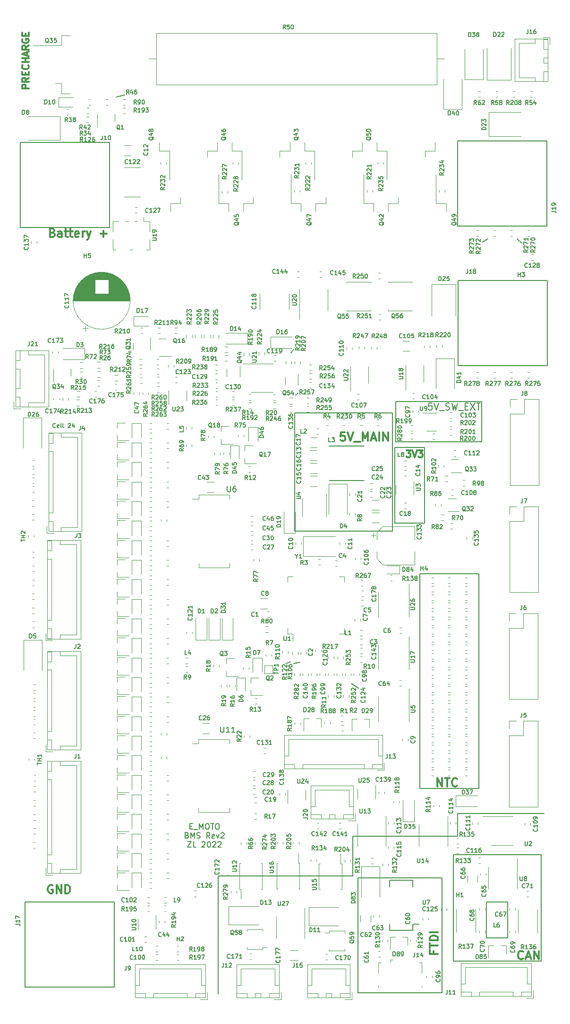
<source format=gbr>
G04 #@! TF.GenerationSoftware,KiCad,Pcbnew,(6.0.4)*
G04 #@! TF.CreationDate,2022-11-09T23:51:20-08:00*
G04 #@! TF.ProjectId,BMS_02,424d535f-3032-42e6-9b69-6361645f7063,rev?*
G04 #@! TF.SameCoordinates,Original*
G04 #@! TF.FileFunction,Legend,Top*
G04 #@! TF.FilePolarity,Positive*
%FSLAX46Y46*%
G04 Gerber Fmt 4.6, Leading zero omitted, Abs format (unit mm)*
G04 Created by KiCad (PCBNEW (6.0.4)) date 2022-11-09 23:51:20*
%MOMM*%
%LPD*%
G01*
G04 APERTURE LIST*
%ADD10C,0.200000*%
%ADD11C,0.150000*%
%ADD12C,0.300000*%
%ADD13C,0.187500*%
%ADD14C,0.120000*%
G04 APERTURE END LIST*
D10*
X96375000Y-103900000D02*
X90975000Y-103900000D01*
X96375000Y-90400000D02*
X96375000Y-103900000D01*
X90975000Y-90400000D02*
X96375000Y-90400000D01*
X90975000Y-103900000D02*
X90975000Y-90400000D01*
X101523000Y-163313000D02*
X117271000Y-163313000D01*
X90601000Y-105401000D02*
X73025000Y-105387000D01*
X102285000Y-155947000D02*
X117800000Y-155947000D01*
X90601000Y-84250000D02*
X90601000Y-105401000D01*
X101523000Y-182363000D02*
X101523000Y-163313000D01*
D11*
X71475000Y-129050000D02*
X72275000Y-128750000D01*
D10*
X95500000Y-113025000D02*
X106100000Y-113025000D01*
X73025000Y-84250000D02*
X90601000Y-84250000D01*
X73025000Y-105387000D02*
X73025000Y-84250000D01*
X95500000Y-151425000D02*
X95500000Y-113025000D01*
X99450000Y-167400000D02*
X99450000Y-188025000D01*
D11*
X72400000Y-73500000D02*
X72925000Y-72875000D01*
D10*
X106575000Y-82200000D02*
X91175000Y-82200000D01*
X91175000Y-89400000D02*
X106575000Y-89400000D01*
X106100000Y-113025000D02*
X106100000Y-151425000D01*
D11*
X113825000Y-53775000D02*
X112900000Y-53050000D01*
D10*
X83489000Y-160011000D02*
X102285000Y-160011000D01*
X83489000Y-167123000D02*
X83489000Y-160011000D01*
D11*
X72900000Y-129125000D02*
X73975000Y-128800000D01*
X41075000Y-27650000D02*
X42575000Y-27325000D01*
X83200000Y-132650000D02*
X84500000Y-133475000D01*
D10*
X106575000Y-89400000D02*
X106575000Y-82200000D01*
X102285000Y-160011000D02*
X102285000Y-155947000D01*
X59375000Y-188225000D02*
X59359000Y-167123000D01*
D11*
X106675000Y-53650000D02*
X107725000Y-53025000D01*
D10*
X84450000Y-167400000D02*
X99450000Y-167400000D01*
X106100000Y-151425000D02*
X95500000Y-151425000D01*
X59359000Y-167123000D02*
X83489000Y-167123000D01*
X117271000Y-163313000D02*
X117271000Y-182363000D01*
X84450000Y-188025000D02*
X84450000Y-167400000D01*
X117271000Y-182363000D02*
X101523000Y-182363000D01*
X91175000Y-82200000D02*
X91175000Y-89400000D01*
D11*
X73675000Y-80650000D02*
X73225000Y-81025000D01*
D10*
X99450000Y-188025000D02*
X84450000Y-188025000D01*
D12*
X93089285Y-90942857D02*
X93832142Y-90942857D01*
X93432142Y-91400000D01*
X93603571Y-91400000D01*
X93717857Y-91457142D01*
X93775000Y-91514285D01*
X93832142Y-91628571D01*
X93832142Y-91914285D01*
X93775000Y-92028571D01*
X93717857Y-92085714D01*
X93603571Y-92142857D01*
X93260714Y-92142857D01*
X93146428Y-92085714D01*
X93089285Y-92028571D01*
X94175000Y-90942857D02*
X94575000Y-92142857D01*
X94975000Y-90942857D01*
X95260714Y-90942857D02*
X96003571Y-90942857D01*
X95603571Y-91400000D01*
X95775000Y-91400000D01*
X95889285Y-91457142D01*
X95946428Y-91514285D01*
X96003571Y-91628571D01*
X96003571Y-91914285D01*
X95946428Y-92028571D01*
X95889285Y-92085714D01*
X95775000Y-92142857D01*
X95432142Y-92142857D01*
X95317857Y-92085714D01*
X95260714Y-92028571D01*
X25392857Y-26117857D02*
X24192857Y-26117857D01*
X24192857Y-25660714D01*
X24250000Y-25546428D01*
X24307142Y-25489285D01*
X24421428Y-25432142D01*
X24592857Y-25432142D01*
X24707142Y-25489285D01*
X24764285Y-25546428D01*
X24821428Y-25660714D01*
X24821428Y-26117857D01*
X25392857Y-24232142D02*
X24821428Y-24632142D01*
X25392857Y-24917857D02*
X24192857Y-24917857D01*
X24192857Y-24460714D01*
X24250000Y-24346428D01*
X24307142Y-24289285D01*
X24421428Y-24232142D01*
X24592857Y-24232142D01*
X24707142Y-24289285D01*
X24764285Y-24346428D01*
X24821428Y-24460714D01*
X24821428Y-24917857D01*
X24764285Y-23717857D02*
X24764285Y-23317857D01*
X25392857Y-23146428D02*
X25392857Y-23717857D01*
X24192857Y-23717857D01*
X24192857Y-23146428D01*
X25278571Y-21946428D02*
X25335714Y-22003571D01*
X25392857Y-22175000D01*
X25392857Y-22289285D01*
X25335714Y-22460714D01*
X25221428Y-22575000D01*
X25107142Y-22632142D01*
X24878571Y-22689285D01*
X24707142Y-22689285D01*
X24478571Y-22632142D01*
X24364285Y-22575000D01*
X24250000Y-22460714D01*
X24192857Y-22289285D01*
X24192857Y-22175000D01*
X24250000Y-22003571D01*
X24307142Y-21946428D01*
X25392857Y-21432142D02*
X24192857Y-21432142D01*
X24764285Y-21432142D02*
X24764285Y-20746428D01*
X25392857Y-20746428D02*
X24192857Y-20746428D01*
X25050000Y-20232142D02*
X25050000Y-19660714D01*
X25392857Y-20346428D02*
X24192857Y-19946428D01*
X25392857Y-19546428D01*
X25392857Y-18460714D02*
X24821428Y-18860714D01*
X25392857Y-19146428D02*
X24192857Y-19146428D01*
X24192857Y-18689285D01*
X24250000Y-18575000D01*
X24307142Y-18517857D01*
X24421428Y-18460714D01*
X24592857Y-18460714D01*
X24707142Y-18517857D01*
X24764285Y-18575000D01*
X24821428Y-18689285D01*
X24821428Y-19146428D01*
X24250000Y-17317857D02*
X24192857Y-17432142D01*
X24192857Y-17603571D01*
X24250000Y-17775000D01*
X24364285Y-17889285D01*
X24478571Y-17946428D01*
X24707142Y-18003571D01*
X24878571Y-18003571D01*
X25107142Y-17946428D01*
X25221428Y-17889285D01*
X25335714Y-17775000D01*
X25392857Y-17603571D01*
X25392857Y-17489285D01*
X25335714Y-17317857D01*
X25278571Y-17260714D01*
X24878571Y-17260714D01*
X24878571Y-17489285D01*
X24764285Y-16746428D02*
X24764285Y-16346428D01*
X25392857Y-16175000D02*
X25392857Y-16746428D01*
X24192857Y-16746428D01*
X24192857Y-16175000D01*
D11*
X54304761Y-158218571D02*
X54638095Y-158218571D01*
X54780952Y-158742380D02*
X54304761Y-158742380D01*
X54304761Y-157742380D01*
X54780952Y-157742380D01*
X54971428Y-158837619D02*
X55733333Y-158837619D01*
X55971428Y-158742380D02*
X55971428Y-157742380D01*
X56304761Y-158456666D01*
X56638095Y-157742380D01*
X56638095Y-158742380D01*
X57304761Y-157742380D02*
X57495238Y-157742380D01*
X57590476Y-157790000D01*
X57685714Y-157885238D01*
X57733333Y-158075714D01*
X57733333Y-158409047D01*
X57685714Y-158599523D01*
X57590476Y-158694761D01*
X57495238Y-158742380D01*
X57304761Y-158742380D01*
X57209523Y-158694761D01*
X57114285Y-158599523D01*
X57066666Y-158409047D01*
X57066666Y-158075714D01*
X57114285Y-157885238D01*
X57209523Y-157790000D01*
X57304761Y-157742380D01*
X58019047Y-157742380D02*
X58590476Y-157742380D01*
X58304761Y-158742380D02*
X58304761Y-157742380D01*
X59114285Y-157742380D02*
X59304761Y-157742380D01*
X59400000Y-157790000D01*
X59495238Y-157885238D01*
X59542857Y-158075714D01*
X59542857Y-158409047D01*
X59495238Y-158599523D01*
X59400000Y-158694761D01*
X59304761Y-158742380D01*
X59114285Y-158742380D01*
X59019047Y-158694761D01*
X58923809Y-158599523D01*
X58876190Y-158409047D01*
X58876190Y-158075714D01*
X58923809Y-157885238D01*
X59019047Y-157790000D01*
X59114285Y-157742380D01*
X53757142Y-159828571D02*
X53900000Y-159876190D01*
X53947619Y-159923809D01*
X53995238Y-160019047D01*
X53995238Y-160161904D01*
X53947619Y-160257142D01*
X53900000Y-160304761D01*
X53804761Y-160352380D01*
X53423809Y-160352380D01*
X53423809Y-159352380D01*
X53757142Y-159352380D01*
X53852380Y-159400000D01*
X53900000Y-159447619D01*
X53947619Y-159542857D01*
X53947619Y-159638095D01*
X53900000Y-159733333D01*
X53852380Y-159780952D01*
X53757142Y-159828571D01*
X53423809Y-159828571D01*
X54423809Y-160352380D02*
X54423809Y-159352380D01*
X54757142Y-160066666D01*
X55090476Y-159352380D01*
X55090476Y-160352380D01*
X55519047Y-160304761D02*
X55661904Y-160352380D01*
X55900000Y-160352380D01*
X55995238Y-160304761D01*
X56042857Y-160257142D01*
X56090476Y-160161904D01*
X56090476Y-160066666D01*
X56042857Y-159971428D01*
X55995238Y-159923809D01*
X55900000Y-159876190D01*
X55709523Y-159828571D01*
X55614285Y-159780952D01*
X55566666Y-159733333D01*
X55519047Y-159638095D01*
X55519047Y-159542857D01*
X55566666Y-159447619D01*
X55614285Y-159400000D01*
X55709523Y-159352380D01*
X55947619Y-159352380D01*
X56090476Y-159400000D01*
X57852380Y-160352380D02*
X57519047Y-159876190D01*
X57280952Y-160352380D02*
X57280952Y-159352380D01*
X57661904Y-159352380D01*
X57757142Y-159400000D01*
X57804761Y-159447619D01*
X57852380Y-159542857D01*
X57852380Y-159685714D01*
X57804761Y-159780952D01*
X57757142Y-159828571D01*
X57661904Y-159876190D01*
X57280952Y-159876190D01*
X58661904Y-160304761D02*
X58566666Y-160352380D01*
X58376190Y-160352380D01*
X58280952Y-160304761D01*
X58233333Y-160209523D01*
X58233333Y-159828571D01*
X58280952Y-159733333D01*
X58376190Y-159685714D01*
X58566666Y-159685714D01*
X58661904Y-159733333D01*
X58709523Y-159828571D01*
X58709523Y-159923809D01*
X58233333Y-160019047D01*
X59042857Y-159685714D02*
X59280952Y-160352380D01*
X59519047Y-159685714D01*
X59852380Y-159447619D02*
X59900000Y-159400000D01*
X59995238Y-159352380D01*
X60233333Y-159352380D01*
X60328571Y-159400000D01*
X60376190Y-159447619D01*
X60423809Y-159542857D01*
X60423809Y-159638095D01*
X60376190Y-159780952D01*
X59804761Y-160352380D01*
X60423809Y-160352380D01*
X53876190Y-160962380D02*
X54542857Y-160962380D01*
X53876190Y-161962380D01*
X54542857Y-161962380D01*
X55400000Y-161962380D02*
X54923809Y-161962380D01*
X54923809Y-160962380D01*
X56447619Y-161057619D02*
X56495238Y-161010000D01*
X56590476Y-160962380D01*
X56828571Y-160962380D01*
X56923809Y-161010000D01*
X56971428Y-161057619D01*
X57019047Y-161152857D01*
X57019047Y-161248095D01*
X56971428Y-161390952D01*
X56400000Y-161962380D01*
X57019047Y-161962380D01*
X57638095Y-160962380D02*
X57733333Y-160962380D01*
X57828571Y-161010000D01*
X57876190Y-161057619D01*
X57923809Y-161152857D01*
X57971428Y-161343333D01*
X57971428Y-161581428D01*
X57923809Y-161771904D01*
X57876190Y-161867142D01*
X57828571Y-161914761D01*
X57733333Y-161962380D01*
X57638095Y-161962380D01*
X57542857Y-161914761D01*
X57495238Y-161867142D01*
X57447619Y-161771904D01*
X57400000Y-161581428D01*
X57400000Y-161343333D01*
X57447619Y-161152857D01*
X57495238Y-161057619D01*
X57542857Y-161010000D01*
X57638095Y-160962380D01*
X58352380Y-161057619D02*
X58400000Y-161010000D01*
X58495238Y-160962380D01*
X58733333Y-160962380D01*
X58828571Y-161010000D01*
X58876190Y-161057619D01*
X58923809Y-161152857D01*
X58923809Y-161248095D01*
X58876190Y-161390952D01*
X58304761Y-161962380D01*
X58923809Y-161962380D01*
X59304761Y-161057619D02*
X59352380Y-161010000D01*
X59447619Y-160962380D01*
X59685714Y-160962380D01*
X59780952Y-161010000D01*
X59828571Y-161057619D01*
X59876190Y-161152857D01*
X59876190Y-161248095D01*
X59828571Y-161390952D01*
X59257142Y-161962380D01*
X59876190Y-161962380D01*
D12*
X98625000Y-151103571D02*
X98625000Y-149603571D01*
X99482142Y-151103571D01*
X99482142Y-149603571D01*
X99982142Y-149603571D02*
X100839285Y-149603571D01*
X100410714Y-151103571D02*
X100410714Y-149603571D01*
X102196428Y-150960714D02*
X102125000Y-151032142D01*
X101910714Y-151103571D01*
X101767857Y-151103571D01*
X101553571Y-151032142D01*
X101410714Y-150889285D01*
X101339285Y-150746428D01*
X101267857Y-150460714D01*
X101267857Y-150246428D01*
X101339285Y-149960714D01*
X101410714Y-149817857D01*
X101553571Y-149675000D01*
X101767857Y-149603571D01*
X101910714Y-149603571D01*
X102125000Y-149675000D01*
X102196428Y-149746428D01*
X29657142Y-168800000D02*
X29514285Y-168728571D01*
X29300000Y-168728571D01*
X29085714Y-168800000D01*
X28942857Y-168942857D01*
X28871428Y-169085714D01*
X28800000Y-169371428D01*
X28800000Y-169585714D01*
X28871428Y-169871428D01*
X28942857Y-170014285D01*
X29085714Y-170157142D01*
X29300000Y-170228571D01*
X29442857Y-170228571D01*
X29657142Y-170157142D01*
X29728571Y-170085714D01*
X29728571Y-169585714D01*
X29442857Y-169585714D01*
X30371428Y-170228571D02*
X30371428Y-168728571D01*
X31228571Y-170228571D01*
X31228571Y-168728571D01*
X31942857Y-170228571D02*
X31942857Y-168728571D01*
X32300000Y-168728571D01*
X32514285Y-168800000D01*
X32657142Y-168942857D01*
X32728571Y-169085714D01*
X32800000Y-169371428D01*
X32800000Y-169585714D01*
X32728571Y-169871428D01*
X32657142Y-170014285D01*
X32514285Y-170157142D01*
X32300000Y-170228571D01*
X31942857Y-170228571D01*
X97967857Y-180564285D02*
X97967857Y-181064285D01*
X98753571Y-181064285D02*
X97253571Y-181064285D01*
X97253571Y-180350000D01*
X97253571Y-179992857D02*
X97253571Y-179135714D01*
X98753571Y-179564285D02*
X97253571Y-179564285D01*
X98753571Y-178635714D02*
X97253571Y-178635714D01*
X97253571Y-178278571D01*
X97325000Y-178064285D01*
X97467857Y-177921428D01*
X97610714Y-177850000D01*
X97896428Y-177778571D01*
X98110714Y-177778571D01*
X98396428Y-177850000D01*
X98539285Y-177921428D01*
X98682142Y-178064285D01*
X98753571Y-178278571D01*
X98753571Y-178635714D01*
X98753571Y-177135714D02*
X97253571Y-177135714D01*
D13*
X30167857Y-86767857D02*
X30132142Y-86803571D01*
X30025000Y-86839285D01*
X29953571Y-86839285D01*
X29846428Y-86803571D01*
X29775000Y-86732142D01*
X29739285Y-86660714D01*
X29703571Y-86517857D01*
X29703571Y-86410714D01*
X29739285Y-86267857D01*
X29775000Y-86196428D01*
X29846428Y-86125000D01*
X29953571Y-86089285D01*
X30025000Y-86089285D01*
X30132142Y-86125000D01*
X30167857Y-86160714D01*
X30775000Y-86803571D02*
X30703571Y-86839285D01*
X30560714Y-86839285D01*
X30489285Y-86803571D01*
X30453571Y-86732142D01*
X30453571Y-86446428D01*
X30489285Y-86375000D01*
X30560714Y-86339285D01*
X30703571Y-86339285D01*
X30775000Y-86375000D01*
X30810714Y-86446428D01*
X30810714Y-86517857D01*
X30453571Y-86589285D01*
X31239285Y-86839285D02*
X31167857Y-86803571D01*
X31132142Y-86732142D01*
X31132142Y-86089285D01*
X31632142Y-86839285D02*
X31560714Y-86803571D01*
X31525000Y-86732142D01*
X31525000Y-86089285D01*
X32453571Y-86160714D02*
X32489285Y-86125000D01*
X32560714Y-86089285D01*
X32739285Y-86089285D01*
X32810714Y-86125000D01*
X32846428Y-86160714D01*
X32882142Y-86232142D01*
X32882142Y-86303571D01*
X32846428Y-86410714D01*
X32417857Y-86839285D01*
X32882142Y-86839285D01*
X33525000Y-86339285D02*
X33525000Y-86839285D01*
X33346428Y-86053571D02*
X33167857Y-86589285D01*
X33632142Y-86589285D01*
D12*
X82075000Y-87721571D02*
X81360714Y-87721571D01*
X81289285Y-88435857D01*
X81360714Y-88364428D01*
X81503571Y-88293000D01*
X81860714Y-88293000D01*
X82003571Y-88364428D01*
X82075000Y-88435857D01*
X82146428Y-88578714D01*
X82146428Y-88935857D01*
X82075000Y-89078714D01*
X82003571Y-89150142D01*
X81860714Y-89221571D01*
X81503571Y-89221571D01*
X81360714Y-89150142D01*
X81289285Y-89078714D01*
X82575000Y-87721571D02*
X83075000Y-89221571D01*
X83575000Y-87721571D01*
X83717857Y-89364428D02*
X84860714Y-89364428D01*
X85217857Y-89221571D02*
X85217857Y-87721571D01*
X85717857Y-88793000D01*
X86217857Y-87721571D01*
X86217857Y-89221571D01*
X86860714Y-88793000D02*
X87575000Y-88793000D01*
X86717857Y-89221571D02*
X87217857Y-87721571D01*
X87717857Y-89221571D01*
X88217857Y-89221571D02*
X88217857Y-87721571D01*
X88932142Y-89221571D02*
X88932142Y-87721571D01*
X89789285Y-89221571D01*
X89789285Y-87721571D01*
X29667857Y-51942857D02*
X29882142Y-52014285D01*
X29953571Y-52085714D01*
X30024999Y-52228571D01*
X30024999Y-52442857D01*
X29953571Y-52585714D01*
X29882142Y-52657142D01*
X29739285Y-52728571D01*
X29167857Y-52728571D01*
X29167857Y-51228571D01*
X29667857Y-51228571D01*
X29810714Y-51300000D01*
X29882142Y-51371428D01*
X29953571Y-51514285D01*
X29953571Y-51657142D01*
X29882142Y-51800000D01*
X29810714Y-51871428D01*
X29667857Y-51942857D01*
X29167857Y-51942857D01*
X31310714Y-52728571D02*
X31310714Y-51942857D01*
X31239285Y-51800000D01*
X31096428Y-51728571D01*
X30810714Y-51728571D01*
X30667857Y-51800000D01*
X31310714Y-52657142D02*
X31167857Y-52728571D01*
X30810714Y-52728571D01*
X30667857Y-52657142D01*
X30596428Y-52514285D01*
X30596428Y-52371428D01*
X30667857Y-52228571D01*
X30810714Y-52157142D01*
X31167857Y-52157142D01*
X31310714Y-52085714D01*
X31810714Y-51728571D02*
X32382142Y-51728571D01*
X32024999Y-51228571D02*
X32024999Y-52514285D01*
X32096428Y-52657142D01*
X32239285Y-52728571D01*
X32382142Y-52728571D01*
X32667857Y-51728571D02*
X33239285Y-51728571D01*
X32882142Y-51228571D02*
X32882142Y-52514285D01*
X32953571Y-52657142D01*
X33096428Y-52728571D01*
X33239285Y-52728571D01*
X34310714Y-52657142D02*
X34167857Y-52728571D01*
X33882142Y-52728571D01*
X33739285Y-52657142D01*
X33667857Y-52514285D01*
X33667857Y-51942857D01*
X33739285Y-51800000D01*
X33882142Y-51728571D01*
X34167857Y-51728571D01*
X34310714Y-51800000D01*
X34382142Y-51942857D01*
X34382142Y-52085714D01*
X33667857Y-52228571D01*
X35025000Y-52728571D02*
X35025000Y-51728571D01*
X35025000Y-52014285D02*
X35096428Y-51871428D01*
X35167857Y-51800000D01*
X35310714Y-51728571D01*
X35453571Y-51728571D01*
X35810714Y-51728571D02*
X36167857Y-52728571D01*
X36525000Y-51728571D02*
X36167857Y-52728571D01*
X36025000Y-53085714D01*
X35953571Y-53157142D01*
X35810714Y-53228571D01*
X38239285Y-52157142D02*
X39382142Y-52157142D01*
X38810714Y-52728571D02*
X38810714Y-51585714D01*
X114020714Y-181882714D02*
X113949285Y-181954142D01*
X113735000Y-182025571D01*
X113592142Y-182025571D01*
X113377857Y-181954142D01*
X113235000Y-181811285D01*
X113163571Y-181668428D01*
X113092142Y-181382714D01*
X113092142Y-181168428D01*
X113163571Y-180882714D01*
X113235000Y-180739857D01*
X113377857Y-180597000D01*
X113592142Y-180525571D01*
X113735000Y-180525571D01*
X113949285Y-180597000D01*
X114020714Y-180668428D01*
X114592142Y-181597000D02*
X115306428Y-181597000D01*
X114449285Y-182025571D02*
X114949285Y-180525571D01*
X115449285Y-182025571D01*
X115949285Y-182025571D02*
X115949285Y-180525571D01*
X116806428Y-182025571D01*
X116806428Y-180525571D01*
D10*
X97678571Y-82467857D02*
X97107142Y-82467857D01*
X97050000Y-83039285D01*
X97107142Y-82982142D01*
X97221428Y-82925000D01*
X97507142Y-82925000D01*
X97621428Y-82982142D01*
X97678571Y-83039285D01*
X97735714Y-83153571D01*
X97735714Y-83439285D01*
X97678571Y-83553571D01*
X97621428Y-83610714D01*
X97507142Y-83667857D01*
X97221428Y-83667857D01*
X97107142Y-83610714D01*
X97050000Y-83553571D01*
X98078571Y-82467857D02*
X98478571Y-83667857D01*
X98878571Y-82467857D01*
X98992857Y-83782142D02*
X99907142Y-83782142D01*
X100135714Y-83610714D02*
X100307142Y-83667857D01*
X100592857Y-83667857D01*
X100707142Y-83610714D01*
X100764285Y-83553571D01*
X100821428Y-83439285D01*
X100821428Y-83325000D01*
X100764285Y-83210714D01*
X100707142Y-83153571D01*
X100592857Y-83096428D01*
X100364285Y-83039285D01*
X100250000Y-82982142D01*
X100192857Y-82925000D01*
X100135714Y-82810714D01*
X100135714Y-82696428D01*
X100192857Y-82582142D01*
X100250000Y-82525000D01*
X100364285Y-82467857D01*
X100650000Y-82467857D01*
X100821428Y-82525000D01*
X101221428Y-82467857D02*
X101507142Y-83667857D01*
X101735714Y-82810714D01*
X101964285Y-83667857D01*
X102250000Y-82467857D01*
X102421428Y-83782142D02*
X103335714Y-83782142D01*
X103621428Y-83039285D02*
X104021428Y-83039285D01*
X104192857Y-83667857D02*
X103621428Y-83667857D01*
X103621428Y-82467857D01*
X104192857Y-82467857D01*
X104592857Y-82467857D02*
X105392857Y-83667857D01*
X105392857Y-82467857D02*
X104592857Y-83667857D01*
X105678571Y-82467857D02*
X106364285Y-82467857D01*
X106021428Y-83667857D02*
X106021428Y-82467857D01*
D11*
X90714285Y-181439285D02*
X90714285Y-180689285D01*
X90892857Y-180689285D01*
X91000000Y-180725000D01*
X91071428Y-180796428D01*
X91107142Y-180867857D01*
X91142857Y-181010714D01*
X91142857Y-181117857D01*
X91107142Y-181260714D01*
X91071428Y-181332142D01*
X91000000Y-181403571D01*
X90892857Y-181439285D01*
X90714285Y-181439285D01*
X91571428Y-181010714D02*
X91500000Y-180975000D01*
X91464285Y-180939285D01*
X91428571Y-180867857D01*
X91428571Y-180832142D01*
X91464285Y-180760714D01*
X91500000Y-180725000D01*
X91571428Y-180689285D01*
X91714285Y-180689285D01*
X91785714Y-180725000D01*
X91821428Y-180760714D01*
X91857142Y-180832142D01*
X91857142Y-180867857D01*
X91821428Y-180939285D01*
X91785714Y-180975000D01*
X91714285Y-181010714D01*
X91571428Y-181010714D01*
X91500000Y-181046428D01*
X91464285Y-181082142D01*
X91428571Y-181153571D01*
X91428571Y-181296428D01*
X91464285Y-181367857D01*
X91500000Y-181403571D01*
X91571428Y-181439285D01*
X91714285Y-181439285D01*
X91785714Y-181403571D01*
X91821428Y-181367857D01*
X91857142Y-181296428D01*
X91857142Y-181153571D01*
X91821428Y-181082142D01*
X91785714Y-181046428D01*
X91714285Y-181010714D01*
X92214285Y-181439285D02*
X92357142Y-181439285D01*
X92428571Y-181403571D01*
X92464285Y-181367857D01*
X92535714Y-181260714D01*
X92571428Y-181117857D01*
X92571428Y-180832142D01*
X92535714Y-180760714D01*
X92500000Y-180725000D01*
X92428571Y-180689285D01*
X92285714Y-180689285D01*
X92214285Y-180725000D01*
X92178571Y-180760714D01*
X92142857Y-180832142D01*
X92142857Y-181010714D01*
X92178571Y-181082142D01*
X92214285Y-181117857D01*
X92285714Y-181153571D01*
X92428571Y-181153571D01*
X92500000Y-181117857D01*
X92535714Y-181082142D01*
X92571428Y-181010714D01*
X79550000Y-89339285D02*
X79192857Y-89339285D01*
X79192857Y-88589285D01*
X79728571Y-88589285D02*
X80192857Y-88589285D01*
X79942857Y-88875000D01*
X80050000Y-88875000D01*
X80121428Y-88910714D01*
X80157142Y-88946428D01*
X80192857Y-89017857D01*
X80192857Y-89196428D01*
X80157142Y-89267857D01*
X80121428Y-89303571D01*
X80050000Y-89339285D01*
X79835714Y-89339285D01*
X79764285Y-89303571D01*
X79728571Y-89267857D01*
X96053571Y-171389285D02*
X96053571Y-171996428D01*
X96089285Y-172067857D01*
X96125000Y-172103571D01*
X96196428Y-172139285D01*
X96339285Y-172139285D01*
X96410714Y-172103571D01*
X96446428Y-172067857D01*
X96482142Y-171996428D01*
X96482142Y-171389285D01*
X96767857Y-171389285D02*
X97267857Y-171389285D01*
X96946428Y-172139285D01*
X65800000Y-120542857D02*
X65764285Y-120578571D01*
X65657142Y-120614285D01*
X65585714Y-120614285D01*
X65478571Y-120578571D01*
X65407142Y-120507142D01*
X65371428Y-120435714D01*
X65335714Y-120292857D01*
X65335714Y-120185714D01*
X65371428Y-120042857D01*
X65407142Y-119971428D01*
X65478571Y-119900000D01*
X65585714Y-119864285D01*
X65657142Y-119864285D01*
X65764285Y-119900000D01*
X65800000Y-119935714D01*
X66514285Y-120614285D02*
X66085714Y-120614285D01*
X66300000Y-120614285D02*
X66300000Y-119864285D01*
X66228571Y-119971428D01*
X66157142Y-120042857D01*
X66085714Y-120078571D01*
X87075000Y-125467857D02*
X87039285Y-125503571D01*
X86932142Y-125539285D01*
X86860714Y-125539285D01*
X86753571Y-125503571D01*
X86682142Y-125432142D01*
X86646428Y-125360714D01*
X86610714Y-125217857D01*
X86610714Y-125110714D01*
X86646428Y-124967857D01*
X86682142Y-124896428D01*
X86753571Y-124825000D01*
X86860714Y-124789285D01*
X86932142Y-124789285D01*
X87039285Y-124825000D01*
X87075000Y-124860714D01*
X87325000Y-124789285D02*
X87789285Y-124789285D01*
X87539285Y-125075000D01*
X87646428Y-125075000D01*
X87717857Y-125110714D01*
X87753571Y-125146428D01*
X87789285Y-125217857D01*
X87789285Y-125396428D01*
X87753571Y-125467857D01*
X87717857Y-125503571D01*
X87646428Y-125539285D01*
X87432142Y-125539285D01*
X87360714Y-125503571D01*
X87325000Y-125467857D01*
X85975000Y-119767857D02*
X85939285Y-119803571D01*
X85832142Y-119839285D01*
X85760714Y-119839285D01*
X85653571Y-119803571D01*
X85582142Y-119732142D01*
X85546428Y-119660714D01*
X85510714Y-119517857D01*
X85510714Y-119410714D01*
X85546428Y-119267857D01*
X85582142Y-119196428D01*
X85653571Y-119125000D01*
X85760714Y-119089285D01*
X85832142Y-119089285D01*
X85939285Y-119125000D01*
X85975000Y-119160714D01*
X86653571Y-119089285D02*
X86296428Y-119089285D01*
X86260714Y-119446428D01*
X86296428Y-119410714D01*
X86367857Y-119375000D01*
X86546428Y-119375000D01*
X86617857Y-119410714D01*
X86653571Y-119446428D01*
X86689285Y-119517857D01*
X86689285Y-119696428D01*
X86653571Y-119767857D01*
X86617857Y-119803571D01*
X86546428Y-119839285D01*
X86367857Y-119839285D01*
X86296428Y-119803571D01*
X86260714Y-119767857D01*
X72642857Y-108082142D02*
X72678571Y-108117857D01*
X72714285Y-108225000D01*
X72714285Y-108296428D01*
X72678571Y-108403571D01*
X72607142Y-108475000D01*
X72535714Y-108510714D01*
X72392857Y-108546428D01*
X72285714Y-108546428D01*
X72142857Y-108510714D01*
X72071428Y-108475000D01*
X72000000Y-108403571D01*
X71964285Y-108296428D01*
X71964285Y-108225000D01*
X72000000Y-108117857D01*
X72035714Y-108082142D01*
X72714285Y-107367857D02*
X72714285Y-107796428D01*
X72714285Y-107582142D02*
X71964285Y-107582142D01*
X72071428Y-107653571D01*
X72142857Y-107725000D01*
X72178571Y-107796428D01*
X71964285Y-106903571D02*
X71964285Y-106832142D01*
X72000000Y-106760714D01*
X72035714Y-106725000D01*
X72107142Y-106689285D01*
X72250000Y-106653571D01*
X72428571Y-106653571D01*
X72571428Y-106689285D01*
X72642857Y-106725000D01*
X72678571Y-106760714D01*
X72714285Y-106832142D01*
X72714285Y-106903571D01*
X72678571Y-106975000D01*
X72642857Y-107010714D01*
X72571428Y-107046428D01*
X72428571Y-107082142D01*
X72250000Y-107082142D01*
X72107142Y-107046428D01*
X72035714Y-107010714D01*
X72000000Y-106975000D01*
X71964285Y-106903571D01*
X46642857Y-37607142D02*
X46678571Y-37642857D01*
X46714285Y-37750000D01*
X46714285Y-37821428D01*
X46678571Y-37928571D01*
X46607142Y-38000000D01*
X46535714Y-38035714D01*
X46392857Y-38071428D01*
X46285714Y-38071428D01*
X46142857Y-38035714D01*
X46071428Y-38000000D01*
X46000000Y-37928571D01*
X45964285Y-37821428D01*
X45964285Y-37750000D01*
X46000000Y-37642857D01*
X46035714Y-37607142D01*
X46714285Y-36892857D02*
X46714285Y-37321428D01*
X46714285Y-37107142D02*
X45964285Y-37107142D01*
X46071428Y-37178571D01*
X46142857Y-37250000D01*
X46178571Y-37321428D01*
X46035714Y-36607142D02*
X46000000Y-36571428D01*
X45964285Y-36500000D01*
X45964285Y-36321428D01*
X46000000Y-36250000D01*
X46035714Y-36214285D01*
X46107142Y-36178571D01*
X46178571Y-36178571D01*
X46285714Y-36214285D01*
X46714285Y-36642857D01*
X46714285Y-36178571D01*
X74067857Y-91807142D02*
X74103571Y-91842857D01*
X74139285Y-91950000D01*
X74139285Y-92021428D01*
X74103571Y-92128571D01*
X74032142Y-92200000D01*
X73960714Y-92235714D01*
X73817857Y-92271428D01*
X73710714Y-92271428D01*
X73567857Y-92235714D01*
X73496428Y-92200000D01*
X73425000Y-92128571D01*
X73389285Y-92021428D01*
X73389285Y-91950000D01*
X73425000Y-91842857D01*
X73460714Y-91807142D01*
X74139285Y-91092857D02*
X74139285Y-91521428D01*
X74139285Y-91307142D02*
X73389285Y-91307142D01*
X73496428Y-91378571D01*
X73567857Y-91450000D01*
X73603571Y-91521428D01*
X73389285Y-90842857D02*
X73389285Y-90378571D01*
X73675000Y-90628571D01*
X73675000Y-90521428D01*
X73710714Y-90450000D01*
X73746428Y-90414285D01*
X73817857Y-90378571D01*
X73996428Y-90378571D01*
X74067857Y-90414285D01*
X74103571Y-90450000D01*
X74139285Y-90521428D01*
X74139285Y-90735714D01*
X74103571Y-90807142D01*
X74067857Y-90842857D01*
X74067857Y-96332142D02*
X74103571Y-96367857D01*
X74139285Y-96475000D01*
X74139285Y-96546428D01*
X74103571Y-96653571D01*
X74032142Y-96725000D01*
X73960714Y-96760714D01*
X73817857Y-96796428D01*
X73710714Y-96796428D01*
X73567857Y-96760714D01*
X73496428Y-96725000D01*
X73425000Y-96653571D01*
X73389285Y-96546428D01*
X73389285Y-96475000D01*
X73425000Y-96367857D01*
X73460714Y-96332142D01*
X74139285Y-95617857D02*
X74139285Y-96046428D01*
X74139285Y-95832142D02*
X73389285Y-95832142D01*
X73496428Y-95903571D01*
X73567857Y-95975000D01*
X73603571Y-96046428D01*
X73389285Y-94939285D02*
X73389285Y-95296428D01*
X73746428Y-95332142D01*
X73710714Y-95296428D01*
X73675000Y-95225000D01*
X73675000Y-95046428D01*
X73710714Y-94975000D01*
X73746428Y-94939285D01*
X73817857Y-94903571D01*
X73996428Y-94903571D01*
X74067857Y-94939285D01*
X74103571Y-94975000D01*
X74139285Y-95046428D01*
X74139285Y-95225000D01*
X74103571Y-95296428D01*
X74067857Y-95332142D01*
X74017857Y-89482142D02*
X74053571Y-89517857D01*
X74089285Y-89625000D01*
X74089285Y-89696428D01*
X74053571Y-89803571D01*
X73982142Y-89875000D01*
X73910714Y-89910714D01*
X73767857Y-89946428D01*
X73660714Y-89946428D01*
X73517857Y-89910714D01*
X73446428Y-89875000D01*
X73375000Y-89803571D01*
X73339285Y-89696428D01*
X73339285Y-89625000D01*
X73375000Y-89517857D01*
X73410714Y-89482142D01*
X74089285Y-88767857D02*
X74089285Y-89196428D01*
X74089285Y-88982142D02*
X73339285Y-88982142D01*
X73446428Y-89053571D01*
X73517857Y-89125000D01*
X73553571Y-89196428D01*
X73339285Y-88517857D02*
X73339285Y-88017857D01*
X74089285Y-88339285D01*
X67831857Y-152367857D02*
X67796142Y-152403571D01*
X67689000Y-152439285D01*
X67617571Y-152439285D01*
X67510428Y-152403571D01*
X67439000Y-152332142D01*
X67403285Y-152260714D01*
X67367571Y-152117857D01*
X67367571Y-152010714D01*
X67403285Y-151867857D01*
X67439000Y-151796428D01*
X67510428Y-151725000D01*
X67617571Y-151689285D01*
X67689000Y-151689285D01*
X67796142Y-151725000D01*
X67831857Y-151760714D01*
X68117571Y-151760714D02*
X68153285Y-151725000D01*
X68224714Y-151689285D01*
X68403285Y-151689285D01*
X68474714Y-151725000D01*
X68510428Y-151760714D01*
X68546142Y-151832142D01*
X68546142Y-151903571D01*
X68510428Y-152010714D01*
X68081857Y-152439285D01*
X68546142Y-152439285D01*
X69010428Y-151689285D02*
X69081857Y-151689285D01*
X69153285Y-151725000D01*
X69189000Y-151760714D01*
X69224714Y-151832142D01*
X69260428Y-151975000D01*
X69260428Y-152153571D01*
X69224714Y-152296428D01*
X69189000Y-152367857D01*
X69153285Y-152403571D01*
X69081857Y-152439285D01*
X69010428Y-152439285D01*
X68939000Y-152403571D01*
X68903285Y-152367857D01*
X68867571Y-152296428D01*
X68831857Y-152153571D01*
X68831857Y-151975000D01*
X68867571Y-151832142D01*
X68903285Y-151760714D01*
X68939000Y-151725000D01*
X69010428Y-151689285D01*
X89142857Y-98957142D02*
X89178571Y-98992857D01*
X89214285Y-99100000D01*
X89214285Y-99171428D01*
X89178571Y-99278571D01*
X89107142Y-99350000D01*
X89035714Y-99385714D01*
X88892857Y-99421428D01*
X88785714Y-99421428D01*
X88642857Y-99385714D01*
X88571428Y-99350000D01*
X88500000Y-99278571D01*
X88464285Y-99171428D01*
X88464285Y-99100000D01*
X88500000Y-98992857D01*
X88535714Y-98957142D01*
X88535714Y-98671428D02*
X88500000Y-98635714D01*
X88464285Y-98564285D01*
X88464285Y-98385714D01*
X88500000Y-98314285D01*
X88535714Y-98278571D01*
X88607142Y-98242857D01*
X88678571Y-98242857D01*
X88785714Y-98278571D01*
X89214285Y-98707142D01*
X89214285Y-98242857D01*
X88535714Y-97957142D02*
X88500000Y-97921428D01*
X88464285Y-97850000D01*
X88464285Y-97671428D01*
X88500000Y-97600000D01*
X88535714Y-97564285D01*
X88607142Y-97528571D01*
X88678571Y-97528571D01*
X88785714Y-97564285D01*
X89214285Y-97992857D01*
X89214285Y-97528571D01*
X90242857Y-98957142D02*
X90278571Y-98992857D01*
X90314285Y-99100000D01*
X90314285Y-99171428D01*
X90278571Y-99278571D01*
X90207142Y-99350000D01*
X90135714Y-99385714D01*
X89992857Y-99421428D01*
X89885714Y-99421428D01*
X89742857Y-99385714D01*
X89671428Y-99350000D01*
X89600000Y-99278571D01*
X89564285Y-99171428D01*
X89564285Y-99100000D01*
X89600000Y-98992857D01*
X89635714Y-98957142D01*
X89635714Y-98671428D02*
X89600000Y-98635714D01*
X89564285Y-98564285D01*
X89564285Y-98385714D01*
X89600000Y-98314285D01*
X89635714Y-98278571D01*
X89707142Y-98242857D01*
X89778571Y-98242857D01*
X89885714Y-98278571D01*
X90314285Y-98707142D01*
X90314285Y-98242857D01*
X89564285Y-97992857D02*
X89564285Y-97528571D01*
X89850000Y-97778571D01*
X89850000Y-97671428D01*
X89885714Y-97600000D01*
X89921428Y-97564285D01*
X89992857Y-97528571D01*
X90171428Y-97528571D01*
X90242857Y-97564285D01*
X90278571Y-97600000D01*
X90314285Y-97671428D01*
X90314285Y-97885714D01*
X90278571Y-97957142D01*
X90242857Y-97992857D01*
X67831857Y-150717857D02*
X67796142Y-150753571D01*
X67689000Y-150789285D01*
X67617571Y-150789285D01*
X67510428Y-150753571D01*
X67439000Y-150682142D01*
X67403285Y-150610714D01*
X67367571Y-150467857D01*
X67367571Y-150360714D01*
X67403285Y-150217857D01*
X67439000Y-150146428D01*
X67510428Y-150075000D01*
X67617571Y-150039285D01*
X67689000Y-150039285D01*
X67796142Y-150075000D01*
X67831857Y-150110714D01*
X68117571Y-150110714D02*
X68153285Y-150075000D01*
X68224714Y-150039285D01*
X68403285Y-150039285D01*
X68474714Y-150075000D01*
X68510428Y-150110714D01*
X68546142Y-150182142D01*
X68546142Y-150253571D01*
X68510428Y-150360714D01*
X68081857Y-150789285D01*
X68546142Y-150789285D01*
X68974714Y-150360714D02*
X68903285Y-150325000D01*
X68867571Y-150289285D01*
X68831857Y-150217857D01*
X68831857Y-150182142D01*
X68867571Y-150110714D01*
X68903285Y-150075000D01*
X68974714Y-150039285D01*
X69117571Y-150039285D01*
X69189000Y-150075000D01*
X69224714Y-150110714D01*
X69260428Y-150182142D01*
X69260428Y-150217857D01*
X69224714Y-150289285D01*
X69189000Y-150325000D01*
X69117571Y-150360714D01*
X68974714Y-150360714D01*
X68903285Y-150396428D01*
X68867571Y-150432142D01*
X68831857Y-150503571D01*
X68831857Y-150646428D01*
X68867571Y-150717857D01*
X68903285Y-150753571D01*
X68974714Y-150789285D01*
X69117571Y-150789285D01*
X69189000Y-150753571D01*
X69224714Y-150717857D01*
X69260428Y-150646428D01*
X69260428Y-150503571D01*
X69224714Y-150432142D01*
X69189000Y-150396428D01*
X69117571Y-150360714D01*
X67881857Y-149257857D02*
X67846142Y-149293571D01*
X67739000Y-149329285D01*
X67667571Y-149329285D01*
X67560428Y-149293571D01*
X67489000Y-149222142D01*
X67453285Y-149150714D01*
X67417571Y-149007857D01*
X67417571Y-148900714D01*
X67453285Y-148757857D01*
X67489000Y-148686428D01*
X67560428Y-148615000D01*
X67667571Y-148579285D01*
X67739000Y-148579285D01*
X67846142Y-148615000D01*
X67881857Y-148650714D01*
X68167571Y-148650714D02*
X68203285Y-148615000D01*
X68274714Y-148579285D01*
X68453285Y-148579285D01*
X68524714Y-148615000D01*
X68560428Y-148650714D01*
X68596142Y-148722142D01*
X68596142Y-148793571D01*
X68560428Y-148900714D01*
X68131857Y-149329285D01*
X68596142Y-149329285D01*
X68953285Y-149329285D02*
X69096142Y-149329285D01*
X69167571Y-149293571D01*
X69203285Y-149257857D01*
X69274714Y-149150714D01*
X69310428Y-149007857D01*
X69310428Y-148722142D01*
X69274714Y-148650714D01*
X69239000Y-148615000D01*
X69167571Y-148579285D01*
X69024714Y-148579285D01*
X68953285Y-148615000D01*
X68917571Y-148650714D01*
X68881857Y-148722142D01*
X68881857Y-148900714D01*
X68917571Y-148972142D01*
X68953285Y-149007857D01*
X69024714Y-149043571D01*
X69167571Y-149043571D01*
X69239000Y-149007857D01*
X69274714Y-148972142D01*
X69310428Y-148900714D01*
X45042857Y-83782142D02*
X45078571Y-83817857D01*
X45114285Y-83925000D01*
X45114285Y-83996428D01*
X45078571Y-84103571D01*
X45007142Y-84175000D01*
X44935714Y-84210714D01*
X44792857Y-84246428D01*
X44685714Y-84246428D01*
X44542857Y-84210714D01*
X44471428Y-84175000D01*
X44400000Y-84103571D01*
X44364285Y-83996428D01*
X44364285Y-83925000D01*
X44400000Y-83817857D01*
X44435714Y-83782142D01*
X44614285Y-83139285D02*
X45114285Y-83139285D01*
X44328571Y-83317857D02*
X44864285Y-83496428D01*
X44864285Y-83032142D01*
X44364285Y-82817857D02*
X44364285Y-82317857D01*
X45114285Y-82639285D01*
X93617857Y-175207142D02*
X93653571Y-175242857D01*
X93689285Y-175350000D01*
X93689285Y-175421428D01*
X93653571Y-175528571D01*
X93582142Y-175600000D01*
X93510714Y-175635714D01*
X93367857Y-175671428D01*
X93260714Y-175671428D01*
X93117857Y-175635714D01*
X93046428Y-175600000D01*
X92975000Y-175528571D01*
X92939285Y-175421428D01*
X92939285Y-175350000D01*
X92975000Y-175242857D01*
X93010714Y-175207142D01*
X92939285Y-174564285D02*
X92939285Y-174707142D01*
X92975000Y-174778571D01*
X93010714Y-174814285D01*
X93117857Y-174885714D01*
X93260714Y-174921428D01*
X93546428Y-174921428D01*
X93617857Y-174885714D01*
X93653571Y-174850000D01*
X93689285Y-174778571D01*
X93689285Y-174635714D01*
X93653571Y-174564285D01*
X93617857Y-174528571D01*
X93546428Y-174492857D01*
X93367857Y-174492857D01*
X93296428Y-174528571D01*
X93260714Y-174564285D01*
X93225000Y-174635714D01*
X93225000Y-174778571D01*
X93260714Y-174850000D01*
X93296428Y-174885714D01*
X93367857Y-174921428D01*
X92939285Y-174028571D02*
X92939285Y-173957142D01*
X92975000Y-173885714D01*
X93010714Y-173850000D01*
X93082142Y-173814285D01*
X93225000Y-173778571D01*
X93403571Y-173778571D01*
X93546428Y-173814285D01*
X93617857Y-173850000D01*
X93653571Y-173885714D01*
X93689285Y-173957142D01*
X93689285Y-174028571D01*
X93653571Y-174100000D01*
X93617857Y-174135714D01*
X93546428Y-174171428D01*
X93403571Y-174207142D01*
X93225000Y-174207142D01*
X93082142Y-174171428D01*
X93010714Y-174135714D01*
X92975000Y-174100000D01*
X92939285Y-174028571D01*
X86217857Y-182082142D02*
X86253571Y-182117857D01*
X86289285Y-182225000D01*
X86289285Y-182296428D01*
X86253571Y-182403571D01*
X86182142Y-182475000D01*
X86110714Y-182510714D01*
X85967857Y-182546428D01*
X85860714Y-182546428D01*
X85717857Y-182510714D01*
X85646428Y-182475000D01*
X85575000Y-182403571D01*
X85539285Y-182296428D01*
X85539285Y-182225000D01*
X85575000Y-182117857D01*
X85610714Y-182082142D01*
X85539285Y-181439285D02*
X85539285Y-181582142D01*
X85575000Y-181653571D01*
X85610714Y-181689285D01*
X85717857Y-181760714D01*
X85860714Y-181796428D01*
X86146428Y-181796428D01*
X86217857Y-181760714D01*
X86253571Y-181725000D01*
X86289285Y-181653571D01*
X86289285Y-181510714D01*
X86253571Y-181439285D01*
X86217857Y-181403571D01*
X86146428Y-181367857D01*
X85967857Y-181367857D01*
X85896428Y-181403571D01*
X85860714Y-181439285D01*
X85825000Y-181510714D01*
X85825000Y-181653571D01*
X85860714Y-181725000D01*
X85896428Y-181760714D01*
X85967857Y-181796428D01*
X86289285Y-180653571D02*
X86289285Y-181082142D01*
X86289285Y-180867857D02*
X85539285Y-180867857D01*
X85646428Y-180939285D01*
X85717857Y-181010714D01*
X85753571Y-181082142D01*
X107267857Y-170307142D02*
X107303571Y-170342857D01*
X107339285Y-170450000D01*
X107339285Y-170521428D01*
X107303571Y-170628571D01*
X107232142Y-170700000D01*
X107160714Y-170735714D01*
X107017857Y-170771428D01*
X106910714Y-170771428D01*
X106767857Y-170735714D01*
X106696428Y-170700000D01*
X106625000Y-170628571D01*
X106589285Y-170521428D01*
X106589285Y-170450000D01*
X106625000Y-170342857D01*
X106660714Y-170307142D01*
X106589285Y-169664285D02*
X106589285Y-169807142D01*
X106625000Y-169878571D01*
X106660714Y-169914285D01*
X106767857Y-169985714D01*
X106910714Y-170021428D01*
X107196428Y-170021428D01*
X107267857Y-169985714D01*
X107303571Y-169950000D01*
X107339285Y-169878571D01*
X107339285Y-169735714D01*
X107303571Y-169664285D01*
X107267857Y-169628571D01*
X107196428Y-169592857D01*
X107017857Y-169592857D01*
X106946428Y-169628571D01*
X106910714Y-169664285D01*
X106875000Y-169735714D01*
X106875000Y-169878571D01*
X106910714Y-169950000D01*
X106946428Y-169985714D01*
X107017857Y-170021428D01*
X106589285Y-168914285D02*
X106589285Y-169271428D01*
X106946428Y-169307142D01*
X106910714Y-169271428D01*
X106875000Y-169200000D01*
X106875000Y-169021428D01*
X106910714Y-168950000D01*
X106946428Y-168914285D01*
X107017857Y-168878571D01*
X107196428Y-168878571D01*
X107267857Y-168914285D01*
X107303571Y-168950000D01*
X107339285Y-169021428D01*
X107339285Y-169200000D01*
X107303571Y-169271428D01*
X107267857Y-169307142D01*
X103517857Y-167082142D02*
X103553571Y-167117857D01*
X103589285Y-167225000D01*
X103589285Y-167296428D01*
X103553571Y-167403571D01*
X103482142Y-167475000D01*
X103410714Y-167510714D01*
X103267857Y-167546428D01*
X103160714Y-167546428D01*
X103017857Y-167510714D01*
X102946428Y-167475000D01*
X102875000Y-167403571D01*
X102839285Y-167296428D01*
X102839285Y-167225000D01*
X102875000Y-167117857D01*
X102910714Y-167082142D01*
X102839285Y-166439285D02*
X102839285Y-166582142D01*
X102875000Y-166653571D01*
X102910714Y-166689285D01*
X103017857Y-166760714D01*
X103160714Y-166796428D01*
X103446428Y-166796428D01*
X103517857Y-166760714D01*
X103553571Y-166725000D01*
X103589285Y-166653571D01*
X103589285Y-166510714D01*
X103553571Y-166439285D01*
X103517857Y-166403571D01*
X103446428Y-166367857D01*
X103267857Y-166367857D01*
X103196428Y-166403571D01*
X103160714Y-166439285D01*
X103125000Y-166510714D01*
X103125000Y-166653571D01*
X103160714Y-166725000D01*
X103196428Y-166760714D01*
X103267857Y-166796428D01*
X102839285Y-165725000D02*
X102839285Y-165867857D01*
X102875000Y-165939285D01*
X102910714Y-165975000D01*
X103017857Y-166046428D01*
X103160714Y-166082142D01*
X103446428Y-166082142D01*
X103517857Y-166046428D01*
X103553571Y-166010714D01*
X103589285Y-165939285D01*
X103589285Y-165796428D01*
X103553571Y-165725000D01*
X103517857Y-165689285D01*
X103446428Y-165653571D01*
X103267857Y-165653571D01*
X103196428Y-165689285D01*
X103160714Y-165725000D01*
X103125000Y-165796428D01*
X103125000Y-165939285D01*
X103160714Y-166010714D01*
X103196428Y-166046428D01*
X103267857Y-166082142D01*
X109492857Y-174242857D02*
X109457142Y-174278571D01*
X109350000Y-174314285D01*
X109278571Y-174314285D01*
X109171428Y-174278571D01*
X109100000Y-174207142D01*
X109064285Y-174135714D01*
X109028571Y-173992857D01*
X109028571Y-173885714D01*
X109064285Y-173742857D01*
X109100000Y-173671428D01*
X109171428Y-173600000D01*
X109278571Y-173564285D01*
X109350000Y-173564285D01*
X109457142Y-173600000D01*
X109492857Y-173635714D01*
X110135714Y-173564285D02*
X109992857Y-173564285D01*
X109921428Y-173600000D01*
X109885714Y-173635714D01*
X109814285Y-173742857D01*
X109778571Y-173885714D01*
X109778571Y-174171428D01*
X109814285Y-174242857D01*
X109850000Y-174278571D01*
X109921428Y-174314285D01*
X110064285Y-174314285D01*
X110135714Y-174278571D01*
X110171428Y-174242857D01*
X110207142Y-174171428D01*
X110207142Y-173992857D01*
X110171428Y-173921428D01*
X110135714Y-173885714D01*
X110064285Y-173850000D01*
X109921428Y-173850000D01*
X109850000Y-173885714D01*
X109814285Y-173921428D01*
X109778571Y-173992857D01*
X110457142Y-173564285D02*
X110957142Y-173564285D01*
X110635714Y-174314285D01*
X105142857Y-174607142D02*
X105178571Y-174642857D01*
X105214285Y-174750000D01*
X105214285Y-174821428D01*
X105178571Y-174928571D01*
X105107142Y-175000000D01*
X105035714Y-175035714D01*
X104892857Y-175071428D01*
X104785714Y-175071428D01*
X104642857Y-175035714D01*
X104571428Y-175000000D01*
X104500000Y-174928571D01*
X104464285Y-174821428D01*
X104464285Y-174750000D01*
X104500000Y-174642857D01*
X104535714Y-174607142D01*
X104464285Y-173964285D02*
X104464285Y-174107142D01*
X104500000Y-174178571D01*
X104535714Y-174214285D01*
X104642857Y-174285714D01*
X104785714Y-174321428D01*
X105071428Y-174321428D01*
X105142857Y-174285714D01*
X105178571Y-174250000D01*
X105214285Y-174178571D01*
X105214285Y-174035714D01*
X105178571Y-173964285D01*
X105142857Y-173928571D01*
X105071428Y-173892857D01*
X104892857Y-173892857D01*
X104821428Y-173928571D01*
X104785714Y-173964285D01*
X104750000Y-174035714D01*
X104750000Y-174178571D01*
X104785714Y-174250000D01*
X104821428Y-174285714D01*
X104892857Y-174321428D01*
X104785714Y-173464285D02*
X104750000Y-173535714D01*
X104714285Y-173571428D01*
X104642857Y-173607142D01*
X104607142Y-173607142D01*
X104535714Y-173571428D01*
X104500000Y-173535714D01*
X104464285Y-173464285D01*
X104464285Y-173321428D01*
X104500000Y-173250000D01*
X104535714Y-173214285D01*
X104607142Y-173178571D01*
X104642857Y-173178571D01*
X104714285Y-173214285D01*
X104750000Y-173250000D01*
X104785714Y-173321428D01*
X104785714Y-173464285D01*
X104821428Y-173535714D01*
X104857142Y-173571428D01*
X104928571Y-173607142D01*
X105071428Y-173607142D01*
X105142857Y-173571428D01*
X105178571Y-173535714D01*
X105214285Y-173464285D01*
X105214285Y-173321428D01*
X105178571Y-173250000D01*
X105142857Y-173214285D01*
X105071428Y-173178571D01*
X104928571Y-173178571D01*
X104857142Y-173214285D01*
X104821428Y-173250000D01*
X104785714Y-173321428D01*
X112442857Y-180307142D02*
X112478571Y-180342857D01*
X112514285Y-180450000D01*
X112514285Y-180521428D01*
X112478571Y-180628571D01*
X112407142Y-180700000D01*
X112335714Y-180735714D01*
X112192857Y-180771428D01*
X112085714Y-180771428D01*
X111942857Y-180735714D01*
X111871428Y-180700000D01*
X111800000Y-180628571D01*
X111764285Y-180521428D01*
X111764285Y-180450000D01*
X111800000Y-180342857D01*
X111835714Y-180307142D01*
X111764285Y-179664285D02*
X111764285Y-179807142D01*
X111800000Y-179878571D01*
X111835714Y-179914285D01*
X111942857Y-179985714D01*
X112085714Y-180021428D01*
X112371428Y-180021428D01*
X112442857Y-179985714D01*
X112478571Y-179950000D01*
X112514285Y-179878571D01*
X112514285Y-179735714D01*
X112478571Y-179664285D01*
X112442857Y-179628571D01*
X112371428Y-179592857D01*
X112192857Y-179592857D01*
X112121428Y-179628571D01*
X112085714Y-179664285D01*
X112050000Y-179735714D01*
X112050000Y-179878571D01*
X112085714Y-179950000D01*
X112121428Y-179985714D01*
X112192857Y-180021428D01*
X112514285Y-179235714D02*
X112514285Y-179092857D01*
X112478571Y-179021428D01*
X112442857Y-178985714D01*
X112335714Y-178914285D01*
X112192857Y-178878571D01*
X111907142Y-178878571D01*
X111835714Y-178914285D01*
X111800000Y-178950000D01*
X111764285Y-179021428D01*
X111764285Y-179164285D01*
X111800000Y-179235714D01*
X111835714Y-179271428D01*
X111907142Y-179307142D01*
X112085714Y-179307142D01*
X112157142Y-179271428D01*
X112192857Y-179235714D01*
X112228571Y-179164285D01*
X112228571Y-179021428D01*
X112192857Y-178950000D01*
X112157142Y-178914285D01*
X112085714Y-178878571D01*
X106992857Y-180182142D02*
X107028571Y-180217857D01*
X107064285Y-180325000D01*
X107064285Y-180396428D01*
X107028571Y-180503571D01*
X106957142Y-180575000D01*
X106885714Y-180610714D01*
X106742857Y-180646428D01*
X106635714Y-180646428D01*
X106492857Y-180610714D01*
X106421428Y-180575000D01*
X106350000Y-180503571D01*
X106314285Y-180396428D01*
X106314285Y-180325000D01*
X106350000Y-180217857D01*
X106385714Y-180182142D01*
X106314285Y-179932142D02*
X106314285Y-179432142D01*
X107064285Y-179753571D01*
X106314285Y-179003571D02*
X106314285Y-178932142D01*
X106350000Y-178860714D01*
X106385714Y-178825000D01*
X106457142Y-178789285D01*
X106600000Y-178753571D01*
X106778571Y-178753571D01*
X106921428Y-178789285D01*
X106992857Y-178825000D01*
X107028571Y-178860714D01*
X107064285Y-178932142D01*
X107064285Y-179003571D01*
X107028571Y-179075000D01*
X106992857Y-179110714D01*
X106921428Y-179146428D01*
X106778571Y-179182142D01*
X106600000Y-179182142D01*
X106457142Y-179146428D01*
X106385714Y-179110714D01*
X106350000Y-179075000D01*
X106314285Y-179003571D01*
X114325857Y-169173857D02*
X114290142Y-169209571D01*
X114183000Y-169245285D01*
X114111571Y-169245285D01*
X114004428Y-169209571D01*
X113933000Y-169138142D01*
X113897285Y-169066714D01*
X113861571Y-168923857D01*
X113861571Y-168816714D01*
X113897285Y-168673857D01*
X113933000Y-168602428D01*
X114004428Y-168531000D01*
X114111571Y-168495285D01*
X114183000Y-168495285D01*
X114290142Y-168531000D01*
X114325857Y-168566714D01*
X114575857Y-168495285D02*
X115075857Y-168495285D01*
X114754428Y-169245285D01*
X115754428Y-169245285D02*
X115325857Y-169245285D01*
X115540142Y-169245285D02*
X115540142Y-168495285D01*
X115468714Y-168602428D01*
X115397285Y-168673857D01*
X115325857Y-168709571D01*
X99092857Y-185582142D02*
X99128571Y-185617857D01*
X99164285Y-185725000D01*
X99164285Y-185796428D01*
X99128571Y-185903571D01*
X99057142Y-185975000D01*
X98985714Y-186010714D01*
X98842857Y-186046428D01*
X98735714Y-186046428D01*
X98592857Y-186010714D01*
X98521428Y-185975000D01*
X98450000Y-185903571D01*
X98414285Y-185796428D01*
X98414285Y-185725000D01*
X98450000Y-185617857D01*
X98485714Y-185582142D01*
X99164285Y-185225000D02*
X99164285Y-185082142D01*
X99128571Y-185010714D01*
X99092857Y-184975000D01*
X98985714Y-184903571D01*
X98842857Y-184867857D01*
X98557142Y-184867857D01*
X98485714Y-184903571D01*
X98450000Y-184939285D01*
X98414285Y-185010714D01*
X98414285Y-185153571D01*
X98450000Y-185225000D01*
X98485714Y-185260714D01*
X98557142Y-185296428D01*
X98735714Y-185296428D01*
X98807142Y-185260714D01*
X98842857Y-185225000D01*
X98878571Y-185153571D01*
X98878571Y-185010714D01*
X98842857Y-184939285D01*
X98807142Y-184903571D01*
X98735714Y-184867857D01*
X98414285Y-184225000D02*
X98414285Y-184367857D01*
X98450000Y-184439285D01*
X98485714Y-184475000D01*
X98592857Y-184546428D01*
X98735714Y-184582142D01*
X99021428Y-184582142D01*
X99092857Y-184546428D01*
X99128571Y-184510714D01*
X99164285Y-184439285D01*
X99164285Y-184296428D01*
X99128571Y-184225000D01*
X99092857Y-184189285D01*
X99021428Y-184153571D01*
X98842857Y-184153571D01*
X98771428Y-184189285D01*
X98735714Y-184225000D01*
X98700000Y-184296428D01*
X98700000Y-184439285D01*
X98735714Y-184510714D01*
X98771428Y-184546428D01*
X98842857Y-184582142D01*
X93642857Y-84482142D02*
X93678571Y-84517857D01*
X93714285Y-84625000D01*
X93714285Y-84696428D01*
X93678571Y-84803571D01*
X93607142Y-84875000D01*
X93535714Y-84910714D01*
X93392857Y-84946428D01*
X93285714Y-84946428D01*
X93142857Y-84910714D01*
X93071428Y-84875000D01*
X93000000Y-84803571D01*
X92964285Y-84696428D01*
X92964285Y-84625000D01*
X93000000Y-84517857D01*
X93035714Y-84482142D01*
X93714285Y-84125000D02*
X93714285Y-83982142D01*
X93678571Y-83910714D01*
X93642857Y-83875000D01*
X93535714Y-83803571D01*
X93392857Y-83767857D01*
X93107142Y-83767857D01*
X93035714Y-83803571D01*
X93000000Y-83839285D01*
X92964285Y-83910714D01*
X92964285Y-84053571D01*
X93000000Y-84125000D01*
X93035714Y-84160714D01*
X93107142Y-84196428D01*
X93285714Y-84196428D01*
X93357142Y-84160714D01*
X93392857Y-84125000D01*
X93428571Y-84053571D01*
X93428571Y-83910714D01*
X93392857Y-83839285D01*
X93357142Y-83803571D01*
X93285714Y-83767857D01*
X92964285Y-83517857D02*
X92964285Y-83017857D01*
X93714285Y-83339285D01*
X44025714Y-181943857D02*
X43990000Y-181979571D01*
X43882857Y-182015285D01*
X43811428Y-182015285D01*
X43704285Y-181979571D01*
X43632857Y-181908142D01*
X43597142Y-181836714D01*
X43561428Y-181693857D01*
X43561428Y-181586714D01*
X43597142Y-181443857D01*
X43632857Y-181372428D01*
X43704285Y-181301000D01*
X43811428Y-181265285D01*
X43882857Y-181265285D01*
X43990000Y-181301000D01*
X44025714Y-181336714D01*
X44740000Y-182015285D02*
X44311428Y-182015285D01*
X44525714Y-182015285D02*
X44525714Y-181265285D01*
X44454285Y-181372428D01*
X44382857Y-181443857D01*
X44311428Y-181479571D01*
X45204285Y-181265285D02*
X45275714Y-181265285D01*
X45347142Y-181301000D01*
X45382857Y-181336714D01*
X45418571Y-181408142D01*
X45454285Y-181551000D01*
X45454285Y-181729571D01*
X45418571Y-181872428D01*
X45382857Y-181943857D01*
X45347142Y-181979571D01*
X45275714Y-182015285D01*
X45204285Y-182015285D01*
X45132857Y-181979571D01*
X45097142Y-181943857D01*
X45061428Y-181872428D01*
X45025714Y-181729571D01*
X45025714Y-181551000D01*
X45061428Y-181408142D01*
X45097142Y-181336714D01*
X45132857Y-181301000D01*
X45204285Y-181265285D01*
X45918571Y-181265285D02*
X45990000Y-181265285D01*
X46061428Y-181301000D01*
X46097142Y-181336714D01*
X46132857Y-181408142D01*
X46168571Y-181551000D01*
X46168571Y-181729571D01*
X46132857Y-181872428D01*
X46097142Y-181943857D01*
X46061428Y-181979571D01*
X45990000Y-182015285D01*
X45918571Y-182015285D01*
X45847142Y-181979571D01*
X45811428Y-181943857D01*
X45775714Y-181872428D01*
X45740000Y-181729571D01*
X45740000Y-181551000D01*
X45775714Y-181408142D01*
X45811428Y-181336714D01*
X45847142Y-181301000D01*
X45918571Y-181265285D01*
X42260714Y-178717857D02*
X42225000Y-178753571D01*
X42117857Y-178789285D01*
X42046428Y-178789285D01*
X41939285Y-178753571D01*
X41867857Y-178682142D01*
X41832142Y-178610714D01*
X41796428Y-178467857D01*
X41796428Y-178360714D01*
X41832142Y-178217857D01*
X41867857Y-178146428D01*
X41939285Y-178075000D01*
X42046428Y-178039285D01*
X42117857Y-178039285D01*
X42225000Y-178075000D01*
X42260714Y-178110714D01*
X42975000Y-178789285D02*
X42546428Y-178789285D01*
X42760714Y-178789285D02*
X42760714Y-178039285D01*
X42689285Y-178146428D01*
X42617857Y-178217857D01*
X42546428Y-178253571D01*
X43439285Y-178039285D02*
X43510714Y-178039285D01*
X43582142Y-178075000D01*
X43617857Y-178110714D01*
X43653571Y-178182142D01*
X43689285Y-178325000D01*
X43689285Y-178503571D01*
X43653571Y-178646428D01*
X43617857Y-178717857D01*
X43582142Y-178753571D01*
X43510714Y-178789285D01*
X43439285Y-178789285D01*
X43367857Y-178753571D01*
X43332142Y-178717857D01*
X43296428Y-178646428D01*
X43260714Y-178503571D01*
X43260714Y-178325000D01*
X43296428Y-178182142D01*
X43332142Y-178110714D01*
X43367857Y-178075000D01*
X43439285Y-178039285D01*
X44403571Y-178789285D02*
X43975000Y-178789285D01*
X44189285Y-178789285D02*
X44189285Y-178039285D01*
X44117857Y-178146428D01*
X44046428Y-178217857D01*
X43975000Y-178253571D01*
X42517714Y-171662857D02*
X42482000Y-171698571D01*
X42374857Y-171734285D01*
X42303428Y-171734285D01*
X42196285Y-171698571D01*
X42124857Y-171627142D01*
X42089142Y-171555714D01*
X42053428Y-171412857D01*
X42053428Y-171305714D01*
X42089142Y-171162857D01*
X42124857Y-171091428D01*
X42196285Y-171020000D01*
X42303428Y-170984285D01*
X42374857Y-170984285D01*
X42482000Y-171020000D01*
X42517714Y-171055714D01*
X43232000Y-171734285D02*
X42803428Y-171734285D01*
X43017714Y-171734285D02*
X43017714Y-170984285D01*
X42946285Y-171091428D01*
X42874857Y-171162857D01*
X42803428Y-171198571D01*
X43696285Y-170984285D02*
X43767714Y-170984285D01*
X43839142Y-171020000D01*
X43874857Y-171055714D01*
X43910571Y-171127142D01*
X43946285Y-171270000D01*
X43946285Y-171448571D01*
X43910571Y-171591428D01*
X43874857Y-171662857D01*
X43839142Y-171698571D01*
X43767714Y-171734285D01*
X43696285Y-171734285D01*
X43624857Y-171698571D01*
X43589142Y-171662857D01*
X43553428Y-171591428D01*
X43517714Y-171448571D01*
X43517714Y-171270000D01*
X43553428Y-171127142D01*
X43589142Y-171055714D01*
X43624857Y-171020000D01*
X43696285Y-170984285D01*
X44232000Y-171055714D02*
X44267714Y-171020000D01*
X44339142Y-170984285D01*
X44517714Y-170984285D01*
X44589142Y-171020000D01*
X44624857Y-171055714D01*
X44660571Y-171127142D01*
X44660571Y-171198571D01*
X44624857Y-171305714D01*
X44196285Y-171734285D01*
X44660571Y-171734285D01*
X103310714Y-84867857D02*
X103275000Y-84903571D01*
X103167857Y-84939285D01*
X103096428Y-84939285D01*
X102989285Y-84903571D01*
X102917857Y-84832142D01*
X102882142Y-84760714D01*
X102846428Y-84617857D01*
X102846428Y-84510714D01*
X102882142Y-84367857D01*
X102917857Y-84296428D01*
X102989285Y-84225000D01*
X103096428Y-84189285D01*
X103167857Y-84189285D01*
X103275000Y-84225000D01*
X103310714Y-84260714D01*
X104025000Y-84939285D02*
X103596428Y-84939285D01*
X103810714Y-84939285D02*
X103810714Y-84189285D01*
X103739285Y-84296428D01*
X103667857Y-84367857D01*
X103596428Y-84403571D01*
X104489285Y-84189285D02*
X104560714Y-84189285D01*
X104632142Y-84225000D01*
X104667857Y-84260714D01*
X104703571Y-84332142D01*
X104739285Y-84475000D01*
X104739285Y-84653571D01*
X104703571Y-84796428D01*
X104667857Y-84867857D01*
X104632142Y-84903571D01*
X104560714Y-84939285D01*
X104489285Y-84939285D01*
X104417857Y-84903571D01*
X104382142Y-84867857D01*
X104346428Y-84796428D01*
X104310714Y-84653571D01*
X104310714Y-84475000D01*
X104346428Y-84332142D01*
X104382142Y-84260714D01*
X104417857Y-84225000D01*
X104489285Y-84189285D01*
X104989285Y-84189285D02*
X105453571Y-84189285D01*
X105203571Y-84475000D01*
X105310714Y-84475000D01*
X105382142Y-84510714D01*
X105417857Y-84546428D01*
X105453571Y-84617857D01*
X105453571Y-84796428D01*
X105417857Y-84867857D01*
X105382142Y-84903571D01*
X105310714Y-84939285D01*
X105096428Y-84939285D01*
X105025000Y-84903571D01*
X104989285Y-84867857D01*
X96460714Y-81617857D02*
X96425000Y-81653571D01*
X96317857Y-81689285D01*
X96246428Y-81689285D01*
X96139285Y-81653571D01*
X96067857Y-81582142D01*
X96032142Y-81510714D01*
X95996428Y-81367857D01*
X95996428Y-81260714D01*
X96032142Y-81117857D01*
X96067857Y-81046428D01*
X96139285Y-80975000D01*
X96246428Y-80939285D01*
X96317857Y-80939285D01*
X96425000Y-80975000D01*
X96460714Y-81010714D01*
X97175000Y-81689285D02*
X96746428Y-81689285D01*
X96960714Y-81689285D02*
X96960714Y-80939285D01*
X96889285Y-81046428D01*
X96817857Y-81117857D01*
X96746428Y-81153571D01*
X97639285Y-80939285D02*
X97710714Y-80939285D01*
X97782142Y-80975000D01*
X97817857Y-81010714D01*
X97853571Y-81082142D01*
X97889285Y-81225000D01*
X97889285Y-81403571D01*
X97853571Y-81546428D01*
X97817857Y-81617857D01*
X97782142Y-81653571D01*
X97710714Y-81689285D01*
X97639285Y-81689285D01*
X97567857Y-81653571D01*
X97532142Y-81617857D01*
X97496428Y-81546428D01*
X97460714Y-81403571D01*
X97460714Y-81225000D01*
X97496428Y-81082142D01*
X97532142Y-81010714D01*
X97567857Y-80975000D01*
X97639285Y-80939285D01*
X98532142Y-81189285D02*
X98532142Y-81689285D01*
X98353571Y-80903571D02*
X98175000Y-81439285D01*
X98639285Y-81439285D01*
X86167857Y-110914285D02*
X86203571Y-110950000D01*
X86239285Y-111057142D01*
X86239285Y-111128571D01*
X86203571Y-111235714D01*
X86132142Y-111307142D01*
X86060714Y-111342857D01*
X85917857Y-111378571D01*
X85810714Y-111378571D01*
X85667857Y-111342857D01*
X85596428Y-111307142D01*
X85525000Y-111235714D01*
X85489285Y-111128571D01*
X85489285Y-111057142D01*
X85525000Y-110950000D01*
X85560714Y-110914285D01*
X86239285Y-110200000D02*
X86239285Y-110628571D01*
X86239285Y-110414285D02*
X85489285Y-110414285D01*
X85596428Y-110485714D01*
X85667857Y-110557142D01*
X85703571Y-110628571D01*
X85489285Y-109735714D02*
X85489285Y-109664285D01*
X85525000Y-109592857D01*
X85560714Y-109557142D01*
X85632142Y-109521428D01*
X85775000Y-109485714D01*
X85953571Y-109485714D01*
X86096428Y-109521428D01*
X86167857Y-109557142D01*
X86203571Y-109592857D01*
X86239285Y-109664285D01*
X86239285Y-109735714D01*
X86203571Y-109807142D01*
X86167857Y-109842857D01*
X86096428Y-109878571D01*
X85953571Y-109914285D01*
X85775000Y-109914285D01*
X85632142Y-109878571D01*
X85560714Y-109842857D01*
X85525000Y-109807142D01*
X85489285Y-109735714D01*
X85489285Y-108842857D02*
X85489285Y-108985714D01*
X85525000Y-109057142D01*
X85560714Y-109092857D01*
X85667857Y-109164285D01*
X85810714Y-109200000D01*
X86096428Y-109200000D01*
X86167857Y-109164285D01*
X86203571Y-109128571D01*
X86239285Y-109057142D01*
X86239285Y-108914285D01*
X86203571Y-108842857D01*
X86167857Y-108807142D01*
X86096428Y-108771428D01*
X85917857Y-108771428D01*
X85846428Y-108807142D01*
X85810714Y-108842857D01*
X85775000Y-108914285D01*
X85775000Y-109057142D01*
X85810714Y-109128571D01*
X85846428Y-109164285D01*
X85917857Y-109200000D01*
X55771428Y-120039285D02*
X55771428Y-119289285D01*
X55950000Y-119289285D01*
X56057142Y-119325000D01*
X56128571Y-119396428D01*
X56164285Y-119467857D01*
X56200000Y-119610714D01*
X56200000Y-119717857D01*
X56164285Y-119860714D01*
X56128571Y-119932142D01*
X56057142Y-120003571D01*
X55950000Y-120039285D01*
X55771428Y-120039285D01*
X56914285Y-120039285D02*
X56485714Y-120039285D01*
X56700000Y-120039285D02*
X56700000Y-119289285D01*
X56628571Y-119396428D01*
X56557142Y-119467857D01*
X56485714Y-119503571D01*
X58096428Y-120039285D02*
X58096428Y-119289285D01*
X58275000Y-119289285D01*
X58382142Y-119325000D01*
X58453571Y-119396428D01*
X58489285Y-119467857D01*
X58525000Y-119610714D01*
X58525000Y-119717857D01*
X58489285Y-119860714D01*
X58453571Y-119932142D01*
X58382142Y-120003571D01*
X58275000Y-120039285D01*
X58096428Y-120039285D01*
X58810714Y-119360714D02*
X58846428Y-119325000D01*
X58917857Y-119289285D01*
X59096428Y-119289285D01*
X59167857Y-119325000D01*
X59203571Y-119360714D01*
X59239285Y-119432142D01*
X59239285Y-119503571D01*
X59203571Y-119610714D01*
X58775000Y-120039285D01*
X59239285Y-120039285D01*
X63814285Y-135878571D02*
X63064285Y-135878571D01*
X63064285Y-135700000D01*
X63100000Y-135592857D01*
X63171428Y-135521428D01*
X63242857Y-135485714D01*
X63385714Y-135450000D01*
X63492857Y-135450000D01*
X63635714Y-135485714D01*
X63707142Y-135521428D01*
X63778571Y-135592857D01*
X63814285Y-135700000D01*
X63814285Y-135878571D01*
X63064285Y-134807142D02*
X63064285Y-134950000D01*
X63100000Y-135021428D01*
X63135714Y-135057142D01*
X63242857Y-135128571D01*
X63385714Y-135164285D01*
X63671428Y-135164285D01*
X63742857Y-135128571D01*
X63778571Y-135092857D01*
X63814285Y-135021428D01*
X63814285Y-134878571D01*
X63778571Y-134807142D01*
X63742857Y-134771428D01*
X63671428Y-134735714D01*
X63492857Y-134735714D01*
X63421428Y-134771428D01*
X63385714Y-134807142D01*
X63350000Y-134878571D01*
X63350000Y-135021428D01*
X63385714Y-135092857D01*
X63421428Y-135128571D01*
X63492857Y-135164285D01*
X62639285Y-94960714D02*
X61889285Y-94960714D01*
X61889285Y-94782142D01*
X61925000Y-94675000D01*
X61996428Y-94603571D01*
X62067857Y-94567857D01*
X62210714Y-94532142D01*
X62317857Y-94532142D01*
X62460714Y-94567857D01*
X62532142Y-94603571D01*
X62603571Y-94675000D01*
X62639285Y-94782142D01*
X62639285Y-94960714D01*
X62139285Y-93889285D02*
X62639285Y-93889285D01*
X61853571Y-94067857D02*
X62389285Y-94246428D01*
X62389285Y-93782142D01*
X61889285Y-93139285D02*
X61889285Y-93496428D01*
X62246428Y-93532142D01*
X62210714Y-93496428D01*
X62175000Y-93425000D01*
X62175000Y-93246428D01*
X62210714Y-93175000D01*
X62246428Y-93139285D01*
X62317857Y-93103571D01*
X62496428Y-93103571D01*
X62567857Y-93139285D01*
X62603571Y-93175000D01*
X62639285Y-93246428D01*
X62639285Y-93425000D01*
X62603571Y-93496428D01*
X62567857Y-93532142D01*
X92439285Y-112582285D02*
X92439285Y-111832285D01*
X92617857Y-111832285D01*
X92725000Y-111868000D01*
X92796428Y-111939428D01*
X92832142Y-112010857D01*
X92867857Y-112153714D01*
X92867857Y-112260857D01*
X92832142Y-112403714D01*
X92796428Y-112475142D01*
X92725000Y-112546571D01*
X92617857Y-112582285D01*
X92439285Y-112582285D01*
X93296428Y-112153714D02*
X93225000Y-112118000D01*
X93189285Y-112082285D01*
X93153571Y-112010857D01*
X93153571Y-111975142D01*
X93189285Y-111903714D01*
X93225000Y-111868000D01*
X93296428Y-111832285D01*
X93439285Y-111832285D01*
X93510714Y-111868000D01*
X93546428Y-111903714D01*
X93582142Y-111975142D01*
X93582142Y-112010857D01*
X93546428Y-112082285D01*
X93510714Y-112118000D01*
X93439285Y-112153714D01*
X93296428Y-112153714D01*
X93225000Y-112189428D01*
X93189285Y-112225142D01*
X93153571Y-112296571D01*
X93153571Y-112439428D01*
X93189285Y-112510857D01*
X93225000Y-112546571D01*
X93296428Y-112582285D01*
X93439285Y-112582285D01*
X93510714Y-112546571D01*
X93546428Y-112510857D01*
X93582142Y-112439428D01*
X93582142Y-112296571D01*
X93546428Y-112225142D01*
X93510714Y-112189428D01*
X93439285Y-112153714D01*
X94225000Y-112082285D02*
X94225000Y-112582285D01*
X94046428Y-111796571D02*
X93867857Y-112332285D01*
X94332142Y-112332285D01*
X82500000Y-123914285D02*
X82142857Y-123914285D01*
X82142857Y-123164285D01*
X83142857Y-123914285D02*
X82714285Y-123914285D01*
X82928571Y-123914285D02*
X82928571Y-123164285D01*
X82857142Y-123271428D01*
X82785714Y-123342857D01*
X82714285Y-123378571D01*
X74528000Y-87866285D02*
X74170857Y-87866285D01*
X74170857Y-87116285D01*
X74742285Y-87187714D02*
X74778000Y-87152000D01*
X74849428Y-87116285D01*
X75028000Y-87116285D01*
X75099428Y-87152000D01*
X75135142Y-87187714D01*
X75170857Y-87259142D01*
X75170857Y-87330571D01*
X75135142Y-87437714D01*
X74706571Y-87866285D01*
X75170857Y-87866285D01*
X53114285Y-87200000D02*
X53114285Y-87557142D01*
X52364285Y-87557142D01*
X52364285Y-86592857D02*
X52364285Y-86950000D01*
X52721428Y-86985714D01*
X52685714Y-86950000D01*
X52650000Y-86878571D01*
X52650000Y-86700000D01*
X52685714Y-86628571D01*
X52721428Y-86592857D01*
X52792857Y-86557142D01*
X52971428Y-86557142D01*
X53042857Y-86592857D01*
X53078571Y-86628571D01*
X53114285Y-86700000D01*
X53114285Y-86878571D01*
X53078571Y-86950000D01*
X53042857Y-86985714D01*
X91950000Y-92039285D02*
X91592857Y-92039285D01*
X91592857Y-91289285D01*
X92307142Y-91610714D02*
X92235714Y-91575000D01*
X92200000Y-91539285D01*
X92164285Y-91467857D01*
X92164285Y-91432142D01*
X92200000Y-91360714D01*
X92235714Y-91325000D01*
X92307142Y-91289285D01*
X92450000Y-91289285D01*
X92521428Y-91325000D01*
X92557142Y-91360714D01*
X92592857Y-91432142D01*
X92592857Y-91467857D01*
X92557142Y-91539285D01*
X92521428Y-91575000D01*
X92450000Y-91610714D01*
X92307142Y-91610714D01*
X92235714Y-91646428D01*
X92200000Y-91682142D01*
X92164285Y-91753571D01*
X92164285Y-91896428D01*
X92200000Y-91967857D01*
X92235714Y-92003571D01*
X92307142Y-92039285D01*
X92450000Y-92039285D01*
X92521428Y-92003571D01*
X92557142Y-91967857D01*
X92592857Y-91896428D01*
X92592857Y-91753571D01*
X92557142Y-91682142D01*
X92521428Y-91646428D01*
X92450000Y-91610714D01*
X44367857Y-180514285D02*
X44010714Y-180514285D01*
X44010714Y-179764285D01*
X45010714Y-180514285D02*
X44582142Y-180514285D01*
X44796428Y-180514285D02*
X44796428Y-179764285D01*
X44725000Y-179871428D01*
X44653571Y-179942857D01*
X44582142Y-179978571D01*
X45475000Y-179764285D02*
X45546428Y-179764285D01*
X45617857Y-179800000D01*
X45653571Y-179835714D01*
X45689285Y-179907142D01*
X45725000Y-180050000D01*
X45725000Y-180228571D01*
X45689285Y-180371428D01*
X45653571Y-180442857D01*
X45617857Y-180478571D01*
X45546428Y-180514285D01*
X45475000Y-180514285D01*
X45403571Y-180478571D01*
X45367857Y-180442857D01*
X45332142Y-180371428D01*
X45296428Y-180228571D01*
X45296428Y-180050000D01*
X45332142Y-179907142D01*
X45367857Y-179835714D01*
X45403571Y-179800000D01*
X45475000Y-179764285D01*
X60253571Y-127710714D02*
X60182142Y-127675000D01*
X60110714Y-127603571D01*
X60003571Y-127496428D01*
X59932142Y-127460714D01*
X59860714Y-127460714D01*
X59896428Y-127639285D02*
X59825000Y-127603571D01*
X59753571Y-127532142D01*
X59717857Y-127389285D01*
X59717857Y-127139285D01*
X59753571Y-126996428D01*
X59825000Y-126925000D01*
X59896428Y-126889285D01*
X60039285Y-126889285D01*
X60110714Y-126925000D01*
X60182142Y-126996428D01*
X60217857Y-127139285D01*
X60217857Y-127389285D01*
X60182142Y-127532142D01*
X60110714Y-127603571D01*
X60039285Y-127639285D01*
X59896428Y-127639285D01*
X60467857Y-126889285D02*
X60932142Y-126889285D01*
X60682142Y-127175000D01*
X60789285Y-127175000D01*
X60860714Y-127210714D01*
X60896428Y-127246428D01*
X60932142Y-127317857D01*
X60932142Y-127496428D01*
X60896428Y-127567857D01*
X60860714Y-127603571D01*
X60789285Y-127639285D01*
X60575000Y-127639285D01*
X60503571Y-127603571D01*
X60467857Y-127567857D01*
X67296428Y-92035714D02*
X67225000Y-92000000D01*
X67153571Y-91928571D01*
X67046428Y-91821428D01*
X66975000Y-91785714D01*
X66903571Y-91785714D01*
X66939285Y-91964285D02*
X66867857Y-91928571D01*
X66796428Y-91857142D01*
X66760714Y-91714285D01*
X66760714Y-91464285D01*
X66796428Y-91321428D01*
X66867857Y-91250000D01*
X66939285Y-91214285D01*
X67082142Y-91214285D01*
X67153571Y-91250000D01*
X67225000Y-91321428D01*
X67260714Y-91464285D01*
X67260714Y-91714285D01*
X67225000Y-91857142D01*
X67153571Y-91928571D01*
X67082142Y-91964285D01*
X66939285Y-91964285D01*
X67975000Y-91964285D02*
X67546428Y-91964285D01*
X67760714Y-91964285D02*
X67760714Y-91214285D01*
X67689285Y-91321428D01*
X67617857Y-91392857D01*
X67546428Y-91428571D01*
X68225000Y-91214285D02*
X68725000Y-91214285D01*
X68403571Y-91964285D01*
X58221428Y-86835714D02*
X58150000Y-86800000D01*
X58078571Y-86728571D01*
X57971428Y-86621428D01*
X57900000Y-86585714D01*
X57828571Y-86585714D01*
X57864285Y-86764285D02*
X57792857Y-86728571D01*
X57721428Y-86657142D01*
X57685714Y-86514285D01*
X57685714Y-86264285D01*
X57721428Y-86121428D01*
X57792857Y-86050000D01*
X57864285Y-86014285D01*
X58007142Y-86014285D01*
X58078571Y-86050000D01*
X58150000Y-86121428D01*
X58185714Y-86264285D01*
X58185714Y-86514285D01*
X58150000Y-86657142D01*
X58078571Y-86728571D01*
X58007142Y-86764285D01*
X57864285Y-86764285D01*
X58900000Y-86764285D02*
X58471428Y-86764285D01*
X58685714Y-86764285D02*
X58685714Y-86014285D01*
X58614285Y-86121428D01*
X58542857Y-86192857D01*
X58471428Y-86228571D01*
X59328571Y-86335714D02*
X59257142Y-86300000D01*
X59221428Y-86264285D01*
X59185714Y-86192857D01*
X59185714Y-86157142D01*
X59221428Y-86085714D01*
X59257142Y-86050000D01*
X59328571Y-86014285D01*
X59471428Y-86014285D01*
X59542857Y-86050000D01*
X59578571Y-86085714D01*
X59614285Y-86157142D01*
X59614285Y-86192857D01*
X59578571Y-86264285D01*
X59542857Y-86300000D01*
X59471428Y-86335714D01*
X59328571Y-86335714D01*
X59257142Y-86371428D01*
X59221428Y-86407142D01*
X59185714Y-86478571D01*
X59185714Y-86621428D01*
X59221428Y-86692857D01*
X59257142Y-86728571D01*
X59328571Y-86764285D01*
X59471428Y-86764285D01*
X59542857Y-86728571D01*
X59578571Y-86692857D01*
X59614285Y-86621428D01*
X59614285Y-86478571D01*
X59578571Y-86407142D01*
X59542857Y-86371428D01*
X59471428Y-86335714D01*
X74625000Y-111339285D02*
X74375000Y-110982142D01*
X74196428Y-111339285D02*
X74196428Y-110589285D01*
X74482142Y-110589285D01*
X74553571Y-110625000D01*
X74589285Y-110660714D01*
X74625000Y-110732142D01*
X74625000Y-110839285D01*
X74589285Y-110910714D01*
X74553571Y-110946428D01*
X74482142Y-110982142D01*
X74196428Y-110982142D01*
X74875000Y-110589285D02*
X75339285Y-110589285D01*
X75089285Y-110875000D01*
X75196428Y-110875000D01*
X75267857Y-110910714D01*
X75303571Y-110946428D01*
X75339285Y-111017857D01*
X75339285Y-111196428D01*
X75303571Y-111267857D01*
X75267857Y-111303571D01*
X75196428Y-111339285D01*
X74982142Y-111339285D01*
X74910714Y-111303571D01*
X74875000Y-111267857D01*
X85114285Y-103125000D02*
X84757142Y-103375000D01*
X85114285Y-103553571D02*
X84364285Y-103553571D01*
X84364285Y-103267857D01*
X84400000Y-103196428D01*
X84435714Y-103160714D01*
X84507142Y-103125000D01*
X84614285Y-103125000D01*
X84685714Y-103160714D01*
X84721428Y-103196428D01*
X84757142Y-103267857D01*
X84757142Y-103553571D01*
X84685714Y-102696428D02*
X84650000Y-102767857D01*
X84614285Y-102803571D01*
X84542857Y-102839285D01*
X84507142Y-102839285D01*
X84435714Y-102803571D01*
X84400000Y-102767857D01*
X84364285Y-102696428D01*
X84364285Y-102553571D01*
X84400000Y-102482142D01*
X84435714Y-102446428D01*
X84507142Y-102410714D01*
X84542857Y-102410714D01*
X84614285Y-102446428D01*
X84650000Y-102482142D01*
X84685714Y-102553571D01*
X84685714Y-102696428D01*
X84721428Y-102767857D01*
X84757142Y-102803571D01*
X84828571Y-102839285D01*
X84971428Y-102839285D01*
X85042857Y-102803571D01*
X85078571Y-102767857D01*
X85114285Y-102696428D01*
X85114285Y-102553571D01*
X85078571Y-102482142D01*
X85042857Y-102446428D01*
X84971428Y-102410714D01*
X84828571Y-102410714D01*
X84757142Y-102446428D01*
X84721428Y-102482142D01*
X84685714Y-102553571D01*
X53700000Y-131839285D02*
X53450000Y-131482142D01*
X53271428Y-131839285D02*
X53271428Y-131089285D01*
X53557142Y-131089285D01*
X53628571Y-131125000D01*
X53664285Y-131160714D01*
X53700000Y-131232142D01*
X53700000Y-131339285D01*
X53664285Y-131410714D01*
X53628571Y-131446428D01*
X53557142Y-131482142D01*
X53271428Y-131482142D01*
X54057142Y-131839285D02*
X54200000Y-131839285D01*
X54271428Y-131803571D01*
X54307142Y-131767857D01*
X54378571Y-131660714D01*
X54414285Y-131517857D01*
X54414285Y-131232142D01*
X54378571Y-131160714D01*
X54342857Y-131125000D01*
X54271428Y-131089285D01*
X54128571Y-131089285D01*
X54057142Y-131125000D01*
X54021428Y-131160714D01*
X53985714Y-131232142D01*
X53985714Y-131410714D01*
X54021428Y-131482142D01*
X54057142Y-131517857D01*
X54128571Y-131553571D01*
X54271428Y-131553571D01*
X54342857Y-131517857D01*
X54378571Y-131482142D01*
X54414285Y-131410714D01*
X65517857Y-137614285D02*
X65267857Y-137257142D01*
X65089285Y-137614285D02*
X65089285Y-136864285D01*
X65375000Y-136864285D01*
X65446428Y-136900000D01*
X65482142Y-136935714D01*
X65517857Y-137007142D01*
X65517857Y-137114285D01*
X65482142Y-137185714D01*
X65446428Y-137221428D01*
X65375000Y-137257142D01*
X65089285Y-137257142D01*
X66232142Y-137614285D02*
X65803571Y-137614285D01*
X66017857Y-137614285D02*
X66017857Y-136864285D01*
X65946428Y-136971428D01*
X65875000Y-137042857D01*
X65803571Y-137078571D01*
X66482142Y-136864285D02*
X66946428Y-136864285D01*
X66696428Y-137150000D01*
X66803571Y-137150000D01*
X66875000Y-137185714D01*
X66910714Y-137221428D01*
X66946428Y-137292857D01*
X66946428Y-137471428D01*
X66910714Y-137542857D01*
X66875000Y-137578571D01*
X66803571Y-137614285D01*
X66589285Y-137614285D01*
X66517857Y-137578571D01*
X66482142Y-137542857D01*
X65089285Y-127582142D02*
X64732142Y-127832142D01*
X65089285Y-128010714D02*
X64339285Y-128010714D01*
X64339285Y-127725000D01*
X64375000Y-127653571D01*
X64410714Y-127617857D01*
X64482142Y-127582142D01*
X64589285Y-127582142D01*
X64660714Y-127617857D01*
X64696428Y-127653571D01*
X64732142Y-127725000D01*
X64732142Y-128010714D01*
X65089285Y-126867857D02*
X65089285Y-127296428D01*
X65089285Y-127082142D02*
X64339285Y-127082142D01*
X64446428Y-127153571D01*
X64517857Y-127225000D01*
X64553571Y-127296428D01*
X64339285Y-126189285D02*
X64339285Y-126546428D01*
X64696428Y-126582142D01*
X64660714Y-126546428D01*
X64625000Y-126475000D01*
X64625000Y-126296428D01*
X64660714Y-126225000D01*
X64696428Y-126189285D01*
X64767857Y-126153571D01*
X64946428Y-126153571D01*
X65017857Y-126189285D01*
X65053571Y-126225000D01*
X65089285Y-126296428D01*
X65089285Y-126475000D01*
X65053571Y-126546428D01*
X65017857Y-126582142D01*
X62264285Y-136282142D02*
X61907142Y-136532142D01*
X62264285Y-136710714D02*
X61514285Y-136710714D01*
X61514285Y-136425000D01*
X61550000Y-136353571D01*
X61585714Y-136317857D01*
X61657142Y-136282142D01*
X61764285Y-136282142D01*
X61835714Y-136317857D01*
X61871428Y-136353571D01*
X61907142Y-136425000D01*
X61907142Y-136710714D01*
X62264285Y-135567857D02*
X62264285Y-135996428D01*
X62264285Y-135782142D02*
X61514285Y-135782142D01*
X61621428Y-135853571D01*
X61692857Y-135925000D01*
X61728571Y-135996428D01*
X61514285Y-134925000D02*
X61514285Y-135067857D01*
X61550000Y-135139285D01*
X61585714Y-135175000D01*
X61692857Y-135246428D01*
X61835714Y-135282142D01*
X62121428Y-135282142D01*
X62192857Y-135246428D01*
X62228571Y-135210714D01*
X62264285Y-135139285D01*
X62264285Y-134996428D01*
X62228571Y-134925000D01*
X62192857Y-134889285D01*
X62121428Y-134853571D01*
X61942857Y-134853571D01*
X61871428Y-134889285D01*
X61835714Y-134925000D01*
X61800000Y-134996428D01*
X61800000Y-135139285D01*
X61835714Y-135210714D01*
X61871428Y-135246428D01*
X61942857Y-135282142D01*
X68117857Y-156789285D02*
X67867857Y-156432142D01*
X67689285Y-156789285D02*
X67689285Y-156039285D01*
X67975000Y-156039285D01*
X68046428Y-156075000D01*
X68082142Y-156110714D01*
X68117857Y-156182142D01*
X68117857Y-156289285D01*
X68082142Y-156360714D01*
X68046428Y-156396428D01*
X67975000Y-156432142D01*
X67689285Y-156432142D01*
X68832142Y-156789285D02*
X68403571Y-156789285D01*
X68617857Y-156789285D02*
X68617857Y-156039285D01*
X68546428Y-156146428D01*
X68475000Y-156217857D01*
X68403571Y-156253571D01*
X69082142Y-156039285D02*
X69582142Y-156039285D01*
X69260714Y-156789285D01*
X57939285Y-129982142D02*
X57582142Y-130232142D01*
X57939285Y-130410714D02*
X57189285Y-130410714D01*
X57189285Y-130125000D01*
X57225000Y-130053571D01*
X57260714Y-130017857D01*
X57332142Y-129982142D01*
X57439285Y-129982142D01*
X57510714Y-130017857D01*
X57546428Y-130053571D01*
X57582142Y-130125000D01*
X57582142Y-130410714D01*
X57939285Y-129267857D02*
X57939285Y-129696428D01*
X57939285Y-129482142D02*
X57189285Y-129482142D01*
X57296428Y-129553571D01*
X57367857Y-129625000D01*
X57403571Y-129696428D01*
X57510714Y-128839285D02*
X57475000Y-128910714D01*
X57439285Y-128946428D01*
X57367857Y-128982142D01*
X57332142Y-128982142D01*
X57260714Y-128946428D01*
X57225000Y-128910714D01*
X57189285Y-128839285D01*
X57189285Y-128696428D01*
X57225000Y-128625000D01*
X57260714Y-128589285D01*
X57332142Y-128553571D01*
X57367857Y-128553571D01*
X57439285Y-128589285D01*
X57475000Y-128625000D01*
X57510714Y-128696428D01*
X57510714Y-128839285D01*
X57546428Y-128910714D01*
X57582142Y-128946428D01*
X57653571Y-128982142D01*
X57796428Y-128982142D01*
X57867857Y-128946428D01*
X57903571Y-128910714D01*
X57939285Y-128839285D01*
X57939285Y-128696428D01*
X57903571Y-128625000D01*
X57867857Y-128589285D01*
X57796428Y-128553571D01*
X57653571Y-128553571D01*
X57582142Y-128589285D01*
X57546428Y-128625000D01*
X57510714Y-128696428D01*
X60714285Y-136232142D02*
X60357142Y-136482142D01*
X60714285Y-136660714D02*
X59964285Y-136660714D01*
X59964285Y-136375000D01*
X60000000Y-136303571D01*
X60035714Y-136267857D01*
X60107142Y-136232142D01*
X60214285Y-136232142D01*
X60285714Y-136267857D01*
X60321428Y-136303571D01*
X60357142Y-136375000D01*
X60357142Y-136660714D01*
X60714285Y-135517857D02*
X60714285Y-135946428D01*
X60714285Y-135732142D02*
X59964285Y-135732142D01*
X60071428Y-135803571D01*
X60142857Y-135875000D01*
X60178571Y-135946428D01*
X60714285Y-135160714D02*
X60714285Y-135017857D01*
X60678571Y-134946428D01*
X60642857Y-134910714D01*
X60535714Y-134839285D01*
X60392857Y-134803571D01*
X60107142Y-134803571D01*
X60035714Y-134839285D01*
X60000000Y-134875000D01*
X59964285Y-134946428D01*
X59964285Y-135089285D01*
X60000000Y-135160714D01*
X60035714Y-135196428D01*
X60107142Y-135232142D01*
X60285714Y-135232142D01*
X60357142Y-135196428D01*
X60392857Y-135160714D01*
X60428571Y-135089285D01*
X60428571Y-134946428D01*
X60392857Y-134875000D01*
X60357142Y-134839285D01*
X60285714Y-134803571D01*
X65540285Y-161763142D02*
X65183142Y-162013142D01*
X65540285Y-162191714D02*
X64790285Y-162191714D01*
X64790285Y-161906000D01*
X64826000Y-161834571D01*
X64861714Y-161798857D01*
X64933142Y-161763142D01*
X65040285Y-161763142D01*
X65111714Y-161798857D01*
X65147428Y-161834571D01*
X65183142Y-161906000D01*
X65183142Y-162191714D01*
X64790285Y-161120285D02*
X64790285Y-161263142D01*
X64826000Y-161334571D01*
X64861714Y-161370285D01*
X64968857Y-161441714D01*
X65111714Y-161477428D01*
X65397428Y-161477428D01*
X65468857Y-161441714D01*
X65504571Y-161406000D01*
X65540285Y-161334571D01*
X65540285Y-161191714D01*
X65504571Y-161120285D01*
X65468857Y-161084571D01*
X65397428Y-161048857D01*
X65218857Y-161048857D01*
X65147428Y-161084571D01*
X65111714Y-161120285D01*
X65076000Y-161191714D01*
X65076000Y-161334571D01*
X65111714Y-161406000D01*
X65147428Y-161441714D01*
X65218857Y-161477428D01*
X64790285Y-160406000D02*
X64790285Y-160548857D01*
X64826000Y-160620285D01*
X64861714Y-160656000D01*
X64968857Y-160727428D01*
X65111714Y-160763142D01*
X65397428Y-160763142D01*
X65468857Y-160727428D01*
X65504571Y-160691714D01*
X65540285Y-160620285D01*
X65540285Y-160477428D01*
X65504571Y-160406000D01*
X65468857Y-160370285D01*
X65397428Y-160334571D01*
X65218857Y-160334571D01*
X65147428Y-160370285D01*
X65111714Y-160406000D01*
X65076000Y-160477428D01*
X65076000Y-160620285D01*
X65111714Y-160691714D01*
X65147428Y-160727428D01*
X65218857Y-160763142D01*
X53164285Y-90582142D02*
X52807142Y-90832142D01*
X53164285Y-91010714D02*
X52414285Y-91010714D01*
X52414285Y-90725000D01*
X52450000Y-90653571D01*
X52485714Y-90617857D01*
X52557142Y-90582142D01*
X52664285Y-90582142D01*
X52735714Y-90617857D01*
X52771428Y-90653571D01*
X52807142Y-90725000D01*
X52807142Y-91010714D01*
X52414285Y-89939285D02*
X52414285Y-90082142D01*
X52450000Y-90153571D01*
X52485714Y-90189285D01*
X52592857Y-90260714D01*
X52735714Y-90296428D01*
X53021428Y-90296428D01*
X53092857Y-90260714D01*
X53128571Y-90225000D01*
X53164285Y-90153571D01*
X53164285Y-90010714D01*
X53128571Y-89939285D01*
X53092857Y-89903571D01*
X53021428Y-89867857D01*
X52842857Y-89867857D01*
X52771428Y-89903571D01*
X52735714Y-89939285D01*
X52700000Y-90010714D01*
X52700000Y-90153571D01*
X52735714Y-90225000D01*
X52771428Y-90260714D01*
X52842857Y-90296428D01*
X53164285Y-89510714D02*
X53164285Y-89367857D01*
X53128571Y-89296428D01*
X53092857Y-89260714D01*
X52985714Y-89189285D01*
X52842857Y-89153571D01*
X52557142Y-89153571D01*
X52485714Y-89189285D01*
X52450000Y-89225000D01*
X52414285Y-89296428D01*
X52414285Y-89439285D01*
X52450000Y-89510714D01*
X52485714Y-89546428D01*
X52557142Y-89582142D01*
X52735714Y-89582142D01*
X52807142Y-89546428D01*
X52842857Y-89510714D01*
X52878571Y-89439285D01*
X52878571Y-89296428D01*
X52842857Y-89225000D01*
X52807142Y-89189285D01*
X52735714Y-89153571D01*
X62817857Y-86764285D02*
X62567857Y-86407142D01*
X62389285Y-86764285D02*
X62389285Y-86014285D01*
X62675000Y-86014285D01*
X62746428Y-86050000D01*
X62782142Y-86085714D01*
X62817857Y-86157142D01*
X62817857Y-86264285D01*
X62782142Y-86335714D01*
X62746428Y-86371428D01*
X62675000Y-86407142D01*
X62389285Y-86407142D01*
X63067857Y-86014285D02*
X63567857Y-86014285D01*
X63246428Y-86764285D01*
X64210714Y-86014285D02*
X63853571Y-86014285D01*
X63817857Y-86371428D01*
X63853571Y-86335714D01*
X63925000Y-86300000D01*
X64103571Y-86300000D01*
X64175000Y-86335714D01*
X64210714Y-86371428D01*
X64246428Y-86442857D01*
X64246428Y-86621428D01*
X64210714Y-86692857D01*
X64175000Y-86728571D01*
X64103571Y-86764285D01*
X63925000Y-86764285D01*
X63853571Y-86728571D01*
X63817857Y-86692857D01*
X57014285Y-88732142D02*
X56657142Y-88982142D01*
X57014285Y-89160714D02*
X56264285Y-89160714D01*
X56264285Y-88875000D01*
X56300000Y-88803571D01*
X56335714Y-88767857D01*
X56407142Y-88732142D01*
X56514285Y-88732142D01*
X56585714Y-88767857D01*
X56621428Y-88803571D01*
X56657142Y-88875000D01*
X56657142Y-89160714D01*
X56264285Y-88482142D02*
X56264285Y-87982142D01*
X57014285Y-88303571D01*
X56585714Y-87589285D02*
X56550000Y-87660714D01*
X56514285Y-87696428D01*
X56442857Y-87732142D01*
X56407142Y-87732142D01*
X56335714Y-87696428D01*
X56300000Y-87660714D01*
X56264285Y-87589285D01*
X56264285Y-87446428D01*
X56300000Y-87375000D01*
X56335714Y-87339285D01*
X56407142Y-87303571D01*
X56442857Y-87303571D01*
X56514285Y-87339285D01*
X56550000Y-87375000D01*
X56585714Y-87446428D01*
X56585714Y-87589285D01*
X56621428Y-87660714D01*
X56657142Y-87696428D01*
X56728571Y-87732142D01*
X56871428Y-87732142D01*
X56942857Y-87696428D01*
X56978571Y-87660714D01*
X57014285Y-87589285D01*
X57014285Y-87446428D01*
X56978571Y-87375000D01*
X56942857Y-87339285D01*
X56871428Y-87303571D01*
X56728571Y-87303571D01*
X56657142Y-87339285D01*
X56621428Y-87375000D01*
X56585714Y-87446428D01*
X59589285Y-94682142D02*
X59232142Y-94932142D01*
X59589285Y-95110714D02*
X58839285Y-95110714D01*
X58839285Y-94825000D01*
X58875000Y-94753571D01*
X58910714Y-94717857D01*
X58982142Y-94682142D01*
X59089285Y-94682142D01*
X59160714Y-94717857D01*
X59196428Y-94753571D01*
X59232142Y-94825000D01*
X59232142Y-95110714D01*
X58839285Y-94432142D02*
X58839285Y-93932142D01*
X59589285Y-94253571D01*
X59589285Y-93610714D02*
X59589285Y-93467857D01*
X59553571Y-93396428D01*
X59517857Y-93360714D01*
X59410714Y-93289285D01*
X59267857Y-93253571D01*
X58982142Y-93253571D01*
X58910714Y-93289285D01*
X58875000Y-93325000D01*
X58839285Y-93396428D01*
X58839285Y-93539285D01*
X58875000Y-93610714D01*
X58910714Y-93646428D01*
X58982142Y-93682142D01*
X59160714Y-93682142D01*
X59232142Y-93646428D01*
X59267857Y-93610714D01*
X59303571Y-93539285D01*
X59303571Y-93396428D01*
X59267857Y-93325000D01*
X59232142Y-93289285D01*
X59160714Y-93253571D01*
X95939285Y-179439285D02*
X95582142Y-179689285D01*
X95939285Y-179867857D02*
X95189285Y-179867857D01*
X95189285Y-179582142D01*
X95225000Y-179510714D01*
X95260714Y-179475000D01*
X95332142Y-179439285D01*
X95439285Y-179439285D01*
X95510714Y-179475000D01*
X95546428Y-179510714D01*
X95582142Y-179582142D01*
X95582142Y-179867857D01*
X95939285Y-178725000D02*
X95939285Y-179153571D01*
X95939285Y-178939285D02*
X95189285Y-178939285D01*
X95296428Y-179010714D01*
X95367857Y-179082142D01*
X95403571Y-179153571D01*
X95260714Y-178439285D02*
X95225000Y-178403571D01*
X95189285Y-178332142D01*
X95189285Y-178153571D01*
X95225000Y-178082142D01*
X95260714Y-178046428D01*
X95332142Y-178010714D01*
X95403571Y-178010714D01*
X95510714Y-178046428D01*
X95939285Y-178475000D01*
X95939285Y-178010714D01*
X95939285Y-177653571D02*
X95939285Y-177510714D01*
X95903571Y-177439285D01*
X95867857Y-177403571D01*
X95760714Y-177332142D01*
X95617857Y-177296428D01*
X95332142Y-177296428D01*
X95260714Y-177332142D01*
X95225000Y-177367857D01*
X95189285Y-177439285D01*
X95189285Y-177582142D01*
X95225000Y-177653571D01*
X95260714Y-177689285D01*
X95332142Y-177725000D01*
X95510714Y-177725000D01*
X95582142Y-177689285D01*
X95617857Y-177653571D01*
X95653571Y-177582142D01*
X95653571Y-177439285D01*
X95617857Y-177367857D01*
X95582142Y-177332142D01*
X95510714Y-177296428D01*
X88289285Y-179364285D02*
X87932142Y-179614285D01*
X88289285Y-179792857D02*
X87539285Y-179792857D01*
X87539285Y-179507142D01*
X87575000Y-179435714D01*
X87610714Y-179400000D01*
X87682142Y-179364285D01*
X87789285Y-179364285D01*
X87860714Y-179400000D01*
X87896428Y-179435714D01*
X87932142Y-179507142D01*
X87932142Y-179792857D01*
X88289285Y-178650000D02*
X88289285Y-179078571D01*
X88289285Y-178864285D02*
X87539285Y-178864285D01*
X87646428Y-178935714D01*
X87717857Y-179007142D01*
X87753571Y-179078571D01*
X87539285Y-178400000D02*
X87539285Y-177935714D01*
X87825000Y-178185714D01*
X87825000Y-178078571D01*
X87860714Y-178007142D01*
X87896428Y-177971428D01*
X87967857Y-177935714D01*
X88146428Y-177935714D01*
X88217857Y-177971428D01*
X88253571Y-178007142D01*
X88289285Y-178078571D01*
X88289285Y-178292857D01*
X88253571Y-178364285D01*
X88217857Y-178400000D01*
X87539285Y-177471428D02*
X87539285Y-177400000D01*
X87575000Y-177328571D01*
X87610714Y-177292857D01*
X87682142Y-177257142D01*
X87825000Y-177221428D01*
X88003571Y-177221428D01*
X88146428Y-177257142D01*
X88217857Y-177292857D01*
X88253571Y-177328571D01*
X88289285Y-177400000D01*
X88289285Y-177471428D01*
X88253571Y-177542857D01*
X88217857Y-177578571D01*
X88146428Y-177614285D01*
X88003571Y-177650000D01*
X87825000Y-177650000D01*
X87682142Y-177614285D01*
X87610714Y-177578571D01*
X87575000Y-177542857D01*
X87539285Y-177471428D01*
X84689285Y-165964285D02*
X84332142Y-166214285D01*
X84689285Y-166392857D02*
X83939285Y-166392857D01*
X83939285Y-166107142D01*
X83975000Y-166035714D01*
X84010714Y-166000000D01*
X84082142Y-165964285D01*
X84189285Y-165964285D01*
X84260714Y-166000000D01*
X84296428Y-166035714D01*
X84332142Y-166107142D01*
X84332142Y-166392857D01*
X84689285Y-165250000D02*
X84689285Y-165678571D01*
X84689285Y-165464285D02*
X83939285Y-165464285D01*
X84046428Y-165535714D01*
X84117857Y-165607142D01*
X84153571Y-165678571D01*
X83939285Y-165000000D02*
X83939285Y-164535714D01*
X84225000Y-164785714D01*
X84225000Y-164678571D01*
X84260714Y-164607142D01*
X84296428Y-164571428D01*
X84367857Y-164535714D01*
X84546428Y-164535714D01*
X84617857Y-164571428D01*
X84653571Y-164607142D01*
X84689285Y-164678571D01*
X84689285Y-164892857D01*
X84653571Y-164964285D01*
X84617857Y-165000000D01*
X84689285Y-163821428D02*
X84689285Y-164250000D01*
X84689285Y-164035714D02*
X83939285Y-164035714D01*
X84046428Y-164107142D01*
X84117857Y-164178571D01*
X84153571Y-164250000D01*
X91339285Y-166014285D02*
X90982142Y-166264285D01*
X91339285Y-166442857D02*
X90589285Y-166442857D01*
X90589285Y-166157142D01*
X90625000Y-166085714D01*
X90660714Y-166050000D01*
X90732142Y-166014285D01*
X90839285Y-166014285D01*
X90910714Y-166050000D01*
X90946428Y-166085714D01*
X90982142Y-166157142D01*
X90982142Y-166442857D01*
X91339285Y-165300000D02*
X91339285Y-165728571D01*
X91339285Y-165514285D02*
X90589285Y-165514285D01*
X90696428Y-165585714D01*
X90767857Y-165657142D01*
X90803571Y-165728571D01*
X90589285Y-165050000D02*
X90589285Y-164585714D01*
X90875000Y-164835714D01*
X90875000Y-164728571D01*
X90910714Y-164657142D01*
X90946428Y-164621428D01*
X91017857Y-164585714D01*
X91196428Y-164585714D01*
X91267857Y-164621428D01*
X91303571Y-164657142D01*
X91339285Y-164728571D01*
X91339285Y-164942857D01*
X91303571Y-165014285D01*
X91267857Y-165050000D01*
X90660714Y-164300000D02*
X90625000Y-164264285D01*
X90589285Y-164192857D01*
X90589285Y-164014285D01*
X90625000Y-163942857D01*
X90660714Y-163907142D01*
X90732142Y-163871428D01*
X90803571Y-163871428D01*
X90910714Y-163907142D01*
X91339285Y-164335714D01*
X91339285Y-163871428D01*
X102410714Y-164689285D02*
X102160714Y-164332142D01*
X101982142Y-164689285D02*
X101982142Y-163939285D01*
X102267857Y-163939285D01*
X102339285Y-163975000D01*
X102375000Y-164010714D01*
X102410714Y-164082142D01*
X102410714Y-164189285D01*
X102375000Y-164260714D01*
X102339285Y-164296428D01*
X102267857Y-164332142D01*
X101982142Y-164332142D01*
X103125000Y-164689285D02*
X102696428Y-164689285D01*
X102910714Y-164689285D02*
X102910714Y-163939285D01*
X102839285Y-164046428D01*
X102767857Y-164117857D01*
X102696428Y-164153571D01*
X103375000Y-163939285D02*
X103839285Y-163939285D01*
X103589285Y-164225000D01*
X103696428Y-164225000D01*
X103767857Y-164260714D01*
X103803571Y-164296428D01*
X103839285Y-164367857D01*
X103839285Y-164546428D01*
X103803571Y-164617857D01*
X103767857Y-164653571D01*
X103696428Y-164689285D01*
X103482142Y-164689285D01*
X103410714Y-164653571D01*
X103375000Y-164617857D01*
X104089285Y-163939285D02*
X104553571Y-163939285D01*
X104303571Y-164225000D01*
X104410714Y-164225000D01*
X104482142Y-164260714D01*
X104517857Y-164296428D01*
X104553571Y-164367857D01*
X104553571Y-164546428D01*
X104517857Y-164617857D01*
X104482142Y-164653571D01*
X104410714Y-164689285D01*
X104196428Y-164689285D01*
X104125000Y-164653571D01*
X104089285Y-164617857D01*
X76585714Y-162439285D02*
X76335714Y-162082142D01*
X76157142Y-162439285D02*
X76157142Y-161689285D01*
X76442857Y-161689285D01*
X76514285Y-161725000D01*
X76550000Y-161760714D01*
X76585714Y-161832142D01*
X76585714Y-161939285D01*
X76550000Y-162010714D01*
X76514285Y-162046428D01*
X76442857Y-162082142D01*
X76157142Y-162082142D01*
X77300000Y-162439285D02*
X76871428Y-162439285D01*
X77085714Y-162439285D02*
X77085714Y-161689285D01*
X77014285Y-161796428D01*
X76942857Y-161867857D01*
X76871428Y-161903571D01*
X77550000Y-161689285D02*
X78014285Y-161689285D01*
X77764285Y-161975000D01*
X77871428Y-161975000D01*
X77942857Y-162010714D01*
X77978571Y-162046428D01*
X78014285Y-162117857D01*
X78014285Y-162296428D01*
X77978571Y-162367857D01*
X77942857Y-162403571D01*
X77871428Y-162439285D01*
X77657142Y-162439285D01*
X77585714Y-162403571D01*
X77550000Y-162367857D01*
X78657142Y-161939285D02*
X78657142Y-162439285D01*
X78478571Y-161653571D02*
X78300000Y-162189285D01*
X78764285Y-162189285D01*
X103085714Y-159989285D02*
X102835714Y-159632142D01*
X102657142Y-159989285D02*
X102657142Y-159239285D01*
X102942857Y-159239285D01*
X103014285Y-159275000D01*
X103050000Y-159310714D01*
X103085714Y-159382142D01*
X103085714Y-159489285D01*
X103050000Y-159560714D01*
X103014285Y-159596428D01*
X102942857Y-159632142D01*
X102657142Y-159632142D01*
X103800000Y-159989285D02*
X103371428Y-159989285D01*
X103585714Y-159989285D02*
X103585714Y-159239285D01*
X103514285Y-159346428D01*
X103442857Y-159417857D01*
X103371428Y-159453571D01*
X104050000Y-159239285D02*
X104514285Y-159239285D01*
X104264285Y-159525000D01*
X104371428Y-159525000D01*
X104442857Y-159560714D01*
X104478571Y-159596428D01*
X104514285Y-159667857D01*
X104514285Y-159846428D01*
X104478571Y-159917857D01*
X104442857Y-159953571D01*
X104371428Y-159989285D01*
X104157142Y-159989285D01*
X104085714Y-159953571D01*
X104050000Y-159917857D01*
X105192857Y-159239285D02*
X104835714Y-159239285D01*
X104800000Y-159596428D01*
X104835714Y-159560714D01*
X104907142Y-159525000D01*
X105085714Y-159525000D01*
X105157142Y-159560714D01*
X105192857Y-159596428D01*
X105228571Y-159667857D01*
X105228571Y-159846428D01*
X105192857Y-159917857D01*
X105157142Y-159953571D01*
X105085714Y-159989285D01*
X104907142Y-159989285D01*
X104835714Y-159953571D01*
X104800000Y-159917857D01*
X114145714Y-180162285D02*
X113895714Y-179805142D01*
X113717142Y-180162285D02*
X113717142Y-179412285D01*
X114002857Y-179412285D01*
X114074285Y-179448000D01*
X114110000Y-179483714D01*
X114145714Y-179555142D01*
X114145714Y-179662285D01*
X114110000Y-179733714D01*
X114074285Y-179769428D01*
X114002857Y-179805142D01*
X113717142Y-179805142D01*
X114860000Y-180162285D02*
X114431428Y-180162285D01*
X114645714Y-180162285D02*
X114645714Y-179412285D01*
X114574285Y-179519428D01*
X114502857Y-179590857D01*
X114431428Y-179626571D01*
X115110000Y-179412285D02*
X115574285Y-179412285D01*
X115324285Y-179698000D01*
X115431428Y-179698000D01*
X115502857Y-179733714D01*
X115538571Y-179769428D01*
X115574285Y-179840857D01*
X115574285Y-180019428D01*
X115538571Y-180090857D01*
X115502857Y-180126571D01*
X115431428Y-180162285D01*
X115217142Y-180162285D01*
X115145714Y-180126571D01*
X115110000Y-180090857D01*
X116217142Y-179412285D02*
X116074285Y-179412285D01*
X116002857Y-179448000D01*
X115967142Y-179483714D01*
X115895714Y-179590857D01*
X115860000Y-179733714D01*
X115860000Y-180019428D01*
X115895714Y-180090857D01*
X115931428Y-180126571D01*
X116002857Y-180162285D01*
X116145714Y-180162285D01*
X116217142Y-180126571D01*
X116252857Y-180090857D01*
X116288571Y-180019428D01*
X116288571Y-179840857D01*
X116252857Y-179769428D01*
X116217142Y-179733714D01*
X116145714Y-179698000D01*
X116002857Y-179698000D01*
X115931428Y-179733714D01*
X115895714Y-179769428D01*
X115860000Y-179840857D01*
X102918714Y-180045285D02*
X102668714Y-179688142D01*
X102490142Y-180045285D02*
X102490142Y-179295285D01*
X102775857Y-179295285D01*
X102847285Y-179331000D01*
X102883000Y-179366714D01*
X102918714Y-179438142D01*
X102918714Y-179545285D01*
X102883000Y-179616714D01*
X102847285Y-179652428D01*
X102775857Y-179688142D01*
X102490142Y-179688142D01*
X103633000Y-180045285D02*
X103204428Y-180045285D01*
X103418714Y-180045285D02*
X103418714Y-179295285D01*
X103347285Y-179402428D01*
X103275857Y-179473857D01*
X103204428Y-179509571D01*
X103883000Y-179295285D02*
X104347285Y-179295285D01*
X104097285Y-179581000D01*
X104204428Y-179581000D01*
X104275857Y-179616714D01*
X104311571Y-179652428D01*
X104347285Y-179723857D01*
X104347285Y-179902428D01*
X104311571Y-179973857D01*
X104275857Y-180009571D01*
X104204428Y-180045285D01*
X103990142Y-180045285D01*
X103918714Y-180009571D01*
X103883000Y-179973857D01*
X104597285Y-179295285D02*
X105097285Y-179295285D01*
X104775857Y-180045285D01*
X44685714Y-30389285D02*
X44435714Y-30032142D01*
X44257142Y-30389285D02*
X44257142Y-29639285D01*
X44542857Y-29639285D01*
X44614285Y-29675000D01*
X44650000Y-29710714D01*
X44685714Y-29782142D01*
X44685714Y-29889285D01*
X44650000Y-29960714D01*
X44614285Y-29996428D01*
X44542857Y-30032142D01*
X44257142Y-30032142D01*
X45400000Y-30389285D02*
X44971428Y-30389285D01*
X45185714Y-30389285D02*
X45185714Y-29639285D01*
X45114285Y-29746428D01*
X45042857Y-29817857D01*
X44971428Y-29853571D01*
X45757142Y-30389285D02*
X45900000Y-30389285D01*
X45971428Y-30353571D01*
X46007142Y-30317857D01*
X46078571Y-30210714D01*
X46114285Y-30067857D01*
X46114285Y-29782142D01*
X46078571Y-29710714D01*
X46042857Y-29675000D01*
X45971428Y-29639285D01*
X45828571Y-29639285D01*
X45757142Y-29675000D01*
X45721428Y-29710714D01*
X45685714Y-29782142D01*
X45685714Y-29960714D01*
X45721428Y-30032142D01*
X45757142Y-30067857D01*
X45828571Y-30103571D01*
X45971428Y-30103571D01*
X46042857Y-30067857D01*
X46078571Y-30032142D01*
X46114285Y-29960714D01*
X46364285Y-29639285D02*
X46828571Y-29639285D01*
X46578571Y-29925000D01*
X46685714Y-29925000D01*
X46757142Y-29960714D01*
X46792857Y-29996428D01*
X46828571Y-30067857D01*
X46828571Y-30246428D01*
X46792857Y-30317857D01*
X46757142Y-30353571D01*
X46685714Y-30389285D01*
X46471428Y-30389285D01*
X46400000Y-30353571D01*
X46364285Y-30317857D01*
X51739285Y-175814285D02*
X51382142Y-176064285D01*
X51739285Y-176242857D02*
X50989285Y-176242857D01*
X50989285Y-175957142D01*
X51025000Y-175885714D01*
X51060714Y-175850000D01*
X51132142Y-175814285D01*
X51239285Y-175814285D01*
X51310714Y-175850000D01*
X51346428Y-175885714D01*
X51382142Y-175957142D01*
X51382142Y-176242857D01*
X51739285Y-175100000D02*
X51739285Y-175528571D01*
X51739285Y-175314285D02*
X50989285Y-175314285D01*
X51096428Y-175385714D01*
X51167857Y-175457142D01*
X51203571Y-175528571D01*
X51739285Y-174742857D02*
X51739285Y-174600000D01*
X51703571Y-174528571D01*
X51667857Y-174492857D01*
X51560714Y-174421428D01*
X51417857Y-174385714D01*
X51132142Y-174385714D01*
X51060714Y-174421428D01*
X51025000Y-174457142D01*
X50989285Y-174528571D01*
X50989285Y-174671428D01*
X51025000Y-174742857D01*
X51060714Y-174778571D01*
X51132142Y-174814285D01*
X51310714Y-174814285D01*
X51382142Y-174778571D01*
X51417857Y-174742857D01*
X51453571Y-174671428D01*
X51453571Y-174528571D01*
X51417857Y-174457142D01*
X51382142Y-174421428D01*
X51310714Y-174385714D01*
X51239285Y-173742857D02*
X51739285Y-173742857D01*
X50953571Y-173921428D02*
X51489285Y-174100000D01*
X51489285Y-173635714D01*
X42516714Y-173333285D02*
X42266714Y-172976142D01*
X42088142Y-173333285D02*
X42088142Y-172583285D01*
X42373857Y-172583285D01*
X42445285Y-172619000D01*
X42481000Y-172654714D01*
X42516714Y-172726142D01*
X42516714Y-172833285D01*
X42481000Y-172904714D01*
X42445285Y-172940428D01*
X42373857Y-172976142D01*
X42088142Y-172976142D01*
X43231000Y-173333285D02*
X42802428Y-173333285D01*
X43016714Y-173333285D02*
X43016714Y-172583285D01*
X42945285Y-172690428D01*
X42873857Y-172761857D01*
X42802428Y-172797571D01*
X43588142Y-173333285D02*
X43731000Y-173333285D01*
X43802428Y-173297571D01*
X43838142Y-173261857D01*
X43909571Y-173154714D01*
X43945285Y-173011857D01*
X43945285Y-172726142D01*
X43909571Y-172654714D01*
X43873857Y-172619000D01*
X43802428Y-172583285D01*
X43659571Y-172583285D01*
X43588142Y-172619000D01*
X43552428Y-172654714D01*
X43516714Y-172726142D01*
X43516714Y-172904714D01*
X43552428Y-172976142D01*
X43588142Y-173011857D01*
X43659571Y-173047571D01*
X43802428Y-173047571D01*
X43873857Y-173011857D01*
X43909571Y-172976142D01*
X43945285Y-172904714D01*
X44623857Y-172583285D02*
X44266714Y-172583285D01*
X44231000Y-172940428D01*
X44266714Y-172904714D01*
X44338142Y-172869000D01*
X44516714Y-172869000D01*
X44588142Y-172904714D01*
X44623857Y-172940428D01*
X44659571Y-173011857D01*
X44659571Y-173190428D01*
X44623857Y-173261857D01*
X44588142Y-173297571D01*
X44516714Y-173333285D01*
X44338142Y-173333285D01*
X44266714Y-173297571D01*
X44231000Y-173261857D01*
X54705714Y-181990285D02*
X54455714Y-181633142D01*
X54277142Y-181990285D02*
X54277142Y-181240285D01*
X54562857Y-181240285D01*
X54634285Y-181276000D01*
X54670000Y-181311714D01*
X54705714Y-181383142D01*
X54705714Y-181490285D01*
X54670000Y-181561714D01*
X54634285Y-181597428D01*
X54562857Y-181633142D01*
X54277142Y-181633142D01*
X55420000Y-181990285D02*
X54991428Y-181990285D01*
X55205714Y-181990285D02*
X55205714Y-181240285D01*
X55134285Y-181347428D01*
X55062857Y-181418857D01*
X54991428Y-181454571D01*
X55777142Y-181990285D02*
X55920000Y-181990285D01*
X55991428Y-181954571D01*
X56027142Y-181918857D01*
X56098571Y-181811714D01*
X56134285Y-181668857D01*
X56134285Y-181383142D01*
X56098571Y-181311714D01*
X56062857Y-181276000D01*
X55991428Y-181240285D01*
X55848571Y-181240285D01*
X55777142Y-181276000D01*
X55741428Y-181311714D01*
X55705714Y-181383142D01*
X55705714Y-181561714D01*
X55741428Y-181633142D01*
X55777142Y-181668857D01*
X55848571Y-181704571D01*
X55991428Y-181704571D01*
X56062857Y-181668857D01*
X56098571Y-181633142D01*
X56134285Y-181561714D01*
X56384285Y-181240285D02*
X56884285Y-181240285D01*
X56562857Y-181990285D01*
X54655714Y-180530285D02*
X54405714Y-180173142D01*
X54227142Y-180530285D02*
X54227142Y-179780285D01*
X54512857Y-179780285D01*
X54584285Y-179816000D01*
X54620000Y-179851714D01*
X54655714Y-179923142D01*
X54655714Y-180030285D01*
X54620000Y-180101714D01*
X54584285Y-180137428D01*
X54512857Y-180173142D01*
X54227142Y-180173142D01*
X55370000Y-180530285D02*
X54941428Y-180530285D01*
X55155714Y-180530285D02*
X55155714Y-179780285D01*
X55084285Y-179887428D01*
X55012857Y-179958857D01*
X54941428Y-179994571D01*
X55727142Y-180530285D02*
X55870000Y-180530285D01*
X55941428Y-180494571D01*
X55977142Y-180458857D01*
X56048571Y-180351714D01*
X56084285Y-180208857D01*
X56084285Y-179923142D01*
X56048571Y-179851714D01*
X56012857Y-179816000D01*
X55941428Y-179780285D01*
X55798571Y-179780285D01*
X55727142Y-179816000D01*
X55691428Y-179851714D01*
X55655714Y-179923142D01*
X55655714Y-180101714D01*
X55691428Y-180173142D01*
X55727142Y-180208857D01*
X55798571Y-180244571D01*
X55941428Y-180244571D01*
X56012857Y-180208857D01*
X56048571Y-180173142D01*
X56084285Y-180101714D01*
X56512857Y-180101714D02*
X56441428Y-180066000D01*
X56405714Y-180030285D01*
X56370000Y-179958857D01*
X56370000Y-179923142D01*
X56405714Y-179851714D01*
X56441428Y-179816000D01*
X56512857Y-179780285D01*
X56655714Y-179780285D01*
X56727142Y-179816000D01*
X56762857Y-179851714D01*
X56798571Y-179923142D01*
X56798571Y-179958857D01*
X56762857Y-180030285D01*
X56727142Y-180066000D01*
X56655714Y-180101714D01*
X56512857Y-180101714D01*
X56441428Y-180137428D01*
X56405714Y-180173142D01*
X56370000Y-180244571D01*
X56370000Y-180387428D01*
X56405714Y-180458857D01*
X56441428Y-180494571D01*
X56512857Y-180530285D01*
X56655714Y-180530285D01*
X56727142Y-180494571D01*
X56762857Y-180458857D01*
X56798571Y-180387428D01*
X56798571Y-180244571D01*
X56762857Y-180173142D01*
X56727142Y-180137428D01*
X56655714Y-180101714D01*
X91810714Y-85989285D02*
X91560714Y-85632142D01*
X91382142Y-85989285D02*
X91382142Y-85239285D01*
X91667857Y-85239285D01*
X91739285Y-85275000D01*
X91775000Y-85310714D01*
X91810714Y-85382142D01*
X91810714Y-85489285D01*
X91775000Y-85560714D01*
X91739285Y-85596428D01*
X91667857Y-85632142D01*
X91382142Y-85632142D01*
X92525000Y-85989285D02*
X92096428Y-85989285D01*
X92310714Y-85989285D02*
X92310714Y-85239285D01*
X92239285Y-85346428D01*
X92167857Y-85417857D01*
X92096428Y-85453571D01*
X92882142Y-85989285D02*
X93025000Y-85989285D01*
X93096428Y-85953571D01*
X93132142Y-85917857D01*
X93203571Y-85810714D01*
X93239285Y-85667857D01*
X93239285Y-85382142D01*
X93203571Y-85310714D01*
X93167857Y-85275000D01*
X93096428Y-85239285D01*
X92953571Y-85239285D01*
X92882142Y-85275000D01*
X92846428Y-85310714D01*
X92810714Y-85382142D01*
X92810714Y-85560714D01*
X92846428Y-85632142D01*
X92882142Y-85667857D01*
X92953571Y-85703571D01*
X93096428Y-85703571D01*
X93167857Y-85667857D01*
X93203571Y-85632142D01*
X93239285Y-85560714D01*
X93596428Y-85989285D02*
X93739285Y-85989285D01*
X93810714Y-85953571D01*
X93846428Y-85917857D01*
X93917857Y-85810714D01*
X93953571Y-85667857D01*
X93953571Y-85382142D01*
X93917857Y-85310714D01*
X93882142Y-85275000D01*
X93810714Y-85239285D01*
X93667857Y-85239285D01*
X93596428Y-85275000D01*
X93560714Y-85310714D01*
X93525000Y-85382142D01*
X93525000Y-85560714D01*
X93560714Y-85632142D01*
X93596428Y-85667857D01*
X93667857Y-85703571D01*
X93810714Y-85703571D01*
X93882142Y-85667857D01*
X93917857Y-85632142D01*
X93953571Y-85560714D01*
X103235714Y-89139285D02*
X102985714Y-88782142D01*
X102807142Y-89139285D02*
X102807142Y-88389285D01*
X103092857Y-88389285D01*
X103164285Y-88425000D01*
X103200000Y-88460714D01*
X103235714Y-88532142D01*
X103235714Y-88639285D01*
X103200000Y-88710714D01*
X103164285Y-88746428D01*
X103092857Y-88782142D01*
X102807142Y-88782142D01*
X103521428Y-88460714D02*
X103557142Y-88425000D01*
X103628571Y-88389285D01*
X103807142Y-88389285D01*
X103878571Y-88425000D01*
X103914285Y-88460714D01*
X103950000Y-88532142D01*
X103950000Y-88603571D01*
X103914285Y-88710714D01*
X103485714Y-89139285D01*
X103950000Y-89139285D01*
X104414285Y-88389285D02*
X104485714Y-88389285D01*
X104557142Y-88425000D01*
X104592857Y-88460714D01*
X104628571Y-88532142D01*
X104664285Y-88675000D01*
X104664285Y-88853571D01*
X104628571Y-88996428D01*
X104592857Y-89067857D01*
X104557142Y-89103571D01*
X104485714Y-89139285D01*
X104414285Y-89139285D01*
X104342857Y-89103571D01*
X104307142Y-89067857D01*
X104271428Y-88996428D01*
X104235714Y-88853571D01*
X104235714Y-88675000D01*
X104271428Y-88532142D01*
X104307142Y-88460714D01*
X104342857Y-88425000D01*
X104414285Y-88389285D01*
X105128571Y-88389285D02*
X105200000Y-88389285D01*
X105271428Y-88425000D01*
X105307142Y-88460714D01*
X105342857Y-88532142D01*
X105378571Y-88675000D01*
X105378571Y-88853571D01*
X105342857Y-88996428D01*
X105307142Y-89067857D01*
X105271428Y-89103571D01*
X105200000Y-89139285D01*
X105128571Y-89139285D01*
X105057142Y-89103571D01*
X105021428Y-89067857D01*
X104985714Y-88996428D01*
X104950000Y-88853571D01*
X104950000Y-88675000D01*
X104985714Y-88532142D01*
X105021428Y-88460714D01*
X105057142Y-88425000D01*
X105128571Y-88389285D01*
X103285714Y-87914285D02*
X103035714Y-87557142D01*
X102857142Y-87914285D02*
X102857142Y-87164285D01*
X103142857Y-87164285D01*
X103214285Y-87200000D01*
X103250000Y-87235714D01*
X103285714Y-87307142D01*
X103285714Y-87414285D01*
X103250000Y-87485714D01*
X103214285Y-87521428D01*
X103142857Y-87557142D01*
X102857142Y-87557142D01*
X103571428Y-87235714D02*
X103607142Y-87200000D01*
X103678571Y-87164285D01*
X103857142Y-87164285D01*
X103928571Y-87200000D01*
X103964285Y-87235714D01*
X104000000Y-87307142D01*
X104000000Y-87378571D01*
X103964285Y-87485714D01*
X103535714Y-87914285D01*
X104000000Y-87914285D01*
X104464285Y-87164285D02*
X104535714Y-87164285D01*
X104607142Y-87200000D01*
X104642857Y-87235714D01*
X104678571Y-87307142D01*
X104714285Y-87450000D01*
X104714285Y-87628571D01*
X104678571Y-87771428D01*
X104642857Y-87842857D01*
X104607142Y-87878571D01*
X104535714Y-87914285D01*
X104464285Y-87914285D01*
X104392857Y-87878571D01*
X104357142Y-87842857D01*
X104321428Y-87771428D01*
X104285714Y-87628571D01*
X104285714Y-87450000D01*
X104321428Y-87307142D01*
X104357142Y-87235714D01*
X104392857Y-87200000D01*
X104464285Y-87164285D01*
X105428571Y-87914285D02*
X105000000Y-87914285D01*
X105214285Y-87914285D02*
X105214285Y-87164285D01*
X105142857Y-87271428D01*
X105071428Y-87342857D01*
X105000000Y-87378571D01*
X103260714Y-86289285D02*
X103010714Y-85932142D01*
X102832142Y-86289285D02*
X102832142Y-85539285D01*
X103117857Y-85539285D01*
X103189285Y-85575000D01*
X103225000Y-85610714D01*
X103260714Y-85682142D01*
X103260714Y-85789285D01*
X103225000Y-85860714D01*
X103189285Y-85896428D01*
X103117857Y-85932142D01*
X102832142Y-85932142D01*
X103546428Y-85610714D02*
X103582142Y-85575000D01*
X103653571Y-85539285D01*
X103832142Y-85539285D01*
X103903571Y-85575000D01*
X103939285Y-85610714D01*
X103975000Y-85682142D01*
X103975000Y-85753571D01*
X103939285Y-85860714D01*
X103510714Y-86289285D01*
X103975000Y-86289285D01*
X104439285Y-85539285D02*
X104510714Y-85539285D01*
X104582142Y-85575000D01*
X104617857Y-85610714D01*
X104653571Y-85682142D01*
X104689285Y-85825000D01*
X104689285Y-86003571D01*
X104653571Y-86146428D01*
X104617857Y-86217857D01*
X104582142Y-86253571D01*
X104510714Y-86289285D01*
X104439285Y-86289285D01*
X104367857Y-86253571D01*
X104332142Y-86217857D01*
X104296428Y-86146428D01*
X104260714Y-86003571D01*
X104260714Y-85825000D01*
X104296428Y-85682142D01*
X104332142Y-85610714D01*
X104367857Y-85575000D01*
X104439285Y-85539285D01*
X104975000Y-85610714D02*
X105010714Y-85575000D01*
X105082142Y-85539285D01*
X105260714Y-85539285D01*
X105332142Y-85575000D01*
X105367857Y-85610714D01*
X105403571Y-85682142D01*
X105403571Y-85753571D01*
X105367857Y-85860714D01*
X104939285Y-86289285D01*
X105403571Y-86289285D01*
X26904285Y-147189285D02*
X26904285Y-146760714D01*
X27654285Y-146975000D02*
X26904285Y-146975000D01*
X27654285Y-146510714D02*
X26904285Y-146510714D01*
X27261428Y-146510714D02*
X27261428Y-146082142D01*
X27654285Y-146082142D02*
X26904285Y-146082142D01*
X27654285Y-145332142D02*
X27654285Y-145760714D01*
X27654285Y-145546428D02*
X26904285Y-145546428D01*
X27011428Y-145617857D01*
X27082857Y-145689285D01*
X27118571Y-145760714D01*
X73364285Y-99571428D02*
X73971428Y-99571428D01*
X74042857Y-99535714D01*
X74078571Y-99500000D01*
X74114285Y-99428571D01*
X74114285Y-99285714D01*
X74078571Y-99214285D01*
X74042857Y-99178571D01*
X73971428Y-99142857D01*
X73364285Y-99142857D01*
X73614285Y-98464285D02*
X74114285Y-98464285D01*
X73328571Y-98642857D02*
X73864285Y-98821428D01*
X73864285Y-98357142D01*
X60988095Y-97327380D02*
X60988095Y-98136904D01*
X61035714Y-98232142D01*
X61083333Y-98279761D01*
X61178571Y-98327380D01*
X61369047Y-98327380D01*
X61464285Y-98279761D01*
X61511904Y-98232142D01*
X61559523Y-98136904D01*
X61559523Y-97327380D01*
X62464285Y-97327380D02*
X62273809Y-97327380D01*
X62178571Y-97375000D01*
X62130952Y-97422619D01*
X62035714Y-97565476D01*
X61988095Y-97755952D01*
X61988095Y-98136904D01*
X62035714Y-98232142D01*
X62083333Y-98279761D01*
X62178571Y-98327380D01*
X62369047Y-98327380D01*
X62464285Y-98279761D01*
X62511904Y-98232142D01*
X62559523Y-98136904D01*
X62559523Y-97898809D01*
X62511904Y-97803571D01*
X62464285Y-97755952D01*
X62369047Y-97708333D01*
X62178571Y-97708333D01*
X62083333Y-97755952D01*
X62035714Y-97803571D01*
X61988095Y-97898809D01*
X113486571Y-167195285D02*
X113486571Y-167802428D01*
X113522285Y-167873857D01*
X113558000Y-167909571D01*
X113629428Y-167945285D01*
X113772285Y-167945285D01*
X113843714Y-167909571D01*
X113879428Y-167873857D01*
X113915142Y-167802428D01*
X113915142Y-167195285D01*
X114379428Y-167516714D02*
X114308000Y-167481000D01*
X114272285Y-167445285D01*
X114236571Y-167373857D01*
X114236571Y-167338142D01*
X114272285Y-167266714D01*
X114308000Y-167231000D01*
X114379428Y-167195285D01*
X114522285Y-167195285D01*
X114593714Y-167231000D01*
X114629428Y-167266714D01*
X114665142Y-167338142D01*
X114665142Y-167373857D01*
X114629428Y-167445285D01*
X114593714Y-167481000D01*
X114522285Y-167516714D01*
X114379428Y-167516714D01*
X114308000Y-167552428D01*
X114272285Y-167588142D01*
X114236571Y-167659571D01*
X114236571Y-167802428D01*
X114272285Y-167873857D01*
X114308000Y-167909571D01*
X114379428Y-167945285D01*
X114522285Y-167945285D01*
X114593714Y-167909571D01*
X114629428Y-167873857D01*
X114665142Y-167802428D01*
X114665142Y-167659571D01*
X114629428Y-167588142D01*
X114593714Y-167552428D01*
X114522285Y-167516714D01*
X95578571Y-83014285D02*
X95578571Y-83621428D01*
X95614285Y-83692857D01*
X95650000Y-83728571D01*
X95721428Y-83764285D01*
X95864285Y-83764285D01*
X95935714Y-83728571D01*
X95971428Y-83692857D01*
X96007142Y-83621428D01*
X96007142Y-83014285D01*
X96400000Y-83764285D02*
X96542857Y-83764285D01*
X96614285Y-83728571D01*
X96650000Y-83692857D01*
X96721428Y-83585714D01*
X96757142Y-83442857D01*
X96757142Y-83157142D01*
X96721428Y-83085714D01*
X96685714Y-83050000D01*
X96614285Y-83014285D01*
X96471428Y-83014285D01*
X96400000Y-83050000D01*
X96364285Y-83085714D01*
X96328571Y-83157142D01*
X96328571Y-83335714D01*
X96364285Y-83407142D01*
X96400000Y-83442857D01*
X96471428Y-83478571D01*
X96614285Y-83478571D01*
X96685714Y-83442857D01*
X96721428Y-83407142D01*
X96757142Y-83335714D01*
X73417857Y-109882142D02*
X73417857Y-110239285D01*
X73167857Y-109489285D02*
X73417857Y-109882142D01*
X73667857Y-109489285D01*
X74310714Y-110239285D02*
X73882142Y-110239285D01*
X74096428Y-110239285D02*
X74096428Y-109489285D01*
X74025000Y-109596428D01*
X73953571Y-109667857D01*
X73882142Y-109703571D01*
X43342857Y-27114285D02*
X43092857Y-26757142D01*
X42914285Y-27114285D02*
X42914285Y-26364285D01*
X43200000Y-26364285D01*
X43271428Y-26400000D01*
X43307142Y-26435714D01*
X43342857Y-26507142D01*
X43342857Y-26614285D01*
X43307142Y-26685714D01*
X43271428Y-26721428D01*
X43200000Y-26757142D01*
X42914285Y-26757142D01*
X43985714Y-26614285D02*
X43985714Y-27114285D01*
X43807142Y-26328571D02*
X43628571Y-26864285D01*
X44092857Y-26864285D01*
X44700000Y-26364285D02*
X44557142Y-26364285D01*
X44485714Y-26400000D01*
X44450000Y-26435714D01*
X44378571Y-26542857D01*
X44342857Y-26685714D01*
X44342857Y-26971428D01*
X44378571Y-27042857D01*
X44414285Y-27078571D01*
X44485714Y-27114285D01*
X44628571Y-27114285D01*
X44700000Y-27078571D01*
X44735714Y-27042857D01*
X44771428Y-26971428D01*
X44771428Y-26792857D01*
X44735714Y-26721428D01*
X44700000Y-26685714D01*
X44628571Y-26650000D01*
X44485714Y-26650000D01*
X44414285Y-26685714D01*
X44378571Y-26721428D01*
X44342857Y-26792857D01*
X94592857Y-180839285D02*
X94592857Y-181375000D01*
X94557142Y-181482142D01*
X94485714Y-181553571D01*
X94378571Y-181589285D01*
X94307142Y-181589285D01*
X95342857Y-181589285D02*
X94914285Y-181589285D01*
X95128571Y-181589285D02*
X95128571Y-180839285D01*
X95057142Y-180946428D01*
X94985714Y-181017857D01*
X94914285Y-181053571D01*
X95985714Y-181089285D02*
X95985714Y-181589285D01*
X95807142Y-180803571D02*
X95628571Y-181339285D01*
X96092857Y-181339285D01*
X43839285Y-176753571D02*
X44446428Y-176753571D01*
X44517857Y-176717857D01*
X44553571Y-176682142D01*
X44589285Y-176610714D01*
X44589285Y-176467857D01*
X44553571Y-176396428D01*
X44517857Y-176360714D01*
X44446428Y-176325000D01*
X43839285Y-176325000D01*
X44589285Y-175575000D02*
X44589285Y-176003571D01*
X44589285Y-175789285D02*
X43839285Y-175789285D01*
X43946428Y-175860714D01*
X44017857Y-175932142D01*
X44053571Y-176003571D01*
X43839285Y-175110714D02*
X43839285Y-175039285D01*
X43875000Y-174967857D01*
X43910714Y-174932142D01*
X43982142Y-174896428D01*
X44125000Y-174860714D01*
X44303571Y-174860714D01*
X44446428Y-174896428D01*
X44517857Y-174932142D01*
X44553571Y-174967857D01*
X44589285Y-175039285D01*
X44589285Y-175110714D01*
X44553571Y-175182142D01*
X44517857Y-175217857D01*
X44446428Y-175253571D01*
X44303571Y-175289285D01*
X44125000Y-175289285D01*
X43982142Y-175253571D01*
X43910714Y-175217857D01*
X43875000Y-175182142D01*
X43839285Y-175110714D01*
X44692857Y-28939285D02*
X44442857Y-28582142D01*
X44264285Y-28939285D02*
X44264285Y-28189285D01*
X44550000Y-28189285D01*
X44621428Y-28225000D01*
X44657142Y-28260714D01*
X44692857Y-28332142D01*
X44692857Y-28439285D01*
X44657142Y-28510714D01*
X44621428Y-28546428D01*
X44550000Y-28582142D01*
X44264285Y-28582142D01*
X45050000Y-28939285D02*
X45192857Y-28939285D01*
X45264285Y-28903571D01*
X45300000Y-28867857D01*
X45371428Y-28760714D01*
X45407142Y-28617857D01*
X45407142Y-28332142D01*
X45371428Y-28260714D01*
X45335714Y-28225000D01*
X45264285Y-28189285D01*
X45121428Y-28189285D01*
X45050000Y-28225000D01*
X45014285Y-28260714D01*
X44978571Y-28332142D01*
X44978571Y-28510714D01*
X45014285Y-28582142D01*
X45050000Y-28617857D01*
X45121428Y-28653571D01*
X45264285Y-28653571D01*
X45335714Y-28617857D01*
X45371428Y-28582142D01*
X45407142Y-28510714D01*
X45871428Y-28189285D02*
X45942857Y-28189285D01*
X46014285Y-28225000D01*
X46050000Y-28260714D01*
X46085714Y-28332142D01*
X46121428Y-28475000D01*
X46121428Y-28653571D01*
X46085714Y-28796428D01*
X46050000Y-28867857D01*
X46014285Y-28903571D01*
X45942857Y-28939285D01*
X45871428Y-28939285D01*
X45800000Y-28903571D01*
X45764285Y-28867857D01*
X45728571Y-28796428D01*
X45692857Y-28653571D01*
X45692857Y-28475000D01*
X45728571Y-28332142D01*
X45764285Y-28260714D01*
X45800000Y-28225000D01*
X45871428Y-28189285D01*
X105517857Y-97164285D02*
X105267857Y-96807142D01*
X105089285Y-97164285D02*
X105089285Y-96414285D01*
X105375000Y-96414285D01*
X105446428Y-96450000D01*
X105482142Y-96485714D01*
X105517857Y-96557142D01*
X105517857Y-96664285D01*
X105482142Y-96735714D01*
X105446428Y-96771428D01*
X105375000Y-96807142D01*
X105089285Y-96807142D01*
X105875000Y-97164285D02*
X106017857Y-97164285D01*
X106089285Y-97128571D01*
X106125000Y-97092857D01*
X106196428Y-96985714D01*
X106232142Y-96842857D01*
X106232142Y-96557142D01*
X106196428Y-96485714D01*
X106160714Y-96450000D01*
X106089285Y-96414285D01*
X105946428Y-96414285D01*
X105875000Y-96450000D01*
X105839285Y-96485714D01*
X105803571Y-96557142D01*
X105803571Y-96735714D01*
X105839285Y-96807142D01*
X105875000Y-96842857D01*
X105946428Y-96878571D01*
X106089285Y-96878571D01*
X106160714Y-96842857D01*
X106196428Y-96807142D01*
X106232142Y-96735714D01*
X106660714Y-96735714D02*
X106589285Y-96700000D01*
X106553571Y-96664285D01*
X106517857Y-96592857D01*
X106517857Y-96557142D01*
X106553571Y-96485714D01*
X106589285Y-96450000D01*
X106660714Y-96414285D01*
X106803571Y-96414285D01*
X106875000Y-96450000D01*
X106910714Y-96485714D01*
X106946428Y-96557142D01*
X106946428Y-96592857D01*
X106910714Y-96664285D01*
X106875000Y-96700000D01*
X106803571Y-96735714D01*
X106660714Y-96735714D01*
X106589285Y-96771428D01*
X106553571Y-96807142D01*
X106517857Y-96878571D01*
X106517857Y-97021428D01*
X106553571Y-97092857D01*
X106589285Y-97128571D01*
X106660714Y-97164285D01*
X106803571Y-97164285D01*
X106875000Y-97128571D01*
X106910714Y-97092857D01*
X106946428Y-97021428D01*
X106946428Y-96878571D01*
X106910714Y-96807142D01*
X106875000Y-96771428D01*
X106803571Y-96735714D01*
X98364285Y-94539285D02*
X98007142Y-94789285D01*
X98364285Y-94967857D02*
X97614285Y-94967857D01*
X97614285Y-94682142D01*
X97650000Y-94610714D01*
X97685714Y-94575000D01*
X97757142Y-94539285D01*
X97864285Y-94539285D01*
X97935714Y-94575000D01*
X97971428Y-94610714D01*
X98007142Y-94682142D01*
X98007142Y-94967857D01*
X98364285Y-93825000D02*
X98364285Y-94253571D01*
X98364285Y-94039285D02*
X97614285Y-94039285D01*
X97721428Y-94110714D01*
X97792857Y-94182142D01*
X97828571Y-94253571D01*
X97614285Y-93360714D02*
X97614285Y-93289285D01*
X97650000Y-93217857D01*
X97685714Y-93182142D01*
X97757142Y-93146428D01*
X97900000Y-93110714D01*
X98078571Y-93110714D01*
X98221428Y-93146428D01*
X98292857Y-93182142D01*
X98328571Y-93217857D01*
X98364285Y-93289285D01*
X98364285Y-93360714D01*
X98328571Y-93432142D01*
X98292857Y-93467857D01*
X98221428Y-93503571D01*
X98078571Y-93539285D01*
X97900000Y-93539285D01*
X97757142Y-93503571D01*
X97685714Y-93467857D01*
X97650000Y-93432142D01*
X97614285Y-93360714D01*
X97685714Y-92825000D02*
X97650000Y-92789285D01*
X97614285Y-92717857D01*
X97614285Y-92539285D01*
X97650000Y-92467857D01*
X97685714Y-92432142D01*
X97757142Y-92396428D01*
X97828571Y-92396428D01*
X97935714Y-92432142D01*
X98364285Y-92860714D01*
X98364285Y-92396428D01*
X34992857Y-33414285D02*
X34742857Y-33057142D01*
X34564285Y-33414285D02*
X34564285Y-32664285D01*
X34850000Y-32664285D01*
X34921428Y-32700000D01*
X34957142Y-32735714D01*
X34992857Y-32807142D01*
X34992857Y-32914285D01*
X34957142Y-32985714D01*
X34921428Y-33021428D01*
X34850000Y-33057142D01*
X34564285Y-33057142D01*
X35635714Y-32914285D02*
X35635714Y-33414285D01*
X35457142Y-32628571D02*
X35278571Y-33164285D01*
X35742857Y-33164285D01*
X35992857Y-32735714D02*
X36028571Y-32700000D01*
X36100000Y-32664285D01*
X36278571Y-32664285D01*
X36350000Y-32700000D01*
X36385714Y-32735714D01*
X36421428Y-32807142D01*
X36421428Y-32878571D01*
X36385714Y-32985714D01*
X35957142Y-33414285D01*
X36421428Y-33414285D01*
X74989285Y-72639285D02*
X74632142Y-72889285D01*
X74989285Y-73067857D02*
X74239285Y-73067857D01*
X74239285Y-72782142D01*
X74275000Y-72710714D01*
X74310714Y-72675000D01*
X74382142Y-72639285D01*
X74489285Y-72639285D01*
X74560714Y-72675000D01*
X74596428Y-72710714D01*
X74632142Y-72782142D01*
X74632142Y-73067857D01*
X74310714Y-72353571D02*
X74275000Y-72317857D01*
X74239285Y-72246428D01*
X74239285Y-72067857D01*
X74275000Y-71996428D01*
X74310714Y-71960714D01*
X74382142Y-71925000D01*
X74453571Y-71925000D01*
X74560714Y-71960714D01*
X74989285Y-72389285D01*
X74989285Y-71925000D01*
X74239285Y-71460714D02*
X74239285Y-71389285D01*
X74275000Y-71317857D01*
X74310714Y-71282142D01*
X74382142Y-71246428D01*
X74525000Y-71210714D01*
X74703571Y-71210714D01*
X74846428Y-71246428D01*
X74917857Y-71282142D01*
X74953571Y-71317857D01*
X74989285Y-71389285D01*
X74989285Y-71460714D01*
X74953571Y-71532142D01*
X74917857Y-71567857D01*
X74846428Y-71603571D01*
X74703571Y-71639285D01*
X74525000Y-71639285D01*
X74382142Y-71603571D01*
X74310714Y-71567857D01*
X74275000Y-71532142D01*
X74239285Y-71460714D01*
X74239285Y-70960714D02*
X74239285Y-70460714D01*
X74989285Y-70782142D01*
X55210714Y-76339285D02*
X54960714Y-75982142D01*
X54782142Y-76339285D02*
X54782142Y-75589285D01*
X55067857Y-75589285D01*
X55139285Y-75625000D01*
X55175000Y-75660714D01*
X55210714Y-75732142D01*
X55210714Y-75839285D01*
X55175000Y-75910714D01*
X55139285Y-75946428D01*
X55067857Y-75982142D01*
X54782142Y-75982142D01*
X55496428Y-75660714D02*
X55532142Y-75625000D01*
X55603571Y-75589285D01*
X55782142Y-75589285D01*
X55853571Y-75625000D01*
X55889285Y-75660714D01*
X55925000Y-75732142D01*
X55925000Y-75803571D01*
X55889285Y-75910714D01*
X55460714Y-76339285D01*
X55925000Y-76339285D01*
X56175000Y-75589285D02*
X56639285Y-75589285D01*
X56389285Y-75875000D01*
X56496428Y-75875000D01*
X56567857Y-75910714D01*
X56603571Y-75946428D01*
X56639285Y-76017857D01*
X56639285Y-76196428D01*
X56603571Y-76267857D01*
X56567857Y-76303571D01*
X56496428Y-76339285D01*
X56282142Y-76339285D01*
X56210714Y-76303571D01*
X56175000Y-76267857D01*
X57067857Y-75910714D02*
X56996428Y-75875000D01*
X56960714Y-75839285D01*
X56925000Y-75767857D01*
X56925000Y-75732142D01*
X56960714Y-75660714D01*
X56996428Y-75625000D01*
X57067857Y-75589285D01*
X57210714Y-75589285D01*
X57282142Y-75625000D01*
X57317857Y-75660714D01*
X57353571Y-75732142D01*
X57353571Y-75767857D01*
X57317857Y-75839285D01*
X57282142Y-75875000D01*
X57210714Y-75910714D01*
X57067857Y-75910714D01*
X56996428Y-75946428D01*
X56960714Y-75982142D01*
X56925000Y-76053571D01*
X56925000Y-76196428D01*
X56960714Y-76267857D01*
X56996428Y-76303571D01*
X57067857Y-76339285D01*
X57210714Y-76339285D01*
X57282142Y-76303571D01*
X57317857Y-76267857D01*
X57353571Y-76196428D01*
X57353571Y-76053571D01*
X57317857Y-75982142D01*
X57282142Y-75946428D01*
X57210714Y-75910714D01*
X61210714Y-83914285D02*
X60960714Y-83557142D01*
X60782142Y-83914285D02*
X60782142Y-83164285D01*
X61067857Y-83164285D01*
X61139285Y-83200000D01*
X61175000Y-83235714D01*
X61210714Y-83307142D01*
X61210714Y-83414285D01*
X61175000Y-83485714D01*
X61139285Y-83521428D01*
X61067857Y-83557142D01*
X60782142Y-83557142D01*
X61496428Y-83235714D02*
X61532142Y-83200000D01*
X61603571Y-83164285D01*
X61782142Y-83164285D01*
X61853571Y-83200000D01*
X61889285Y-83235714D01*
X61925000Y-83307142D01*
X61925000Y-83378571D01*
X61889285Y-83485714D01*
X61460714Y-83914285D01*
X61925000Y-83914285D01*
X62175000Y-83164285D02*
X62639285Y-83164285D01*
X62389285Y-83450000D01*
X62496428Y-83450000D01*
X62567857Y-83485714D01*
X62603571Y-83521428D01*
X62639285Y-83592857D01*
X62639285Y-83771428D01*
X62603571Y-83842857D01*
X62567857Y-83878571D01*
X62496428Y-83914285D01*
X62282142Y-83914285D01*
X62210714Y-83878571D01*
X62175000Y-83842857D01*
X62889285Y-83164285D02*
X63389285Y-83164285D01*
X63067857Y-83914285D01*
X77985714Y-76489285D02*
X77735714Y-76132142D01*
X77557142Y-76489285D02*
X77557142Y-75739285D01*
X77842857Y-75739285D01*
X77914285Y-75775000D01*
X77950000Y-75810714D01*
X77985714Y-75882142D01*
X77985714Y-75989285D01*
X77950000Y-76060714D01*
X77914285Y-76096428D01*
X77842857Y-76132142D01*
X77557142Y-76132142D01*
X78271428Y-75810714D02*
X78307142Y-75775000D01*
X78378571Y-75739285D01*
X78557142Y-75739285D01*
X78628571Y-75775000D01*
X78664285Y-75810714D01*
X78700000Y-75882142D01*
X78700000Y-75953571D01*
X78664285Y-76060714D01*
X78235714Y-76489285D01*
X78700000Y-76489285D01*
X79378571Y-75739285D02*
X79021428Y-75739285D01*
X78985714Y-76096428D01*
X79021428Y-76060714D01*
X79092857Y-76025000D01*
X79271428Y-76025000D01*
X79342857Y-76060714D01*
X79378571Y-76096428D01*
X79414285Y-76167857D01*
X79414285Y-76346428D01*
X79378571Y-76417857D01*
X79342857Y-76453571D01*
X79271428Y-76489285D01*
X79092857Y-76489285D01*
X79021428Y-76453571D01*
X78985714Y-76417857D01*
X80057142Y-75989285D02*
X80057142Y-76489285D01*
X79878571Y-75703571D02*
X79700000Y-76239285D01*
X80164285Y-76239285D01*
X84710714Y-67189285D02*
X84460714Y-66832142D01*
X84282142Y-67189285D02*
X84282142Y-66439285D01*
X84567857Y-66439285D01*
X84639285Y-66475000D01*
X84675000Y-66510714D01*
X84710714Y-66582142D01*
X84710714Y-66689285D01*
X84675000Y-66760714D01*
X84639285Y-66796428D01*
X84567857Y-66832142D01*
X84282142Y-66832142D01*
X84996428Y-66510714D02*
X85032142Y-66475000D01*
X85103571Y-66439285D01*
X85282142Y-66439285D01*
X85353571Y-66475000D01*
X85389285Y-66510714D01*
X85425000Y-66582142D01*
X85425000Y-66653571D01*
X85389285Y-66760714D01*
X84960714Y-67189285D01*
X85425000Y-67189285D01*
X86103571Y-66439285D02*
X85746428Y-66439285D01*
X85710714Y-66796428D01*
X85746428Y-66760714D01*
X85817857Y-66725000D01*
X85996428Y-66725000D01*
X86067857Y-66760714D01*
X86103571Y-66796428D01*
X86139285Y-66867857D01*
X86139285Y-67046428D01*
X86103571Y-67117857D01*
X86067857Y-67153571D01*
X85996428Y-67189285D01*
X85817857Y-67189285D01*
X85746428Y-67153571D01*
X85710714Y-67117857D01*
X86853571Y-67189285D02*
X86425000Y-67189285D01*
X86639285Y-67189285D02*
X86639285Y-66439285D01*
X86567857Y-66546428D01*
X86496428Y-66617857D01*
X86425000Y-66653571D01*
X83955714Y-60079285D02*
X83705714Y-59722142D01*
X83527142Y-60079285D02*
X83527142Y-59329285D01*
X83812857Y-59329285D01*
X83884285Y-59365000D01*
X83920000Y-59400714D01*
X83955714Y-59472142D01*
X83955714Y-59579285D01*
X83920000Y-59650714D01*
X83884285Y-59686428D01*
X83812857Y-59722142D01*
X83527142Y-59722142D01*
X84241428Y-59400714D02*
X84277142Y-59365000D01*
X84348571Y-59329285D01*
X84527142Y-59329285D01*
X84598571Y-59365000D01*
X84634285Y-59400714D01*
X84670000Y-59472142D01*
X84670000Y-59543571D01*
X84634285Y-59650714D01*
X84205714Y-60079285D01*
X84670000Y-60079285D01*
X85348571Y-59329285D02*
X84991428Y-59329285D01*
X84955714Y-59686428D01*
X84991428Y-59650714D01*
X85062857Y-59615000D01*
X85241428Y-59615000D01*
X85312857Y-59650714D01*
X85348571Y-59686428D01*
X85384285Y-59757857D01*
X85384285Y-59936428D01*
X85348571Y-60007857D01*
X85312857Y-60043571D01*
X85241428Y-60079285D01*
X85062857Y-60079285D01*
X84991428Y-60043571D01*
X84955714Y-60007857D01*
X85848571Y-59329285D02*
X85920000Y-59329285D01*
X85991428Y-59365000D01*
X86027142Y-59400714D01*
X86062857Y-59472142D01*
X86098571Y-59615000D01*
X86098571Y-59793571D01*
X86062857Y-59936428D01*
X86027142Y-60007857D01*
X85991428Y-60043571D01*
X85920000Y-60079285D01*
X85848571Y-60079285D01*
X85777142Y-60043571D01*
X85741428Y-60007857D01*
X85705714Y-59936428D01*
X85670000Y-59793571D01*
X85670000Y-59615000D01*
X85705714Y-59472142D01*
X85741428Y-59400714D01*
X85777142Y-59365000D01*
X85848571Y-59329285D01*
X77485714Y-82289285D02*
X77235714Y-81932142D01*
X77057142Y-82289285D02*
X77057142Y-81539285D01*
X77342857Y-81539285D01*
X77414285Y-81575000D01*
X77450000Y-81610714D01*
X77485714Y-81682142D01*
X77485714Y-81789285D01*
X77450000Y-81860714D01*
X77414285Y-81896428D01*
X77342857Y-81932142D01*
X77057142Y-81932142D01*
X77771428Y-81610714D02*
X77807142Y-81575000D01*
X77878571Y-81539285D01*
X78057142Y-81539285D01*
X78128571Y-81575000D01*
X78164285Y-81610714D01*
X78200000Y-81682142D01*
X78200000Y-81753571D01*
X78164285Y-81860714D01*
X77735714Y-82289285D01*
X78200000Y-82289285D01*
X78842857Y-81789285D02*
X78842857Y-82289285D01*
X78664285Y-81503571D02*
X78485714Y-82039285D01*
X78950000Y-82039285D01*
X79271428Y-82289285D02*
X79414285Y-82289285D01*
X79485714Y-82253571D01*
X79521428Y-82217857D01*
X79592857Y-82110714D01*
X79628571Y-81967857D01*
X79628571Y-81682142D01*
X79592857Y-81610714D01*
X79557142Y-81575000D01*
X79485714Y-81539285D01*
X79342857Y-81539285D01*
X79271428Y-81575000D01*
X79235714Y-81610714D01*
X79200000Y-81682142D01*
X79200000Y-81860714D01*
X79235714Y-81932142D01*
X79271428Y-81967857D01*
X79342857Y-82003571D01*
X79485714Y-82003571D01*
X79557142Y-81967857D01*
X79592857Y-81932142D01*
X79628571Y-81860714D01*
X77510714Y-83614285D02*
X77260714Y-83257142D01*
X77082142Y-83614285D02*
X77082142Y-82864285D01*
X77367857Y-82864285D01*
X77439285Y-82900000D01*
X77475000Y-82935714D01*
X77510714Y-83007142D01*
X77510714Y-83114285D01*
X77475000Y-83185714D01*
X77439285Y-83221428D01*
X77367857Y-83257142D01*
X77082142Y-83257142D01*
X77796428Y-82935714D02*
X77832142Y-82900000D01*
X77903571Y-82864285D01*
X78082142Y-82864285D01*
X78153571Y-82900000D01*
X78189285Y-82935714D01*
X78225000Y-83007142D01*
X78225000Y-83078571D01*
X78189285Y-83185714D01*
X77760714Y-83614285D01*
X78225000Y-83614285D01*
X78903571Y-82864285D02*
X78546428Y-82864285D01*
X78510714Y-83221428D01*
X78546428Y-83185714D01*
X78617857Y-83150000D01*
X78796428Y-83150000D01*
X78867857Y-83185714D01*
X78903571Y-83221428D01*
X78939285Y-83292857D01*
X78939285Y-83471428D01*
X78903571Y-83542857D01*
X78867857Y-83578571D01*
X78796428Y-83614285D01*
X78617857Y-83614285D01*
X78546428Y-83578571D01*
X78510714Y-83542857D01*
X79617857Y-82864285D02*
X79260714Y-82864285D01*
X79225000Y-83221428D01*
X79260714Y-83185714D01*
X79332142Y-83150000D01*
X79510714Y-83150000D01*
X79582142Y-83185714D01*
X79617857Y-83221428D01*
X79653571Y-83292857D01*
X79653571Y-83471428D01*
X79617857Y-83542857D01*
X79582142Y-83578571D01*
X79510714Y-83614285D01*
X79332142Y-83614285D01*
X79260714Y-83578571D01*
X79225000Y-83542857D01*
X55185714Y-82664285D02*
X54935714Y-82307142D01*
X54757142Y-82664285D02*
X54757142Y-81914285D01*
X55042857Y-81914285D01*
X55114285Y-81950000D01*
X55150000Y-81985714D01*
X55185714Y-82057142D01*
X55185714Y-82164285D01*
X55150000Y-82235714D01*
X55114285Y-82271428D01*
X55042857Y-82307142D01*
X54757142Y-82307142D01*
X55471428Y-81985714D02*
X55507142Y-81950000D01*
X55578571Y-81914285D01*
X55757142Y-81914285D01*
X55828571Y-81950000D01*
X55864285Y-81985714D01*
X55900000Y-82057142D01*
X55900000Y-82128571D01*
X55864285Y-82235714D01*
X55435714Y-82664285D01*
X55900000Y-82664285D01*
X56150000Y-81914285D02*
X56614285Y-81914285D01*
X56364285Y-82200000D01*
X56471428Y-82200000D01*
X56542857Y-82235714D01*
X56578571Y-82271428D01*
X56614285Y-82342857D01*
X56614285Y-82521428D01*
X56578571Y-82592857D01*
X56542857Y-82628571D01*
X56471428Y-82664285D01*
X56257142Y-82664285D01*
X56185714Y-82628571D01*
X56150000Y-82592857D01*
X57257142Y-81914285D02*
X57114285Y-81914285D01*
X57042857Y-81950000D01*
X57007142Y-81985714D01*
X56935714Y-82092857D01*
X56900000Y-82235714D01*
X56900000Y-82521428D01*
X56935714Y-82592857D01*
X56971428Y-82628571D01*
X57042857Y-82664285D01*
X57185714Y-82664285D01*
X57257142Y-82628571D01*
X57292857Y-82592857D01*
X57328571Y-82521428D01*
X57328571Y-82342857D01*
X57292857Y-82271428D01*
X57257142Y-82235714D01*
X57185714Y-82200000D01*
X57042857Y-82200000D01*
X56971428Y-82235714D01*
X56935714Y-82271428D01*
X56900000Y-82342857D01*
X88889285Y-44001785D02*
X88532142Y-44251785D01*
X88889285Y-44430357D02*
X88139285Y-44430357D01*
X88139285Y-44144642D01*
X88175000Y-44073214D01*
X88210714Y-44037500D01*
X88282142Y-44001785D01*
X88389285Y-44001785D01*
X88460714Y-44037500D01*
X88496428Y-44073214D01*
X88532142Y-44144642D01*
X88532142Y-44430357D01*
X88210714Y-43716071D02*
X88175000Y-43680357D01*
X88139285Y-43608928D01*
X88139285Y-43430357D01*
X88175000Y-43358928D01*
X88210714Y-43323214D01*
X88282142Y-43287500D01*
X88353571Y-43287500D01*
X88460714Y-43323214D01*
X88889285Y-43751785D01*
X88889285Y-43287500D01*
X88139285Y-43037500D02*
X88139285Y-42573214D01*
X88425000Y-42823214D01*
X88425000Y-42716071D01*
X88460714Y-42644642D01*
X88496428Y-42608928D01*
X88567857Y-42573214D01*
X88746428Y-42573214D01*
X88817857Y-42608928D01*
X88853571Y-42644642D01*
X88889285Y-42716071D01*
X88889285Y-42930357D01*
X88853571Y-43001785D01*
X88817857Y-43037500D01*
X88139285Y-41894642D02*
X88139285Y-42251785D01*
X88496428Y-42287500D01*
X88460714Y-42251785D01*
X88425000Y-42180357D01*
X88425000Y-42001785D01*
X88460714Y-41930357D01*
X88496428Y-41894642D01*
X88567857Y-41858928D01*
X88746428Y-41858928D01*
X88817857Y-41894642D01*
X88853571Y-41930357D01*
X88889285Y-42001785D01*
X88889285Y-42180357D01*
X88853571Y-42251785D01*
X88817857Y-42287500D01*
X99789285Y-41189285D02*
X99432142Y-41439285D01*
X99789285Y-41617857D02*
X99039285Y-41617857D01*
X99039285Y-41332142D01*
X99075000Y-41260714D01*
X99110714Y-41225000D01*
X99182142Y-41189285D01*
X99289285Y-41189285D01*
X99360714Y-41225000D01*
X99396428Y-41260714D01*
X99432142Y-41332142D01*
X99432142Y-41617857D01*
X99110714Y-40903571D02*
X99075000Y-40867857D01*
X99039285Y-40796428D01*
X99039285Y-40617857D01*
X99075000Y-40546428D01*
X99110714Y-40510714D01*
X99182142Y-40475000D01*
X99253571Y-40475000D01*
X99360714Y-40510714D01*
X99789285Y-40939285D01*
X99789285Y-40475000D01*
X99039285Y-40225000D02*
X99039285Y-39760714D01*
X99325000Y-40010714D01*
X99325000Y-39903571D01*
X99360714Y-39832142D01*
X99396428Y-39796428D01*
X99467857Y-39760714D01*
X99646428Y-39760714D01*
X99717857Y-39796428D01*
X99753571Y-39832142D01*
X99789285Y-39903571D01*
X99789285Y-40117857D01*
X99753571Y-40189285D01*
X99717857Y-40225000D01*
X99289285Y-39117857D02*
X99789285Y-39117857D01*
X99003571Y-39296428D02*
X99539285Y-39475000D01*
X99539285Y-39010714D01*
X55310714Y-79664285D02*
X55060714Y-79307142D01*
X54882142Y-79664285D02*
X54882142Y-78914285D01*
X55167857Y-78914285D01*
X55239285Y-78950000D01*
X55275000Y-78985714D01*
X55310714Y-79057142D01*
X55310714Y-79164285D01*
X55275000Y-79235714D01*
X55239285Y-79271428D01*
X55167857Y-79307142D01*
X54882142Y-79307142D01*
X55596428Y-78985714D02*
X55632142Y-78950000D01*
X55703571Y-78914285D01*
X55882142Y-78914285D01*
X55953571Y-78950000D01*
X55989285Y-78985714D01*
X56025000Y-79057142D01*
X56025000Y-79128571D01*
X55989285Y-79235714D01*
X55560714Y-79664285D01*
X56025000Y-79664285D01*
X56275000Y-78914285D02*
X56739285Y-78914285D01*
X56489285Y-79200000D01*
X56596428Y-79200000D01*
X56667857Y-79235714D01*
X56703571Y-79271428D01*
X56739285Y-79342857D01*
X56739285Y-79521428D01*
X56703571Y-79592857D01*
X56667857Y-79628571D01*
X56596428Y-79664285D01*
X56382142Y-79664285D01*
X56310714Y-79628571D01*
X56275000Y-79592857D01*
X56989285Y-78914285D02*
X57453571Y-78914285D01*
X57203571Y-79200000D01*
X57310714Y-79200000D01*
X57382142Y-79235714D01*
X57417857Y-79271428D01*
X57453571Y-79342857D01*
X57453571Y-79521428D01*
X57417857Y-79592857D01*
X57382142Y-79628571D01*
X57310714Y-79664285D01*
X57096428Y-79664285D01*
X57025000Y-79628571D01*
X56989285Y-79592857D01*
X49739285Y-43839285D02*
X49382142Y-44089285D01*
X49739285Y-44267857D02*
X48989285Y-44267857D01*
X48989285Y-43982142D01*
X49025000Y-43910714D01*
X49060714Y-43875000D01*
X49132142Y-43839285D01*
X49239285Y-43839285D01*
X49310714Y-43875000D01*
X49346428Y-43910714D01*
X49382142Y-43982142D01*
X49382142Y-44267857D01*
X49060714Y-43553571D02*
X49025000Y-43517857D01*
X48989285Y-43446428D01*
X48989285Y-43267857D01*
X49025000Y-43196428D01*
X49060714Y-43160714D01*
X49132142Y-43125000D01*
X49203571Y-43125000D01*
X49310714Y-43160714D01*
X49739285Y-43589285D01*
X49739285Y-43125000D01*
X48989285Y-42875000D02*
X48989285Y-42410714D01*
X49275000Y-42660714D01*
X49275000Y-42553571D01*
X49310714Y-42482142D01*
X49346428Y-42446428D01*
X49417857Y-42410714D01*
X49596428Y-42410714D01*
X49667857Y-42446428D01*
X49703571Y-42482142D01*
X49739285Y-42553571D01*
X49739285Y-42767857D01*
X49703571Y-42839285D01*
X49667857Y-42875000D01*
X49060714Y-42125000D02*
X49025000Y-42089285D01*
X48989285Y-42017857D01*
X48989285Y-41839285D01*
X49025000Y-41767857D01*
X49060714Y-41732142D01*
X49132142Y-41696428D01*
X49203571Y-41696428D01*
X49310714Y-41732142D01*
X49739285Y-42160714D01*
X49739285Y-41696428D01*
X62889285Y-44039285D02*
X62532142Y-44289285D01*
X62889285Y-44467857D02*
X62139285Y-44467857D01*
X62139285Y-44182142D01*
X62175000Y-44110714D01*
X62210714Y-44075000D01*
X62282142Y-44039285D01*
X62389285Y-44039285D01*
X62460714Y-44075000D01*
X62496428Y-44110714D01*
X62532142Y-44182142D01*
X62532142Y-44467857D01*
X62210714Y-43753571D02*
X62175000Y-43717857D01*
X62139285Y-43646428D01*
X62139285Y-43467857D01*
X62175000Y-43396428D01*
X62210714Y-43360714D01*
X62282142Y-43325000D01*
X62353571Y-43325000D01*
X62460714Y-43360714D01*
X62889285Y-43789285D01*
X62889285Y-43325000D01*
X62210714Y-43039285D02*
X62175000Y-43003571D01*
X62139285Y-42932142D01*
X62139285Y-42753571D01*
X62175000Y-42682142D01*
X62210714Y-42646428D01*
X62282142Y-42610714D01*
X62353571Y-42610714D01*
X62460714Y-42646428D01*
X62889285Y-43075000D01*
X62889285Y-42610714D01*
X62460714Y-42182142D02*
X62425000Y-42253571D01*
X62389285Y-42289285D01*
X62317857Y-42325000D01*
X62282142Y-42325000D01*
X62210714Y-42289285D01*
X62175000Y-42253571D01*
X62139285Y-42182142D01*
X62139285Y-42039285D01*
X62175000Y-41967857D01*
X62210714Y-41932142D01*
X62282142Y-41896428D01*
X62317857Y-41896428D01*
X62389285Y-41932142D01*
X62425000Y-41967857D01*
X62460714Y-42039285D01*
X62460714Y-42182142D01*
X62496428Y-42253571D01*
X62532142Y-42289285D01*
X62603571Y-42325000D01*
X62746428Y-42325000D01*
X62817857Y-42289285D01*
X62853571Y-42253571D01*
X62889285Y-42182142D01*
X62889285Y-42039285D01*
X62853571Y-41967857D01*
X62817857Y-41932142D01*
X62746428Y-41896428D01*
X62603571Y-41896428D01*
X62532142Y-41932142D01*
X62496428Y-41967857D01*
X62460714Y-42039285D01*
X60889285Y-41839285D02*
X60532142Y-42089285D01*
X60889285Y-42267857D02*
X60139285Y-42267857D01*
X60139285Y-41982142D01*
X60175000Y-41910714D01*
X60210714Y-41875000D01*
X60282142Y-41839285D01*
X60389285Y-41839285D01*
X60460714Y-41875000D01*
X60496428Y-41910714D01*
X60532142Y-41982142D01*
X60532142Y-42267857D01*
X60210714Y-41553571D02*
X60175000Y-41517857D01*
X60139285Y-41446428D01*
X60139285Y-41267857D01*
X60175000Y-41196428D01*
X60210714Y-41160714D01*
X60282142Y-41125000D01*
X60353571Y-41125000D01*
X60460714Y-41160714D01*
X60889285Y-41589285D01*
X60889285Y-41125000D01*
X60210714Y-40839285D02*
X60175000Y-40803571D01*
X60139285Y-40732142D01*
X60139285Y-40553571D01*
X60175000Y-40482142D01*
X60210714Y-40446428D01*
X60282142Y-40410714D01*
X60353571Y-40410714D01*
X60460714Y-40446428D01*
X60889285Y-40875000D01*
X60889285Y-40410714D01*
X60139285Y-40160714D02*
X60139285Y-39660714D01*
X60889285Y-39982142D01*
X84510714Y-113704285D02*
X84260714Y-113347142D01*
X84082142Y-113704285D02*
X84082142Y-112954285D01*
X84367857Y-112954285D01*
X84439285Y-112990000D01*
X84475000Y-113025714D01*
X84510714Y-113097142D01*
X84510714Y-113204285D01*
X84475000Y-113275714D01*
X84439285Y-113311428D01*
X84367857Y-113347142D01*
X84082142Y-113347142D01*
X84796428Y-113025714D02*
X84832142Y-112990000D01*
X84903571Y-112954285D01*
X85082142Y-112954285D01*
X85153571Y-112990000D01*
X85189285Y-113025714D01*
X85225000Y-113097142D01*
X85225000Y-113168571D01*
X85189285Y-113275714D01*
X84760714Y-113704285D01*
X85225000Y-113704285D01*
X85867857Y-112954285D02*
X85725000Y-112954285D01*
X85653571Y-112990000D01*
X85617857Y-113025714D01*
X85546428Y-113132857D01*
X85510714Y-113275714D01*
X85510714Y-113561428D01*
X85546428Y-113632857D01*
X85582142Y-113668571D01*
X85653571Y-113704285D01*
X85796428Y-113704285D01*
X85867857Y-113668571D01*
X85903571Y-113632857D01*
X85939285Y-113561428D01*
X85939285Y-113382857D01*
X85903571Y-113311428D01*
X85867857Y-113275714D01*
X85796428Y-113240000D01*
X85653571Y-113240000D01*
X85582142Y-113275714D01*
X85546428Y-113311428D01*
X85510714Y-113382857D01*
X86189285Y-112954285D02*
X86689285Y-112954285D01*
X86367857Y-113704285D01*
X46689285Y-84339285D02*
X46332142Y-84589285D01*
X46689285Y-84767857D02*
X45939285Y-84767857D01*
X45939285Y-84482142D01*
X45975000Y-84410714D01*
X46010714Y-84375000D01*
X46082142Y-84339285D01*
X46189285Y-84339285D01*
X46260714Y-84375000D01*
X46296428Y-84410714D01*
X46332142Y-84482142D01*
X46332142Y-84767857D01*
X46010714Y-84053571D02*
X45975000Y-84017857D01*
X45939285Y-83946428D01*
X45939285Y-83767857D01*
X45975000Y-83696428D01*
X46010714Y-83660714D01*
X46082142Y-83625000D01*
X46153571Y-83625000D01*
X46260714Y-83660714D01*
X46689285Y-84089285D01*
X46689285Y-83625000D01*
X45939285Y-82982142D02*
X45939285Y-83125000D01*
X45975000Y-83196428D01*
X46010714Y-83232142D01*
X46117857Y-83303571D01*
X46260714Y-83339285D01*
X46546428Y-83339285D01*
X46617857Y-83303571D01*
X46653571Y-83267857D01*
X46689285Y-83196428D01*
X46689285Y-83053571D01*
X46653571Y-82982142D01*
X46617857Y-82946428D01*
X46546428Y-82910714D01*
X46367857Y-82910714D01*
X46296428Y-82946428D01*
X46260714Y-82982142D01*
X46225000Y-83053571D01*
X46225000Y-83196428D01*
X46260714Y-83267857D01*
X46296428Y-83303571D01*
X46367857Y-83339285D01*
X46189285Y-82267857D02*
X46689285Y-82267857D01*
X45903571Y-82446428D02*
X46439285Y-82625000D01*
X46439285Y-82160714D01*
X47910714Y-84814285D02*
X47660714Y-84457142D01*
X47482142Y-84814285D02*
X47482142Y-84064285D01*
X47767857Y-84064285D01*
X47839285Y-84100000D01*
X47875000Y-84135714D01*
X47910714Y-84207142D01*
X47910714Y-84314285D01*
X47875000Y-84385714D01*
X47839285Y-84421428D01*
X47767857Y-84457142D01*
X47482142Y-84457142D01*
X48196428Y-84135714D02*
X48232142Y-84100000D01*
X48303571Y-84064285D01*
X48482142Y-84064285D01*
X48553571Y-84100000D01*
X48589285Y-84135714D01*
X48625000Y-84207142D01*
X48625000Y-84278571D01*
X48589285Y-84385714D01*
X48160714Y-84814285D01*
X48625000Y-84814285D01*
X49267857Y-84064285D02*
X49125000Y-84064285D01*
X49053571Y-84100000D01*
X49017857Y-84135714D01*
X48946428Y-84242857D01*
X48910714Y-84385714D01*
X48910714Y-84671428D01*
X48946428Y-84742857D01*
X48982142Y-84778571D01*
X49053571Y-84814285D01*
X49196428Y-84814285D01*
X49267857Y-84778571D01*
X49303571Y-84742857D01*
X49339285Y-84671428D01*
X49339285Y-84492857D01*
X49303571Y-84421428D01*
X49267857Y-84385714D01*
X49196428Y-84350000D01*
X49053571Y-84350000D01*
X48982142Y-84385714D01*
X48946428Y-84421428D01*
X48910714Y-84492857D01*
X49589285Y-84064285D02*
X50053571Y-84064285D01*
X49803571Y-84350000D01*
X49910714Y-84350000D01*
X49982142Y-84385714D01*
X50017857Y-84421428D01*
X50053571Y-84492857D01*
X50053571Y-84671428D01*
X50017857Y-84742857D01*
X49982142Y-84778571D01*
X49910714Y-84814285D01*
X49696428Y-84814285D01*
X49625000Y-84778571D01*
X49589285Y-84742857D01*
X43714285Y-80239285D02*
X43357142Y-80489285D01*
X43714285Y-80667857D02*
X42964285Y-80667857D01*
X42964285Y-80382142D01*
X43000000Y-80310714D01*
X43035714Y-80275000D01*
X43107142Y-80239285D01*
X43214285Y-80239285D01*
X43285714Y-80275000D01*
X43321428Y-80310714D01*
X43357142Y-80382142D01*
X43357142Y-80667857D01*
X43035714Y-79953571D02*
X43000000Y-79917857D01*
X42964285Y-79846428D01*
X42964285Y-79667857D01*
X43000000Y-79596428D01*
X43035714Y-79560714D01*
X43107142Y-79525000D01*
X43178571Y-79525000D01*
X43285714Y-79560714D01*
X43714285Y-79989285D01*
X43714285Y-79525000D01*
X42964285Y-78882142D02*
X42964285Y-79025000D01*
X43000000Y-79096428D01*
X43035714Y-79132142D01*
X43142857Y-79203571D01*
X43285714Y-79239285D01*
X43571428Y-79239285D01*
X43642857Y-79203571D01*
X43678571Y-79167857D01*
X43714285Y-79096428D01*
X43714285Y-78953571D01*
X43678571Y-78882142D01*
X43642857Y-78846428D01*
X43571428Y-78810714D01*
X43392857Y-78810714D01*
X43321428Y-78846428D01*
X43285714Y-78882142D01*
X43250000Y-78953571D01*
X43250000Y-79096428D01*
X43285714Y-79167857D01*
X43321428Y-79203571D01*
X43392857Y-79239285D01*
X43714285Y-78096428D02*
X43714285Y-78525000D01*
X43714285Y-78310714D02*
X42964285Y-78310714D01*
X43071428Y-78382142D01*
X43142857Y-78453571D01*
X43178571Y-78525000D01*
X47885714Y-81764285D02*
X47635714Y-81407142D01*
X47457142Y-81764285D02*
X47457142Y-81014285D01*
X47742857Y-81014285D01*
X47814285Y-81050000D01*
X47850000Y-81085714D01*
X47885714Y-81157142D01*
X47885714Y-81264285D01*
X47850000Y-81335714D01*
X47814285Y-81371428D01*
X47742857Y-81407142D01*
X47457142Y-81407142D01*
X48171428Y-81085714D02*
X48207142Y-81050000D01*
X48278571Y-81014285D01*
X48457142Y-81014285D01*
X48528571Y-81050000D01*
X48564285Y-81085714D01*
X48600000Y-81157142D01*
X48600000Y-81228571D01*
X48564285Y-81335714D01*
X48135714Y-81764285D01*
X48600000Y-81764285D01*
X49242857Y-81014285D02*
X49100000Y-81014285D01*
X49028571Y-81050000D01*
X48992857Y-81085714D01*
X48921428Y-81192857D01*
X48885714Y-81335714D01*
X48885714Y-81621428D01*
X48921428Y-81692857D01*
X48957142Y-81728571D01*
X49028571Y-81764285D01*
X49171428Y-81764285D01*
X49242857Y-81728571D01*
X49278571Y-81692857D01*
X49314285Y-81621428D01*
X49314285Y-81442857D01*
X49278571Y-81371428D01*
X49242857Y-81335714D01*
X49171428Y-81300000D01*
X49028571Y-81300000D01*
X48957142Y-81335714D01*
X48921428Y-81371428D01*
X48885714Y-81442857D01*
X49778571Y-81014285D02*
X49850000Y-81014285D01*
X49921428Y-81050000D01*
X49957142Y-81085714D01*
X49992857Y-81157142D01*
X50028571Y-81300000D01*
X50028571Y-81478571D01*
X49992857Y-81621428D01*
X49957142Y-81692857D01*
X49921428Y-81728571D01*
X49850000Y-81764285D01*
X49778571Y-81764285D01*
X49707142Y-81728571D01*
X49671428Y-81692857D01*
X49635714Y-81621428D01*
X49600000Y-81478571D01*
X49600000Y-81300000D01*
X49635714Y-81157142D01*
X49671428Y-81085714D01*
X49707142Y-81050000D01*
X49778571Y-81014285D01*
X43714285Y-77439285D02*
X43357142Y-77689285D01*
X43714285Y-77867857D02*
X42964285Y-77867857D01*
X42964285Y-77582142D01*
X43000000Y-77510714D01*
X43035714Y-77475000D01*
X43107142Y-77439285D01*
X43214285Y-77439285D01*
X43285714Y-77475000D01*
X43321428Y-77510714D01*
X43357142Y-77582142D01*
X43357142Y-77867857D01*
X43035714Y-77153571D02*
X43000000Y-77117857D01*
X42964285Y-77046428D01*
X42964285Y-76867857D01*
X43000000Y-76796428D01*
X43035714Y-76760714D01*
X43107142Y-76725000D01*
X43178571Y-76725000D01*
X43285714Y-76760714D01*
X43714285Y-77189285D01*
X43714285Y-76725000D01*
X42964285Y-76046428D02*
X42964285Y-76403571D01*
X43321428Y-76439285D01*
X43285714Y-76403571D01*
X43250000Y-76332142D01*
X43250000Y-76153571D01*
X43285714Y-76082142D01*
X43321428Y-76046428D01*
X43392857Y-76010714D01*
X43571428Y-76010714D01*
X43642857Y-76046428D01*
X43678571Y-76082142D01*
X43714285Y-76153571D01*
X43714285Y-76332142D01*
X43678571Y-76403571D01*
X43642857Y-76439285D01*
X43714285Y-75653571D02*
X43714285Y-75510714D01*
X43678571Y-75439285D01*
X43642857Y-75403571D01*
X43535714Y-75332142D01*
X43392857Y-75296428D01*
X43107142Y-75296428D01*
X43035714Y-75332142D01*
X43000000Y-75367857D01*
X42964285Y-75439285D01*
X42964285Y-75582142D01*
X43000000Y-75653571D01*
X43035714Y-75689285D01*
X43107142Y-75725000D01*
X43285714Y-75725000D01*
X43357142Y-75689285D01*
X43392857Y-75653571D01*
X43428571Y-75582142D01*
X43428571Y-75439285D01*
X43392857Y-75367857D01*
X43357142Y-75332142D01*
X43285714Y-75296428D01*
X47910714Y-82839285D02*
X47660714Y-82482142D01*
X47482142Y-82839285D02*
X47482142Y-82089285D01*
X47767857Y-82089285D01*
X47839285Y-82125000D01*
X47875000Y-82160714D01*
X47910714Y-82232142D01*
X47910714Y-82339285D01*
X47875000Y-82410714D01*
X47839285Y-82446428D01*
X47767857Y-82482142D01*
X47482142Y-82482142D01*
X48196428Y-82160714D02*
X48232142Y-82125000D01*
X48303571Y-82089285D01*
X48482142Y-82089285D01*
X48553571Y-82125000D01*
X48589285Y-82160714D01*
X48625000Y-82232142D01*
X48625000Y-82303571D01*
X48589285Y-82410714D01*
X48160714Y-82839285D01*
X48625000Y-82839285D01*
X49303571Y-82089285D02*
X48946428Y-82089285D01*
X48910714Y-82446428D01*
X48946428Y-82410714D01*
X49017857Y-82375000D01*
X49196428Y-82375000D01*
X49267857Y-82410714D01*
X49303571Y-82446428D01*
X49339285Y-82517857D01*
X49339285Y-82696428D01*
X49303571Y-82767857D01*
X49267857Y-82803571D01*
X49196428Y-82839285D01*
X49017857Y-82839285D01*
X48946428Y-82803571D01*
X48910714Y-82767857D01*
X49767857Y-82410714D02*
X49696428Y-82375000D01*
X49660714Y-82339285D01*
X49625000Y-82267857D01*
X49625000Y-82232142D01*
X49660714Y-82160714D01*
X49696428Y-82125000D01*
X49767857Y-82089285D01*
X49910714Y-82089285D01*
X49982142Y-82125000D01*
X50017857Y-82160714D01*
X50053571Y-82232142D01*
X50053571Y-82267857D01*
X50017857Y-82339285D01*
X49982142Y-82375000D01*
X49910714Y-82410714D01*
X49767857Y-82410714D01*
X49696428Y-82446428D01*
X49660714Y-82482142D01*
X49625000Y-82553571D01*
X49625000Y-82696428D01*
X49660714Y-82767857D01*
X49696428Y-82803571D01*
X49767857Y-82839285D01*
X49910714Y-82839285D01*
X49982142Y-82803571D01*
X50017857Y-82767857D01*
X50053571Y-82696428D01*
X50053571Y-82553571D01*
X50017857Y-82482142D01*
X49982142Y-82446428D01*
X49910714Y-82410714D01*
X80685714Y-162664285D02*
X80435714Y-162307142D01*
X80257142Y-162664285D02*
X80257142Y-161914285D01*
X80542857Y-161914285D01*
X80614285Y-161950000D01*
X80650000Y-161985714D01*
X80685714Y-162057142D01*
X80685714Y-162164285D01*
X80650000Y-162235714D01*
X80614285Y-162271428D01*
X80542857Y-162307142D01*
X80257142Y-162307142D01*
X80971428Y-161985714D02*
X81007142Y-161950000D01*
X81078571Y-161914285D01*
X81257142Y-161914285D01*
X81328571Y-161950000D01*
X81364285Y-161985714D01*
X81400000Y-162057142D01*
X81400000Y-162128571D01*
X81364285Y-162235714D01*
X80935714Y-162664285D01*
X81400000Y-162664285D01*
X81864285Y-161914285D02*
X81935714Y-161914285D01*
X82007142Y-161950000D01*
X82042857Y-161985714D01*
X82078571Y-162057142D01*
X82114285Y-162200000D01*
X82114285Y-162378571D01*
X82078571Y-162521428D01*
X82042857Y-162592857D01*
X82007142Y-162628571D01*
X81935714Y-162664285D01*
X81864285Y-162664285D01*
X81792857Y-162628571D01*
X81757142Y-162592857D01*
X81721428Y-162521428D01*
X81685714Y-162378571D01*
X81685714Y-162200000D01*
X81721428Y-162057142D01*
X81757142Y-161985714D01*
X81792857Y-161950000D01*
X81864285Y-161914285D01*
X82757142Y-162164285D02*
X82757142Y-162664285D01*
X82578571Y-161878571D02*
X82400000Y-162414285D01*
X82864285Y-162414285D01*
X78560714Y-126339285D02*
X78310714Y-125982142D01*
X78132142Y-126339285D02*
X78132142Y-125589285D01*
X78417857Y-125589285D01*
X78489285Y-125625000D01*
X78525000Y-125660714D01*
X78560714Y-125732142D01*
X78560714Y-125839285D01*
X78525000Y-125910714D01*
X78489285Y-125946428D01*
X78417857Y-125982142D01*
X78132142Y-125982142D01*
X78846428Y-125660714D02*
X78882142Y-125625000D01*
X78953571Y-125589285D01*
X79132142Y-125589285D01*
X79203571Y-125625000D01*
X79239285Y-125660714D01*
X79275000Y-125732142D01*
X79275000Y-125803571D01*
X79239285Y-125910714D01*
X78810714Y-126339285D01*
X79275000Y-126339285D01*
X79989285Y-126339285D02*
X79560714Y-126339285D01*
X79775000Y-126339285D02*
X79775000Y-125589285D01*
X79703571Y-125696428D01*
X79632142Y-125767857D01*
X79560714Y-125803571D01*
X80239285Y-125589285D02*
X80739285Y-125589285D01*
X80417857Y-126339285D01*
X86789285Y-41889285D02*
X86432142Y-42139285D01*
X86789285Y-42317857D02*
X86039285Y-42317857D01*
X86039285Y-42032142D01*
X86075000Y-41960714D01*
X86110714Y-41925000D01*
X86182142Y-41889285D01*
X86289285Y-41889285D01*
X86360714Y-41925000D01*
X86396428Y-41960714D01*
X86432142Y-42032142D01*
X86432142Y-42317857D01*
X86110714Y-41603571D02*
X86075000Y-41567857D01*
X86039285Y-41496428D01*
X86039285Y-41317857D01*
X86075000Y-41246428D01*
X86110714Y-41210714D01*
X86182142Y-41175000D01*
X86253571Y-41175000D01*
X86360714Y-41210714D01*
X86789285Y-41639285D01*
X86789285Y-41175000D01*
X86110714Y-40889285D02*
X86075000Y-40853571D01*
X86039285Y-40782142D01*
X86039285Y-40603571D01*
X86075000Y-40532142D01*
X86110714Y-40496428D01*
X86182142Y-40460714D01*
X86253571Y-40460714D01*
X86360714Y-40496428D01*
X86789285Y-40925000D01*
X86789285Y-40460714D01*
X86789285Y-39746428D02*
X86789285Y-40175000D01*
X86789285Y-39960714D02*
X86039285Y-39960714D01*
X86146428Y-40032142D01*
X86217857Y-40103571D01*
X86253571Y-40175000D01*
X69604285Y-161739285D02*
X69247142Y-161989285D01*
X69604285Y-162167857D02*
X68854285Y-162167857D01*
X68854285Y-161882142D01*
X68890000Y-161810714D01*
X68925714Y-161775000D01*
X68997142Y-161739285D01*
X69104285Y-161739285D01*
X69175714Y-161775000D01*
X69211428Y-161810714D01*
X69247142Y-161882142D01*
X69247142Y-162167857D01*
X68925714Y-161453571D02*
X68890000Y-161417857D01*
X68854285Y-161346428D01*
X68854285Y-161167857D01*
X68890000Y-161096428D01*
X68925714Y-161060714D01*
X68997142Y-161025000D01*
X69068571Y-161025000D01*
X69175714Y-161060714D01*
X69604285Y-161489285D01*
X69604285Y-161025000D01*
X68854285Y-160560714D02*
X68854285Y-160489285D01*
X68890000Y-160417857D01*
X68925714Y-160382142D01*
X68997142Y-160346428D01*
X69140000Y-160310714D01*
X69318571Y-160310714D01*
X69461428Y-160346428D01*
X69532857Y-160382142D01*
X69568571Y-160417857D01*
X69604285Y-160489285D01*
X69604285Y-160560714D01*
X69568571Y-160632142D01*
X69532857Y-160667857D01*
X69461428Y-160703571D01*
X69318571Y-160739285D01*
X69140000Y-160739285D01*
X68997142Y-160703571D01*
X68925714Y-160667857D01*
X68890000Y-160632142D01*
X68854285Y-160560714D01*
X68854285Y-160060714D02*
X68854285Y-159596428D01*
X69140000Y-159846428D01*
X69140000Y-159739285D01*
X69175714Y-159667857D01*
X69211428Y-159632142D01*
X69282857Y-159596428D01*
X69461428Y-159596428D01*
X69532857Y-159632142D01*
X69568571Y-159667857D01*
X69604285Y-159739285D01*
X69604285Y-159953571D01*
X69568571Y-160025000D01*
X69532857Y-160060714D01*
X72364285Y-161739285D02*
X72007142Y-161989285D01*
X72364285Y-162167857D02*
X71614285Y-162167857D01*
X71614285Y-161882142D01*
X71650000Y-161810714D01*
X71685714Y-161775000D01*
X71757142Y-161739285D01*
X71864285Y-161739285D01*
X71935714Y-161775000D01*
X71971428Y-161810714D01*
X72007142Y-161882142D01*
X72007142Y-162167857D01*
X71685714Y-161453571D02*
X71650000Y-161417857D01*
X71614285Y-161346428D01*
X71614285Y-161167857D01*
X71650000Y-161096428D01*
X71685714Y-161060714D01*
X71757142Y-161025000D01*
X71828571Y-161025000D01*
X71935714Y-161060714D01*
X72364285Y-161489285D01*
X72364285Y-161025000D01*
X71614285Y-160560714D02*
X71614285Y-160489285D01*
X71650000Y-160417857D01*
X71685714Y-160382142D01*
X71757142Y-160346428D01*
X71900000Y-160310714D01*
X72078571Y-160310714D01*
X72221428Y-160346428D01*
X72292857Y-160382142D01*
X72328571Y-160417857D01*
X72364285Y-160489285D01*
X72364285Y-160560714D01*
X72328571Y-160632142D01*
X72292857Y-160667857D01*
X72221428Y-160703571D01*
X72078571Y-160739285D01*
X71900000Y-160739285D01*
X71757142Y-160703571D01*
X71685714Y-160667857D01*
X71650000Y-160632142D01*
X71614285Y-160560714D01*
X71614285Y-159632142D02*
X71614285Y-159989285D01*
X71971428Y-160025000D01*
X71935714Y-159989285D01*
X71900000Y-159917857D01*
X71900000Y-159739285D01*
X71935714Y-159667857D01*
X71971428Y-159632142D01*
X72042857Y-159596428D01*
X72221428Y-159596428D01*
X72292857Y-159632142D01*
X72328571Y-159667857D01*
X72364285Y-159739285D01*
X72364285Y-159917857D01*
X72328571Y-159989285D01*
X72292857Y-160025000D01*
X28971428Y-17960714D02*
X28900000Y-17925000D01*
X28828571Y-17853571D01*
X28721428Y-17746428D01*
X28650000Y-17710714D01*
X28578571Y-17710714D01*
X28614285Y-17889285D02*
X28542857Y-17853571D01*
X28471428Y-17782142D01*
X28435714Y-17639285D01*
X28435714Y-17389285D01*
X28471428Y-17246428D01*
X28542857Y-17175000D01*
X28614285Y-17139285D01*
X28757142Y-17139285D01*
X28828571Y-17175000D01*
X28900000Y-17246428D01*
X28935714Y-17389285D01*
X28935714Y-17639285D01*
X28900000Y-17782142D01*
X28828571Y-17853571D01*
X28757142Y-17889285D01*
X28614285Y-17889285D01*
X29185714Y-17139285D02*
X29650000Y-17139285D01*
X29400000Y-17425000D01*
X29507142Y-17425000D01*
X29578571Y-17460714D01*
X29614285Y-17496428D01*
X29650000Y-17567857D01*
X29650000Y-17746428D01*
X29614285Y-17817857D01*
X29578571Y-17853571D01*
X29507142Y-17889285D01*
X29292857Y-17889285D01*
X29221428Y-17853571D01*
X29185714Y-17817857D01*
X30328571Y-17139285D02*
X29971428Y-17139285D01*
X29935714Y-17496428D01*
X29971428Y-17460714D01*
X30042857Y-17425000D01*
X30221428Y-17425000D01*
X30292857Y-17460714D01*
X30328571Y-17496428D01*
X30364285Y-17567857D01*
X30364285Y-17746428D01*
X30328571Y-17817857D01*
X30292857Y-17853571D01*
X30221428Y-17889285D01*
X30042857Y-17889285D01*
X29971428Y-17853571D01*
X29935714Y-17817857D01*
X51196428Y-83139285D02*
X51196428Y-83746428D01*
X51232142Y-83817857D01*
X51267857Y-83853571D01*
X51339285Y-83889285D01*
X51482142Y-83889285D01*
X51553571Y-83853571D01*
X51589285Y-83817857D01*
X51625000Y-83746428D01*
X51625000Y-83139285D01*
X51946428Y-83210714D02*
X51982142Y-83175000D01*
X52053571Y-83139285D01*
X52232142Y-83139285D01*
X52303571Y-83175000D01*
X52339285Y-83210714D01*
X52375000Y-83282142D01*
X52375000Y-83353571D01*
X52339285Y-83460714D01*
X51910714Y-83889285D01*
X52375000Y-83889285D01*
X52625000Y-83139285D02*
X53089285Y-83139285D01*
X52839285Y-83425000D01*
X52946428Y-83425000D01*
X53017857Y-83460714D01*
X53053571Y-83496428D01*
X53089285Y-83567857D01*
X53089285Y-83746428D01*
X53053571Y-83817857D01*
X53017857Y-83853571D01*
X52946428Y-83889285D01*
X52732142Y-83889285D01*
X52660714Y-83853571D01*
X52625000Y-83817857D01*
X65439285Y-75128571D02*
X66046428Y-75128571D01*
X66117857Y-75092857D01*
X66153571Y-75057142D01*
X66189285Y-74985714D01*
X66189285Y-74842857D01*
X66153571Y-74771428D01*
X66117857Y-74735714D01*
X66046428Y-74700000D01*
X65439285Y-74700000D01*
X65510714Y-74378571D02*
X65475000Y-74342857D01*
X65439285Y-74271428D01*
X65439285Y-74092857D01*
X65475000Y-74021428D01*
X65510714Y-73985714D01*
X65582142Y-73950000D01*
X65653571Y-73950000D01*
X65760714Y-73985714D01*
X66189285Y-74414285D01*
X66189285Y-73950000D01*
X66189285Y-73235714D02*
X66189285Y-73664285D01*
X66189285Y-73450000D02*
X65439285Y-73450000D01*
X65546428Y-73521428D01*
X65617857Y-73592857D01*
X65653571Y-73664285D01*
X91739285Y-78128571D02*
X92346428Y-78128571D01*
X92417857Y-78092857D01*
X92453571Y-78057142D01*
X92489285Y-77985714D01*
X92489285Y-77842857D01*
X92453571Y-77771428D01*
X92417857Y-77735714D01*
X92346428Y-77700000D01*
X91739285Y-77700000D01*
X92489285Y-76950000D02*
X92489285Y-77378571D01*
X92489285Y-77164285D02*
X91739285Y-77164285D01*
X91846428Y-77235714D01*
X91917857Y-77307142D01*
X91953571Y-77378571D01*
X92060714Y-76521428D02*
X92025000Y-76592857D01*
X91989285Y-76628571D01*
X91917857Y-76664285D01*
X91882142Y-76664285D01*
X91810714Y-76628571D01*
X91775000Y-76592857D01*
X91739285Y-76521428D01*
X91739285Y-76378571D01*
X91775000Y-76307142D01*
X91810714Y-76271428D01*
X91882142Y-76235714D01*
X91917857Y-76235714D01*
X91989285Y-76271428D01*
X92025000Y-76307142D01*
X92060714Y-76378571D01*
X92060714Y-76521428D01*
X92096428Y-76592857D01*
X92132142Y-76628571D01*
X92203571Y-76664285D01*
X92346428Y-76664285D01*
X92417857Y-76628571D01*
X92453571Y-76592857D01*
X92489285Y-76521428D01*
X92489285Y-76378571D01*
X92453571Y-76307142D01*
X92417857Y-76271428D01*
X92346428Y-76235714D01*
X92203571Y-76235714D01*
X92132142Y-76271428D01*
X92096428Y-76307142D01*
X92060714Y-76378571D01*
X76189285Y-169578571D02*
X76796428Y-169578571D01*
X76867857Y-169542857D01*
X76903571Y-169507142D01*
X76939285Y-169435714D01*
X76939285Y-169292857D01*
X76903571Y-169221428D01*
X76867857Y-169185714D01*
X76796428Y-169150000D01*
X76189285Y-169150000D01*
X76939285Y-168400000D02*
X76939285Y-168828571D01*
X76939285Y-168614285D02*
X76189285Y-168614285D01*
X76296428Y-168685714D01*
X76367857Y-168757142D01*
X76403571Y-168828571D01*
X76189285Y-167721428D02*
X76189285Y-168078571D01*
X76546428Y-168114285D01*
X76510714Y-168078571D01*
X76475000Y-168007142D01*
X76475000Y-167828571D01*
X76510714Y-167757142D01*
X76546428Y-167721428D01*
X76617857Y-167685714D01*
X76796428Y-167685714D01*
X76867857Y-167721428D01*
X76903571Y-167757142D01*
X76939285Y-167828571D01*
X76939285Y-168007142D01*
X76903571Y-168078571D01*
X76867857Y-168114285D01*
X68539285Y-166478571D02*
X69146428Y-166478571D01*
X69217857Y-166442857D01*
X69253571Y-166407142D01*
X69289285Y-166335714D01*
X69289285Y-166192857D01*
X69253571Y-166121428D01*
X69217857Y-166085714D01*
X69146428Y-166050000D01*
X68539285Y-166050000D01*
X69289285Y-165300000D02*
X69289285Y-165728571D01*
X69289285Y-165514285D02*
X68539285Y-165514285D01*
X68646428Y-165585714D01*
X68717857Y-165657142D01*
X68753571Y-165728571D01*
X68539285Y-164657142D02*
X68539285Y-164800000D01*
X68575000Y-164871428D01*
X68610714Y-164907142D01*
X68717857Y-164978571D01*
X68860714Y-165014285D01*
X69146428Y-165014285D01*
X69217857Y-164978571D01*
X69253571Y-164942857D01*
X69289285Y-164871428D01*
X69289285Y-164728571D01*
X69253571Y-164657142D01*
X69217857Y-164621428D01*
X69146428Y-164585714D01*
X68967857Y-164585714D01*
X68896428Y-164621428D01*
X68860714Y-164657142D01*
X68825000Y-164728571D01*
X68825000Y-164871428D01*
X68860714Y-164942857D01*
X68896428Y-164978571D01*
X68967857Y-165014285D01*
X81321428Y-67335714D02*
X81250000Y-67300000D01*
X81178571Y-67228571D01*
X81071428Y-67121428D01*
X81000000Y-67085714D01*
X80928571Y-67085714D01*
X80964285Y-67264285D02*
X80892857Y-67228571D01*
X80821428Y-67157142D01*
X80785714Y-67014285D01*
X80785714Y-66764285D01*
X80821428Y-66621428D01*
X80892857Y-66550000D01*
X80964285Y-66514285D01*
X81107142Y-66514285D01*
X81178571Y-66550000D01*
X81250000Y-66621428D01*
X81285714Y-66764285D01*
X81285714Y-67014285D01*
X81250000Y-67157142D01*
X81178571Y-67228571D01*
X81107142Y-67264285D01*
X80964285Y-67264285D01*
X81964285Y-66514285D02*
X81607142Y-66514285D01*
X81571428Y-66871428D01*
X81607142Y-66835714D01*
X81678571Y-66800000D01*
X81857142Y-66800000D01*
X81928571Y-66835714D01*
X81964285Y-66871428D01*
X82000000Y-66942857D01*
X82000000Y-67121428D01*
X81964285Y-67192857D01*
X81928571Y-67228571D01*
X81857142Y-67264285D01*
X81678571Y-67264285D01*
X81607142Y-67228571D01*
X81571428Y-67192857D01*
X82678571Y-66514285D02*
X82321428Y-66514285D01*
X82285714Y-66871428D01*
X82321428Y-66835714D01*
X82392857Y-66800000D01*
X82571428Y-66800000D01*
X82642857Y-66835714D01*
X82678571Y-66871428D01*
X82714285Y-66942857D01*
X82714285Y-67121428D01*
X82678571Y-67192857D01*
X82642857Y-67228571D01*
X82571428Y-67264285D01*
X82392857Y-67264285D01*
X82321428Y-67228571D01*
X82285714Y-67192857D01*
X91021428Y-67260714D02*
X90950000Y-67225000D01*
X90878571Y-67153571D01*
X90771428Y-67046428D01*
X90700000Y-67010714D01*
X90628571Y-67010714D01*
X90664285Y-67189285D02*
X90592857Y-67153571D01*
X90521428Y-67082142D01*
X90485714Y-66939285D01*
X90485714Y-66689285D01*
X90521428Y-66546428D01*
X90592857Y-66475000D01*
X90664285Y-66439285D01*
X90807142Y-66439285D01*
X90878571Y-66475000D01*
X90950000Y-66546428D01*
X90985714Y-66689285D01*
X90985714Y-66939285D01*
X90950000Y-67082142D01*
X90878571Y-67153571D01*
X90807142Y-67189285D01*
X90664285Y-67189285D01*
X91664285Y-66439285D02*
X91307142Y-66439285D01*
X91271428Y-66796428D01*
X91307142Y-66760714D01*
X91378571Y-66725000D01*
X91557142Y-66725000D01*
X91628571Y-66760714D01*
X91664285Y-66796428D01*
X91700000Y-66867857D01*
X91700000Y-67046428D01*
X91664285Y-67117857D01*
X91628571Y-67153571D01*
X91557142Y-67189285D01*
X91378571Y-67189285D01*
X91307142Y-67153571D01*
X91271428Y-67117857D01*
X92342857Y-66439285D02*
X92200000Y-66439285D01*
X92128571Y-66475000D01*
X92092857Y-66510714D01*
X92021428Y-66617857D01*
X91985714Y-66760714D01*
X91985714Y-67046428D01*
X92021428Y-67117857D01*
X92057142Y-67153571D01*
X92128571Y-67189285D01*
X92271428Y-67189285D01*
X92342857Y-67153571D01*
X92378571Y-67117857D01*
X92414285Y-67046428D01*
X92414285Y-66867857D01*
X92378571Y-66796428D01*
X92342857Y-66760714D01*
X92271428Y-66725000D01*
X92128571Y-66725000D01*
X92057142Y-66760714D01*
X92021428Y-66796428D01*
X91985714Y-66867857D01*
X67489285Y-88610714D02*
X66739285Y-88610714D01*
X66739285Y-88432142D01*
X66775000Y-88325000D01*
X66846428Y-88253571D01*
X66917857Y-88217857D01*
X67060714Y-88182142D01*
X67167857Y-88182142D01*
X67310714Y-88217857D01*
X67382142Y-88253571D01*
X67453571Y-88325000D01*
X67489285Y-88432142D01*
X67489285Y-88610714D01*
X66989285Y-87539285D02*
X67489285Y-87539285D01*
X66703571Y-87717857D02*
X67239285Y-87896428D01*
X67239285Y-87432142D01*
X66739285Y-86825000D02*
X66739285Y-86967857D01*
X66775000Y-87039285D01*
X66810714Y-87075000D01*
X66917857Y-87146428D01*
X67060714Y-87182142D01*
X67346428Y-87182142D01*
X67417857Y-87146428D01*
X67453571Y-87110714D01*
X67489285Y-87039285D01*
X67489285Y-86896428D01*
X67453571Y-86825000D01*
X67417857Y-86789285D01*
X67346428Y-86753571D01*
X67167857Y-86753571D01*
X67096428Y-86789285D01*
X67060714Y-86825000D01*
X67025000Y-86896428D01*
X67025000Y-87039285D01*
X67060714Y-87110714D01*
X67096428Y-87146428D01*
X67167857Y-87182142D01*
X65716428Y-127466285D02*
X65716428Y-126716285D01*
X65895000Y-126716285D01*
X66002142Y-126752000D01*
X66073571Y-126823428D01*
X66109285Y-126894857D01*
X66145000Y-127037714D01*
X66145000Y-127144857D01*
X66109285Y-127287714D01*
X66073571Y-127359142D01*
X66002142Y-127430571D01*
X65895000Y-127466285D01*
X65716428Y-127466285D01*
X66395000Y-126716285D02*
X66895000Y-126716285D01*
X66573571Y-127466285D01*
X98914285Y-60539285D02*
X98914285Y-59789285D01*
X99092857Y-59789285D01*
X99200000Y-59825000D01*
X99271428Y-59896428D01*
X99307142Y-59967857D01*
X99342857Y-60110714D01*
X99342857Y-60217857D01*
X99307142Y-60360714D01*
X99271428Y-60432142D01*
X99200000Y-60503571D01*
X99092857Y-60539285D01*
X98914285Y-60539285D01*
X99628571Y-59860714D02*
X99664285Y-59825000D01*
X99735714Y-59789285D01*
X99914285Y-59789285D01*
X99985714Y-59825000D01*
X100021428Y-59860714D01*
X100057142Y-59932142D01*
X100057142Y-60003571D01*
X100021428Y-60110714D01*
X99592857Y-60539285D01*
X100057142Y-60539285D01*
X100735714Y-59789285D02*
X100378571Y-59789285D01*
X100342857Y-60146428D01*
X100378571Y-60110714D01*
X100450000Y-60075000D01*
X100628571Y-60075000D01*
X100700000Y-60110714D01*
X100735714Y-60146428D01*
X100771428Y-60217857D01*
X100771428Y-60396428D01*
X100735714Y-60467857D01*
X100700000Y-60503571D01*
X100628571Y-60539285D01*
X100450000Y-60539285D01*
X100378571Y-60503571D01*
X100342857Y-60467857D01*
X107368285Y-33513714D02*
X106618285Y-33513714D01*
X106618285Y-33335142D01*
X106654000Y-33228000D01*
X106725428Y-33156571D01*
X106796857Y-33120857D01*
X106939714Y-33085142D01*
X107046857Y-33085142D01*
X107189714Y-33120857D01*
X107261142Y-33156571D01*
X107332571Y-33228000D01*
X107368285Y-33335142D01*
X107368285Y-33513714D01*
X106689714Y-32799428D02*
X106654000Y-32763714D01*
X106618285Y-32692285D01*
X106618285Y-32513714D01*
X106654000Y-32442285D01*
X106689714Y-32406571D01*
X106761142Y-32370857D01*
X106832571Y-32370857D01*
X106939714Y-32406571D01*
X107368285Y-32835142D01*
X107368285Y-32370857D01*
X106618285Y-32120857D02*
X106618285Y-31656571D01*
X106904000Y-31906571D01*
X106904000Y-31799428D01*
X106939714Y-31728000D01*
X106975428Y-31692285D01*
X107046857Y-31656571D01*
X107225428Y-31656571D01*
X107296857Y-31692285D01*
X107332571Y-31728000D01*
X107368285Y-31799428D01*
X107368285Y-32013714D01*
X107332571Y-32085142D01*
X107296857Y-32120857D01*
X24246428Y-30764285D02*
X24246428Y-30014285D01*
X24425000Y-30014285D01*
X24532142Y-30050000D01*
X24603571Y-30121428D01*
X24639285Y-30192857D01*
X24675000Y-30335714D01*
X24675000Y-30442857D01*
X24639285Y-30585714D01*
X24603571Y-30657142D01*
X24532142Y-30728571D01*
X24425000Y-30764285D01*
X24246428Y-30764285D01*
X25103571Y-30335714D02*
X25032142Y-30300000D01*
X24996428Y-30264285D01*
X24960714Y-30192857D01*
X24960714Y-30157142D01*
X24996428Y-30085714D01*
X25032142Y-30050000D01*
X25103571Y-30014285D01*
X25246428Y-30014285D01*
X25317857Y-30050000D01*
X25353571Y-30085714D01*
X25389285Y-30157142D01*
X25389285Y-30192857D01*
X25353571Y-30264285D01*
X25317857Y-30300000D01*
X25246428Y-30335714D01*
X25103571Y-30335714D01*
X25032142Y-30371428D01*
X24996428Y-30407142D01*
X24960714Y-30478571D01*
X24960714Y-30621428D01*
X24996428Y-30692857D01*
X25032142Y-30728571D01*
X25103571Y-30764285D01*
X25246428Y-30764285D01*
X25317857Y-30728571D01*
X25353571Y-30692857D01*
X25389285Y-30621428D01*
X25389285Y-30478571D01*
X25353571Y-30407142D01*
X25317857Y-30371428D01*
X25246428Y-30335714D01*
X108750285Y-16846285D02*
X108750285Y-16096285D01*
X108928857Y-16096285D01*
X109036000Y-16132000D01*
X109107428Y-16203428D01*
X109143142Y-16274857D01*
X109178857Y-16417714D01*
X109178857Y-16524857D01*
X109143142Y-16667714D01*
X109107428Y-16739142D01*
X109036000Y-16810571D01*
X108928857Y-16846285D01*
X108750285Y-16846285D01*
X109464571Y-16167714D02*
X109500285Y-16132000D01*
X109571714Y-16096285D01*
X109750285Y-16096285D01*
X109821714Y-16132000D01*
X109857428Y-16167714D01*
X109893142Y-16239142D01*
X109893142Y-16310571D01*
X109857428Y-16417714D01*
X109428857Y-16846285D01*
X109893142Y-16846285D01*
X110178857Y-16167714D02*
X110214571Y-16132000D01*
X110286000Y-16096285D01*
X110464571Y-16096285D01*
X110536000Y-16132000D01*
X110571714Y-16167714D01*
X110607428Y-16239142D01*
X110607428Y-16310571D01*
X110571714Y-16417714D01*
X110143142Y-16846285D01*
X110607428Y-16846285D01*
X69886805Y-70049765D02*
X69886805Y-69299765D01*
X70065377Y-69299765D01*
X70172520Y-69335480D01*
X70243948Y-69406908D01*
X70279662Y-69478337D01*
X70315377Y-69621194D01*
X70315377Y-69728337D01*
X70279662Y-69871194D01*
X70243948Y-69942622D01*
X70172520Y-70014051D01*
X70065377Y-70049765D01*
X69886805Y-70049765D01*
X71029662Y-70049765D02*
X70601091Y-70049765D01*
X70815377Y-70049765D02*
X70815377Y-69299765D01*
X70743948Y-69406908D01*
X70672520Y-69478337D01*
X70601091Y-69514051D01*
X71672520Y-69299765D02*
X71529662Y-69299765D01*
X71458234Y-69335480D01*
X71422520Y-69371194D01*
X71351091Y-69478337D01*
X71315377Y-69621194D01*
X71315377Y-69906908D01*
X71351091Y-69978337D01*
X71386805Y-70014051D01*
X71458234Y-70049765D01*
X71601091Y-70049765D01*
X71672520Y-70014051D01*
X71708234Y-69978337D01*
X71743948Y-69906908D01*
X71743948Y-69728337D01*
X71708234Y-69656908D01*
X71672520Y-69621194D01*
X71601091Y-69585480D01*
X71458234Y-69585480D01*
X71386805Y-69621194D01*
X71351091Y-69656908D01*
X71315377Y-69728337D01*
X81246428Y-104789285D02*
X81246428Y-104039285D01*
X81425000Y-104039285D01*
X81532142Y-104075000D01*
X81603571Y-104146428D01*
X81639285Y-104217857D01*
X81675000Y-104360714D01*
X81675000Y-104467857D01*
X81639285Y-104610714D01*
X81603571Y-104682142D01*
X81532142Y-104753571D01*
X81425000Y-104789285D01*
X81246428Y-104789285D01*
X82317857Y-104289285D02*
X82317857Y-104789285D01*
X82139285Y-104003571D02*
X81960714Y-104539285D01*
X82425000Y-104539285D01*
X25521428Y-124514285D02*
X25521428Y-123764285D01*
X25700000Y-123764285D01*
X25807142Y-123800000D01*
X25878571Y-123871428D01*
X25914285Y-123942857D01*
X25950000Y-124085714D01*
X25950000Y-124192857D01*
X25914285Y-124335714D01*
X25878571Y-124407142D01*
X25807142Y-124478571D01*
X25700000Y-124514285D01*
X25521428Y-124514285D01*
X26628571Y-123764285D02*
X26271428Y-123764285D01*
X26235714Y-124121428D01*
X26271428Y-124085714D01*
X26342857Y-124050000D01*
X26521428Y-124050000D01*
X26592857Y-124085714D01*
X26628571Y-124121428D01*
X26664285Y-124192857D01*
X26664285Y-124371428D01*
X26628571Y-124442857D01*
X26592857Y-124478571D01*
X26521428Y-124514285D01*
X26342857Y-124514285D01*
X26271428Y-124478571D01*
X26235714Y-124442857D01*
X25289285Y-84839285D02*
X25289285Y-84089285D01*
X25467857Y-84089285D01*
X25575000Y-84125000D01*
X25646428Y-84196428D01*
X25682142Y-84267857D01*
X25717857Y-84410714D01*
X25717857Y-84517857D01*
X25682142Y-84660714D01*
X25646428Y-84732142D01*
X25575000Y-84803571D01*
X25467857Y-84839285D01*
X25289285Y-84839285D01*
X26003571Y-84160714D02*
X26039285Y-84125000D01*
X26110714Y-84089285D01*
X26289285Y-84089285D01*
X26360714Y-84125000D01*
X26396428Y-84160714D01*
X26432142Y-84232142D01*
X26432142Y-84303571D01*
X26396428Y-84410714D01*
X25967857Y-84839285D01*
X26432142Y-84839285D01*
X27075000Y-84089285D02*
X26932142Y-84089285D01*
X26860714Y-84125000D01*
X26825000Y-84160714D01*
X26753571Y-84267857D01*
X26717857Y-84410714D01*
X26717857Y-84696428D01*
X26753571Y-84767857D01*
X26789285Y-84803571D01*
X26860714Y-84839285D01*
X27003571Y-84839285D01*
X27075000Y-84803571D01*
X27110714Y-84767857D01*
X27146428Y-84696428D01*
X27146428Y-84517857D01*
X27110714Y-84446428D01*
X27075000Y-84410714D01*
X27003571Y-84375000D01*
X26860714Y-84375000D01*
X26789285Y-84410714D01*
X26753571Y-84446428D01*
X26717857Y-84517857D01*
X74067857Y-94057142D02*
X74103571Y-94092857D01*
X74139285Y-94200000D01*
X74139285Y-94271428D01*
X74103571Y-94378571D01*
X74032142Y-94450000D01*
X73960714Y-94485714D01*
X73817857Y-94521428D01*
X73710714Y-94521428D01*
X73567857Y-94485714D01*
X73496428Y-94450000D01*
X73425000Y-94378571D01*
X73389285Y-94271428D01*
X73389285Y-94200000D01*
X73425000Y-94092857D01*
X73460714Y-94057142D01*
X74139285Y-93342857D02*
X74139285Y-93771428D01*
X74139285Y-93557142D02*
X73389285Y-93557142D01*
X73496428Y-93628571D01*
X73567857Y-93700000D01*
X73603571Y-93771428D01*
X73389285Y-92700000D02*
X73389285Y-92842857D01*
X73425000Y-92914285D01*
X73460714Y-92950000D01*
X73567857Y-93021428D01*
X73710714Y-93057142D01*
X73996428Y-93057142D01*
X74067857Y-93021428D01*
X74103571Y-92985714D01*
X74139285Y-92914285D01*
X74139285Y-92771428D01*
X74103571Y-92700000D01*
X74067857Y-92664285D01*
X73996428Y-92628571D01*
X73817857Y-92628571D01*
X73746428Y-92664285D01*
X73710714Y-92700000D01*
X73675000Y-92771428D01*
X73675000Y-92914285D01*
X73710714Y-92985714D01*
X73746428Y-93021428D01*
X73817857Y-93057142D01*
X83735714Y-83092857D02*
X83700000Y-83128571D01*
X83592857Y-83164285D01*
X83521428Y-83164285D01*
X83414285Y-83128571D01*
X83342857Y-83057142D01*
X83307142Y-82985714D01*
X83271428Y-82842857D01*
X83271428Y-82735714D01*
X83307142Y-82592857D01*
X83342857Y-82521428D01*
X83414285Y-82450000D01*
X83521428Y-82414285D01*
X83592857Y-82414285D01*
X83700000Y-82450000D01*
X83735714Y-82485714D01*
X84450000Y-83164285D02*
X84021428Y-83164285D01*
X84235714Y-83164285D02*
X84235714Y-82414285D01*
X84164285Y-82521428D01*
X84092857Y-82592857D01*
X84021428Y-82628571D01*
X84914285Y-82414285D02*
X84985714Y-82414285D01*
X85057142Y-82450000D01*
X85092857Y-82485714D01*
X85128571Y-82557142D01*
X85164285Y-82700000D01*
X85164285Y-82878571D01*
X85128571Y-83021428D01*
X85092857Y-83092857D01*
X85057142Y-83128571D01*
X84985714Y-83164285D01*
X84914285Y-83164285D01*
X84842857Y-83128571D01*
X84807142Y-83092857D01*
X84771428Y-83021428D01*
X84735714Y-82878571D01*
X84735714Y-82700000D01*
X84771428Y-82557142D01*
X84807142Y-82485714D01*
X84842857Y-82450000D01*
X84914285Y-82414285D01*
X85414285Y-82414285D02*
X85914285Y-82414285D01*
X85592857Y-83164285D01*
X85367857Y-177892857D02*
X85332142Y-177928571D01*
X85225000Y-177964285D01*
X85153571Y-177964285D01*
X85046428Y-177928571D01*
X84975000Y-177857142D01*
X84939285Y-177785714D01*
X84903571Y-177642857D01*
X84903571Y-177535714D01*
X84939285Y-177392857D01*
X84975000Y-177321428D01*
X85046428Y-177250000D01*
X85153571Y-177214285D01*
X85225000Y-177214285D01*
X85332142Y-177250000D01*
X85367857Y-177285714D01*
X86010714Y-177214285D02*
X85867857Y-177214285D01*
X85796428Y-177250000D01*
X85760714Y-177285714D01*
X85689285Y-177392857D01*
X85653571Y-177535714D01*
X85653571Y-177821428D01*
X85689285Y-177892857D01*
X85725000Y-177928571D01*
X85796428Y-177964285D01*
X85939285Y-177964285D01*
X86010714Y-177928571D01*
X86046428Y-177892857D01*
X86082142Y-177821428D01*
X86082142Y-177642857D01*
X86046428Y-177571428D01*
X86010714Y-177535714D01*
X85939285Y-177500000D01*
X85796428Y-177500000D01*
X85725000Y-177535714D01*
X85689285Y-177571428D01*
X85653571Y-177642857D01*
X86367857Y-177285714D02*
X86403571Y-177250000D01*
X86475000Y-177214285D01*
X86653571Y-177214285D01*
X86725000Y-177250000D01*
X86760714Y-177285714D01*
X86796428Y-177357142D01*
X86796428Y-177428571D01*
X86760714Y-177535714D01*
X86332142Y-177964285D01*
X86796428Y-177964285D01*
X92392857Y-102497857D02*
X92357142Y-102533571D01*
X92250000Y-102569285D01*
X92178571Y-102569285D01*
X92071428Y-102533571D01*
X92000000Y-102462142D01*
X91964285Y-102390714D01*
X91928571Y-102247857D01*
X91928571Y-102140714D01*
X91964285Y-101997857D01*
X92000000Y-101926428D01*
X92071428Y-101855000D01*
X92178571Y-101819285D01*
X92250000Y-101819285D01*
X92357142Y-101855000D01*
X92392857Y-101890714D01*
X93107142Y-102569285D02*
X92678571Y-102569285D01*
X92892857Y-102569285D02*
X92892857Y-101819285D01*
X92821428Y-101926428D01*
X92750000Y-101997857D01*
X92678571Y-102033571D01*
X93535714Y-102140714D02*
X93464285Y-102105000D01*
X93428571Y-102069285D01*
X93392857Y-101997857D01*
X93392857Y-101962142D01*
X93428571Y-101890714D01*
X93464285Y-101855000D01*
X93535714Y-101819285D01*
X93678571Y-101819285D01*
X93750000Y-101855000D01*
X93785714Y-101890714D01*
X93821428Y-101962142D01*
X93821428Y-101997857D01*
X93785714Y-102069285D01*
X93750000Y-102105000D01*
X93678571Y-102140714D01*
X93535714Y-102140714D01*
X93464285Y-102176428D01*
X93428571Y-102212142D01*
X93392857Y-102283571D01*
X93392857Y-102426428D01*
X93428571Y-102497857D01*
X93464285Y-102533571D01*
X93535714Y-102569285D01*
X93678571Y-102569285D01*
X93750000Y-102533571D01*
X93785714Y-102497857D01*
X93821428Y-102426428D01*
X93821428Y-102283571D01*
X93785714Y-102212142D01*
X93750000Y-102176428D01*
X93678571Y-102140714D01*
X116522857Y-158639785D02*
X116558571Y-158675500D01*
X116594285Y-158782642D01*
X116594285Y-158854071D01*
X116558571Y-158961214D01*
X116487142Y-159032642D01*
X116415714Y-159068357D01*
X116272857Y-159104071D01*
X116165714Y-159104071D01*
X116022857Y-159068357D01*
X115951428Y-159032642D01*
X115880000Y-158961214D01*
X115844285Y-158854071D01*
X115844285Y-158782642D01*
X115880000Y-158675500D01*
X115915714Y-158639785D01*
X116594285Y-157925500D02*
X116594285Y-158354071D01*
X116594285Y-158139785D02*
X115844285Y-158139785D01*
X115951428Y-158211214D01*
X116022857Y-158282642D01*
X116058571Y-158354071D01*
X115844285Y-157461214D02*
X115844285Y-157389785D01*
X115880000Y-157318357D01*
X115915714Y-157282642D01*
X115987142Y-157246928D01*
X116130000Y-157211214D01*
X116308571Y-157211214D01*
X116451428Y-157246928D01*
X116522857Y-157282642D01*
X116558571Y-157318357D01*
X116594285Y-157389785D01*
X116594285Y-157461214D01*
X116558571Y-157532642D01*
X116522857Y-157568357D01*
X116451428Y-157604071D01*
X116308571Y-157639785D01*
X116130000Y-157639785D01*
X115987142Y-157604071D01*
X115915714Y-157568357D01*
X115880000Y-157532642D01*
X115844285Y-157461214D01*
X116594285Y-156854071D02*
X116594285Y-156711214D01*
X116558571Y-156639785D01*
X116522857Y-156604071D01*
X116415714Y-156532642D01*
X116272857Y-156496928D01*
X115987142Y-156496928D01*
X115915714Y-156532642D01*
X115880000Y-156568357D01*
X115844285Y-156639785D01*
X115844285Y-156782642D01*
X115880000Y-156854071D01*
X115915714Y-156889785D01*
X115987142Y-156925500D01*
X116165714Y-156925500D01*
X116237142Y-156889785D01*
X116272857Y-156854071D01*
X116308571Y-156782642D01*
X116308571Y-156639785D01*
X116272857Y-156568357D01*
X116237142Y-156532642D01*
X116165714Y-156496928D01*
X104417857Y-158439285D02*
X104453571Y-158475000D01*
X104489285Y-158582142D01*
X104489285Y-158653571D01*
X104453571Y-158760714D01*
X104382142Y-158832142D01*
X104310714Y-158867857D01*
X104167857Y-158903571D01*
X104060714Y-158903571D01*
X103917857Y-158867857D01*
X103846428Y-158832142D01*
X103775000Y-158760714D01*
X103739285Y-158653571D01*
X103739285Y-158582142D01*
X103775000Y-158475000D01*
X103810714Y-158439285D01*
X104489285Y-157725000D02*
X104489285Y-158153571D01*
X104489285Y-157939285D02*
X103739285Y-157939285D01*
X103846428Y-158010714D01*
X103917857Y-158082142D01*
X103953571Y-158153571D01*
X104489285Y-157010714D02*
X104489285Y-157439285D01*
X104489285Y-157225000D02*
X103739285Y-157225000D01*
X103846428Y-157296428D01*
X103917857Y-157367857D01*
X103953571Y-157439285D01*
X104489285Y-156296428D02*
X104489285Y-156725000D01*
X104489285Y-156510714D02*
X103739285Y-156510714D01*
X103846428Y-156582142D01*
X103917857Y-156653571D01*
X103953571Y-156725000D01*
X103985714Y-91667857D02*
X103950000Y-91703571D01*
X103842857Y-91739285D01*
X103771428Y-91739285D01*
X103664285Y-91703571D01*
X103592857Y-91632142D01*
X103557142Y-91560714D01*
X103521428Y-91417857D01*
X103521428Y-91310714D01*
X103557142Y-91167857D01*
X103592857Y-91096428D01*
X103664285Y-91025000D01*
X103771428Y-90989285D01*
X103842857Y-90989285D01*
X103950000Y-91025000D01*
X103985714Y-91060714D01*
X104700000Y-91739285D02*
X104271428Y-91739285D01*
X104485714Y-91739285D02*
X104485714Y-90989285D01*
X104414285Y-91096428D01*
X104342857Y-91167857D01*
X104271428Y-91203571D01*
X105414285Y-91739285D02*
X104985714Y-91739285D01*
X105200000Y-91739285D02*
X105200000Y-90989285D01*
X105128571Y-91096428D01*
X105057142Y-91167857D01*
X104985714Y-91203571D01*
X105700000Y-91060714D02*
X105735714Y-91025000D01*
X105807142Y-90989285D01*
X105985714Y-90989285D01*
X106057142Y-91025000D01*
X106092857Y-91060714D01*
X106128571Y-91132142D01*
X106128571Y-91203571D01*
X106092857Y-91310714D01*
X105664285Y-91739285D01*
X106128571Y-91739285D01*
X72617857Y-86514285D02*
X72653571Y-86550000D01*
X72689285Y-86657142D01*
X72689285Y-86728571D01*
X72653571Y-86835714D01*
X72582142Y-86907142D01*
X72510714Y-86942857D01*
X72367857Y-86978571D01*
X72260714Y-86978571D01*
X72117857Y-86942857D01*
X72046428Y-86907142D01*
X71975000Y-86835714D01*
X71939285Y-86728571D01*
X71939285Y-86657142D01*
X71975000Y-86550000D01*
X72010714Y-86514285D01*
X72689285Y-85800000D02*
X72689285Y-86228571D01*
X72689285Y-86014285D02*
X71939285Y-86014285D01*
X72046428Y-86085714D01*
X72117857Y-86157142D01*
X72153571Y-86228571D01*
X71939285Y-85550000D02*
X71939285Y-85085714D01*
X72225000Y-85335714D01*
X72225000Y-85228571D01*
X72260714Y-85157142D01*
X72296428Y-85121428D01*
X72367857Y-85085714D01*
X72546428Y-85085714D01*
X72617857Y-85121428D01*
X72653571Y-85157142D01*
X72689285Y-85228571D01*
X72689285Y-85442857D01*
X72653571Y-85514285D01*
X72617857Y-85550000D01*
X71939285Y-84442857D02*
X71939285Y-84585714D01*
X71975000Y-84657142D01*
X72010714Y-84692857D01*
X72117857Y-84764285D01*
X72260714Y-84800000D01*
X72546428Y-84800000D01*
X72617857Y-84764285D01*
X72653571Y-84728571D01*
X72689285Y-84657142D01*
X72689285Y-84514285D01*
X72653571Y-84442857D01*
X72617857Y-84407142D01*
X72546428Y-84371428D01*
X72367857Y-84371428D01*
X72296428Y-84407142D01*
X72260714Y-84442857D01*
X72225000Y-84514285D01*
X72225000Y-84657142D01*
X72260714Y-84728571D01*
X72296428Y-84764285D01*
X72367857Y-84800000D01*
X78010714Y-79617857D02*
X77975000Y-79653571D01*
X77867857Y-79689285D01*
X77796428Y-79689285D01*
X77689285Y-79653571D01*
X77617857Y-79582142D01*
X77582142Y-79510714D01*
X77546428Y-79367857D01*
X77546428Y-79260714D01*
X77582142Y-79117857D01*
X77617857Y-79046428D01*
X77689285Y-78975000D01*
X77796428Y-78939285D01*
X77867857Y-78939285D01*
X77975000Y-78975000D01*
X78010714Y-79010714D01*
X78725000Y-79689285D02*
X78296428Y-79689285D01*
X78510714Y-79689285D02*
X78510714Y-78939285D01*
X78439285Y-79046428D01*
X78367857Y-79117857D01*
X78296428Y-79153571D01*
X78975000Y-78939285D02*
X79439285Y-78939285D01*
X79189285Y-79225000D01*
X79296428Y-79225000D01*
X79367857Y-79260714D01*
X79403571Y-79296428D01*
X79439285Y-79367857D01*
X79439285Y-79546428D01*
X79403571Y-79617857D01*
X79367857Y-79653571D01*
X79296428Y-79689285D01*
X79082142Y-79689285D01*
X79010714Y-79653571D01*
X78975000Y-79617857D01*
X80082142Y-79189285D02*
X80082142Y-79689285D01*
X79903571Y-78903571D02*
X79725000Y-79439285D01*
X80189285Y-79439285D01*
X61185714Y-79792857D02*
X61150000Y-79828571D01*
X61042857Y-79864285D01*
X60971428Y-79864285D01*
X60864285Y-79828571D01*
X60792857Y-79757142D01*
X60757142Y-79685714D01*
X60721428Y-79542857D01*
X60721428Y-79435714D01*
X60757142Y-79292857D01*
X60792857Y-79221428D01*
X60864285Y-79150000D01*
X60971428Y-79114285D01*
X61042857Y-79114285D01*
X61150000Y-79150000D01*
X61185714Y-79185714D01*
X61900000Y-79864285D02*
X61471428Y-79864285D01*
X61685714Y-79864285D02*
X61685714Y-79114285D01*
X61614285Y-79221428D01*
X61542857Y-79292857D01*
X61471428Y-79328571D01*
X62150000Y-79114285D02*
X62614285Y-79114285D01*
X62364285Y-79400000D01*
X62471428Y-79400000D01*
X62542857Y-79435714D01*
X62578571Y-79471428D01*
X62614285Y-79542857D01*
X62614285Y-79721428D01*
X62578571Y-79792857D01*
X62542857Y-79828571D01*
X62471428Y-79864285D01*
X62257142Y-79864285D01*
X62185714Y-79828571D01*
X62150000Y-79792857D01*
X63078571Y-79114285D02*
X63150000Y-79114285D01*
X63221428Y-79150000D01*
X63257142Y-79185714D01*
X63292857Y-79257142D01*
X63328571Y-79400000D01*
X63328571Y-79578571D01*
X63292857Y-79721428D01*
X63257142Y-79792857D01*
X63221428Y-79828571D01*
X63150000Y-79864285D01*
X63078571Y-79864285D01*
X63007142Y-79828571D01*
X62971428Y-79792857D01*
X62935714Y-79721428D01*
X62900000Y-79578571D01*
X62900000Y-79400000D01*
X62935714Y-79257142D01*
X62971428Y-79185714D01*
X63007142Y-79150000D01*
X63078571Y-79114285D01*
X52235714Y-77117857D02*
X52200000Y-77153571D01*
X52092857Y-77189285D01*
X52021428Y-77189285D01*
X51914285Y-77153571D01*
X51842857Y-77082142D01*
X51807142Y-77010714D01*
X51771428Y-76867857D01*
X51771428Y-76760714D01*
X51807142Y-76617857D01*
X51842857Y-76546428D01*
X51914285Y-76475000D01*
X52021428Y-76439285D01*
X52092857Y-76439285D01*
X52200000Y-76475000D01*
X52235714Y-76510714D01*
X52950000Y-77189285D02*
X52521428Y-77189285D01*
X52735714Y-77189285D02*
X52735714Y-76439285D01*
X52664285Y-76546428D01*
X52592857Y-76617857D01*
X52521428Y-76653571D01*
X53235714Y-76510714D02*
X53271428Y-76475000D01*
X53342857Y-76439285D01*
X53521428Y-76439285D01*
X53592857Y-76475000D01*
X53628571Y-76510714D01*
X53664285Y-76582142D01*
X53664285Y-76653571D01*
X53628571Y-76760714D01*
X53200000Y-77189285D01*
X53664285Y-77189285D01*
X53914285Y-76439285D02*
X54378571Y-76439285D01*
X54128571Y-76725000D01*
X54235714Y-76725000D01*
X54307142Y-76760714D01*
X54342857Y-76796428D01*
X54378571Y-76867857D01*
X54378571Y-77046428D01*
X54342857Y-77117857D01*
X54307142Y-77153571D01*
X54235714Y-77189285D01*
X54021428Y-77189285D01*
X53950000Y-77153571D01*
X53914285Y-77117857D01*
X68610714Y-73417857D02*
X68575000Y-73453571D01*
X68467857Y-73489285D01*
X68396428Y-73489285D01*
X68289285Y-73453571D01*
X68217857Y-73382142D01*
X68182142Y-73310714D01*
X68146428Y-73167857D01*
X68146428Y-73060714D01*
X68182142Y-72917857D01*
X68217857Y-72846428D01*
X68289285Y-72775000D01*
X68396428Y-72739285D01*
X68467857Y-72739285D01*
X68575000Y-72775000D01*
X68610714Y-72810714D01*
X69325000Y-73489285D02*
X68896428Y-73489285D01*
X69110714Y-73489285D02*
X69110714Y-72739285D01*
X69039285Y-72846428D01*
X68967857Y-72917857D01*
X68896428Y-72953571D01*
X70039285Y-73489285D02*
X69610714Y-73489285D01*
X69825000Y-73489285D02*
X69825000Y-72739285D01*
X69753571Y-72846428D01*
X69682142Y-72917857D01*
X69610714Y-72953571D01*
X70396428Y-73489285D02*
X70539285Y-73489285D01*
X70610714Y-73453571D01*
X70646428Y-73417857D01*
X70717857Y-73310714D01*
X70753571Y-73167857D01*
X70753571Y-72882142D01*
X70717857Y-72810714D01*
X70682142Y-72775000D01*
X70610714Y-72739285D01*
X70467857Y-72739285D01*
X70396428Y-72775000D01*
X70360714Y-72810714D01*
X70325000Y-72882142D01*
X70325000Y-73060714D01*
X70360714Y-73132142D01*
X70396428Y-73167857D01*
X70467857Y-73203571D01*
X70610714Y-73203571D01*
X70682142Y-73167857D01*
X70717857Y-73132142D01*
X70753571Y-73060714D01*
X44820535Y-66239285D02*
X44820535Y-65489285D01*
X44999107Y-65489285D01*
X45106250Y-65525000D01*
X45177678Y-65596428D01*
X45213392Y-65667857D01*
X45249107Y-65810714D01*
X45249107Y-65917857D01*
X45213392Y-66060714D01*
X45177678Y-66132142D01*
X45106250Y-66203571D01*
X44999107Y-66239285D01*
X44820535Y-66239285D01*
X45963392Y-66239285D02*
X45534821Y-66239285D01*
X45749107Y-66239285D02*
X45749107Y-65489285D01*
X45677678Y-65596428D01*
X45606250Y-65667857D01*
X45534821Y-65703571D01*
X46213392Y-65489285D02*
X46713392Y-65489285D01*
X46391964Y-66239285D01*
X71422857Y-15494285D02*
X71172857Y-15137142D01*
X70994285Y-15494285D02*
X70994285Y-14744285D01*
X71280000Y-14744285D01*
X71351428Y-14780000D01*
X71387142Y-14815714D01*
X71422857Y-14887142D01*
X71422857Y-14994285D01*
X71387142Y-15065714D01*
X71351428Y-15101428D01*
X71280000Y-15137142D01*
X70994285Y-15137142D01*
X72101428Y-14744285D02*
X71744285Y-14744285D01*
X71708571Y-15101428D01*
X71744285Y-15065714D01*
X71815714Y-15030000D01*
X71994285Y-15030000D01*
X72065714Y-15065714D01*
X72101428Y-15101428D01*
X72137142Y-15172857D01*
X72137142Y-15351428D01*
X72101428Y-15422857D01*
X72065714Y-15458571D01*
X71994285Y-15494285D01*
X71815714Y-15494285D01*
X71744285Y-15458571D01*
X71708571Y-15422857D01*
X72601428Y-14744285D02*
X72672857Y-14744285D01*
X72744285Y-14780000D01*
X72780000Y-14815714D01*
X72815714Y-14887142D01*
X72851428Y-15030000D01*
X72851428Y-15208571D01*
X72815714Y-15351428D01*
X72780000Y-15422857D01*
X72744285Y-15458571D01*
X72672857Y-15494285D01*
X72601428Y-15494285D01*
X72530000Y-15458571D01*
X72494285Y-15422857D01*
X72458571Y-15351428D01*
X72422857Y-15208571D01*
X72422857Y-15030000D01*
X72458571Y-14887142D01*
X72494285Y-14815714D01*
X72530000Y-14780000D01*
X72601428Y-14744285D01*
X92017857Y-158939285D02*
X92053571Y-158975000D01*
X92089285Y-159082142D01*
X92089285Y-159153571D01*
X92053571Y-159260714D01*
X91982142Y-159332142D01*
X91910714Y-159367857D01*
X91767857Y-159403571D01*
X91660714Y-159403571D01*
X91517857Y-159367857D01*
X91446428Y-159332142D01*
X91375000Y-159260714D01*
X91339285Y-159153571D01*
X91339285Y-159082142D01*
X91375000Y-158975000D01*
X91410714Y-158939285D01*
X92089285Y-158225000D02*
X92089285Y-158653571D01*
X92089285Y-158439285D02*
X91339285Y-158439285D01*
X91446428Y-158510714D01*
X91517857Y-158582142D01*
X91553571Y-158653571D01*
X92089285Y-157510714D02*
X92089285Y-157939285D01*
X92089285Y-157725000D02*
X91339285Y-157725000D01*
X91446428Y-157796428D01*
X91517857Y-157867857D01*
X91553571Y-157939285D01*
X91339285Y-157260714D02*
X91339285Y-156796428D01*
X91625000Y-157046428D01*
X91625000Y-156939285D01*
X91660714Y-156867857D01*
X91696428Y-156832142D01*
X91767857Y-156796428D01*
X91946428Y-156796428D01*
X92017857Y-156832142D01*
X92053571Y-156867857D01*
X92089285Y-156939285D01*
X92089285Y-157153571D01*
X92053571Y-157225000D01*
X92017857Y-157260714D01*
X92067857Y-163136285D02*
X92103571Y-163172000D01*
X92139285Y-163279142D01*
X92139285Y-163350571D01*
X92103571Y-163457714D01*
X92032142Y-163529142D01*
X91960714Y-163564857D01*
X91817857Y-163600571D01*
X91710714Y-163600571D01*
X91567857Y-163564857D01*
X91496428Y-163529142D01*
X91425000Y-163457714D01*
X91389285Y-163350571D01*
X91389285Y-163279142D01*
X91425000Y-163172000D01*
X91460714Y-163136285D01*
X92139285Y-162422000D02*
X92139285Y-162850571D01*
X92139285Y-162636285D02*
X91389285Y-162636285D01*
X91496428Y-162707714D01*
X91567857Y-162779142D01*
X91603571Y-162850571D01*
X92139285Y-161707714D02*
X92139285Y-162136285D01*
X92139285Y-161922000D02*
X91389285Y-161922000D01*
X91496428Y-161993428D01*
X91567857Y-162064857D01*
X91603571Y-162136285D01*
X91389285Y-161029142D02*
X91389285Y-161386285D01*
X91746428Y-161422000D01*
X91710714Y-161386285D01*
X91675000Y-161314857D01*
X91675000Y-161136285D01*
X91710714Y-161064857D01*
X91746428Y-161029142D01*
X91817857Y-160993428D01*
X91996428Y-160993428D01*
X92067857Y-161029142D01*
X92103571Y-161064857D01*
X92139285Y-161136285D01*
X92139285Y-161314857D01*
X92103571Y-161386285D01*
X92067857Y-161422000D01*
X101342857Y-155389285D02*
X101378571Y-155425000D01*
X101414285Y-155532142D01*
X101414285Y-155603571D01*
X101378571Y-155710714D01*
X101307142Y-155782142D01*
X101235714Y-155817857D01*
X101092857Y-155853571D01*
X100985714Y-155853571D01*
X100842857Y-155817857D01*
X100771428Y-155782142D01*
X100700000Y-155710714D01*
X100664285Y-155603571D01*
X100664285Y-155532142D01*
X100700000Y-155425000D01*
X100735714Y-155389285D01*
X101414285Y-154675000D02*
X101414285Y-155103571D01*
X101414285Y-154889285D02*
X100664285Y-154889285D01*
X100771428Y-154960714D01*
X100842857Y-155032142D01*
X100878571Y-155103571D01*
X101414285Y-153960714D02*
X101414285Y-154389285D01*
X101414285Y-154175000D02*
X100664285Y-154175000D01*
X100771428Y-154246428D01*
X100842857Y-154317857D01*
X100878571Y-154389285D01*
X100914285Y-153317857D02*
X101414285Y-153317857D01*
X100628571Y-153496428D02*
X101164285Y-153675000D01*
X101164285Y-153210714D01*
X104360714Y-162792857D02*
X104325000Y-162828571D01*
X104217857Y-162864285D01*
X104146428Y-162864285D01*
X104039285Y-162828571D01*
X103967857Y-162757142D01*
X103932142Y-162685714D01*
X103896428Y-162542857D01*
X103896428Y-162435714D01*
X103932142Y-162292857D01*
X103967857Y-162221428D01*
X104039285Y-162150000D01*
X104146428Y-162114285D01*
X104217857Y-162114285D01*
X104325000Y-162150000D01*
X104360714Y-162185714D01*
X105075000Y-162864285D02*
X104646428Y-162864285D01*
X104860714Y-162864285D02*
X104860714Y-162114285D01*
X104789285Y-162221428D01*
X104717857Y-162292857D01*
X104646428Y-162328571D01*
X105789285Y-162864285D02*
X105360714Y-162864285D01*
X105575000Y-162864285D02*
X105575000Y-162114285D01*
X105503571Y-162221428D01*
X105432142Y-162292857D01*
X105360714Y-162328571D01*
X106432142Y-162114285D02*
X106289285Y-162114285D01*
X106217857Y-162150000D01*
X106182142Y-162185714D01*
X106110714Y-162292857D01*
X106075000Y-162435714D01*
X106075000Y-162721428D01*
X106110714Y-162792857D01*
X106146428Y-162828571D01*
X106217857Y-162864285D01*
X106360714Y-162864285D01*
X106432142Y-162828571D01*
X106467857Y-162792857D01*
X106503571Y-162721428D01*
X106503571Y-162542857D01*
X106467857Y-162471428D01*
X106432142Y-162435714D01*
X106360714Y-162400000D01*
X106217857Y-162400000D01*
X106146428Y-162435714D01*
X106110714Y-162471428D01*
X106075000Y-162542857D01*
X95096428Y-163939285D02*
X95096428Y-164546428D01*
X95132142Y-164617857D01*
X95167857Y-164653571D01*
X95239285Y-164689285D01*
X95382142Y-164689285D01*
X95453571Y-164653571D01*
X95489285Y-164617857D01*
X95525000Y-164546428D01*
X95525000Y-163939285D01*
X96275000Y-164689285D02*
X95846428Y-164689285D01*
X96060714Y-164689285D02*
X96060714Y-163939285D01*
X95989285Y-164046428D01*
X95917857Y-164117857D01*
X95846428Y-164153571D01*
X96917857Y-164189285D02*
X96917857Y-164689285D01*
X96739285Y-163903571D02*
X96560714Y-164439285D01*
X97025000Y-164439285D01*
X97334285Y-155139285D02*
X96977142Y-155389285D01*
X97334285Y-155567857D02*
X96584285Y-155567857D01*
X96584285Y-155282142D01*
X96620000Y-155210714D01*
X96655714Y-155175000D01*
X96727142Y-155139285D01*
X96834285Y-155139285D01*
X96905714Y-155175000D01*
X96941428Y-155210714D01*
X96977142Y-155282142D01*
X96977142Y-155567857D01*
X97334285Y-154425000D02*
X97334285Y-154853571D01*
X97334285Y-154639285D02*
X96584285Y-154639285D01*
X96691428Y-154710714D01*
X96762857Y-154782142D01*
X96798571Y-154853571D01*
X97334285Y-153710714D02*
X97334285Y-154139285D01*
X97334285Y-153925000D02*
X96584285Y-153925000D01*
X96691428Y-153996428D01*
X96762857Y-154067857D01*
X96798571Y-154139285D01*
X96834285Y-153067857D02*
X97334285Y-153067857D01*
X96548571Y-153246428D02*
X97084285Y-153425000D01*
X97084285Y-152960714D01*
X91789285Y-151664285D02*
X91432142Y-151914285D01*
X91789285Y-152092857D02*
X91039285Y-152092857D01*
X91039285Y-151807142D01*
X91075000Y-151735714D01*
X91110714Y-151700000D01*
X91182142Y-151664285D01*
X91289285Y-151664285D01*
X91360714Y-151700000D01*
X91396428Y-151735714D01*
X91432142Y-151807142D01*
X91432142Y-152092857D01*
X91789285Y-150950000D02*
X91789285Y-151378571D01*
X91789285Y-151164285D02*
X91039285Y-151164285D01*
X91146428Y-151235714D01*
X91217857Y-151307142D01*
X91253571Y-151378571D01*
X91789285Y-150235714D02*
X91789285Y-150664285D01*
X91789285Y-150450000D02*
X91039285Y-150450000D01*
X91146428Y-150521428D01*
X91217857Y-150592857D01*
X91253571Y-150664285D01*
X91360714Y-149807142D02*
X91325000Y-149878571D01*
X91289285Y-149914285D01*
X91217857Y-149950000D01*
X91182142Y-149950000D01*
X91110714Y-149914285D01*
X91075000Y-149878571D01*
X91039285Y-149807142D01*
X91039285Y-149664285D01*
X91075000Y-149592857D01*
X91110714Y-149557142D01*
X91182142Y-149521428D01*
X91217857Y-149521428D01*
X91289285Y-149557142D01*
X91325000Y-149592857D01*
X91360714Y-149664285D01*
X91360714Y-149807142D01*
X91396428Y-149878571D01*
X91432142Y-149914285D01*
X91503571Y-149950000D01*
X91646428Y-149950000D01*
X91717857Y-149914285D01*
X91753571Y-149878571D01*
X91789285Y-149807142D01*
X91789285Y-149664285D01*
X91753571Y-149592857D01*
X91717857Y-149557142D01*
X91646428Y-149521428D01*
X91503571Y-149521428D01*
X91432142Y-149557142D01*
X91396428Y-149592857D01*
X91360714Y-149664285D01*
X46785714Y-48242857D02*
X46750000Y-48278571D01*
X46642857Y-48314285D01*
X46571428Y-48314285D01*
X46464285Y-48278571D01*
X46392857Y-48207142D01*
X46357142Y-48135714D01*
X46321428Y-47992857D01*
X46321428Y-47885714D01*
X46357142Y-47742857D01*
X46392857Y-47671428D01*
X46464285Y-47600000D01*
X46571428Y-47564285D01*
X46642857Y-47564285D01*
X46750000Y-47600000D01*
X46785714Y-47635714D01*
X47500000Y-48314285D02*
X47071428Y-48314285D01*
X47285714Y-48314285D02*
X47285714Y-47564285D01*
X47214285Y-47671428D01*
X47142857Y-47742857D01*
X47071428Y-47778571D01*
X47785714Y-47635714D02*
X47821428Y-47600000D01*
X47892857Y-47564285D01*
X48071428Y-47564285D01*
X48142857Y-47600000D01*
X48178571Y-47635714D01*
X48214285Y-47707142D01*
X48214285Y-47778571D01*
X48178571Y-47885714D01*
X47750000Y-48314285D01*
X48214285Y-48314285D01*
X48464285Y-47564285D02*
X48964285Y-47564285D01*
X48642857Y-48314285D01*
X41328964Y-69899285D02*
X41078964Y-69542142D01*
X40900392Y-69899285D02*
X40900392Y-69149285D01*
X41186107Y-69149285D01*
X41257535Y-69185000D01*
X41293250Y-69220714D01*
X41328964Y-69292142D01*
X41328964Y-69399285D01*
X41293250Y-69470714D01*
X41257535Y-69506428D01*
X41186107Y-69542142D01*
X40900392Y-69542142D01*
X41614678Y-69220714D02*
X41650392Y-69185000D01*
X41721821Y-69149285D01*
X41900392Y-69149285D01*
X41971821Y-69185000D01*
X42007535Y-69220714D01*
X42043250Y-69292142D01*
X42043250Y-69363571D01*
X42007535Y-69470714D01*
X41578964Y-69899285D01*
X42043250Y-69899285D01*
X42757535Y-69899285D02*
X42328964Y-69899285D01*
X42543250Y-69899285D02*
X42543250Y-69149285D01*
X42471821Y-69256428D01*
X42400392Y-69327857D01*
X42328964Y-69363571D01*
X43221821Y-69149285D02*
X43293250Y-69149285D01*
X43364678Y-69185000D01*
X43400392Y-69220714D01*
X43436107Y-69292142D01*
X43471821Y-69435000D01*
X43471821Y-69613571D01*
X43436107Y-69756428D01*
X43400392Y-69827857D01*
X43364678Y-69863571D01*
X43293250Y-69899285D01*
X43221821Y-69899285D01*
X43150392Y-69863571D01*
X43114678Y-69827857D01*
X43078964Y-69756428D01*
X43043250Y-69613571D01*
X43043250Y-69435000D01*
X43078964Y-69292142D01*
X43114678Y-69220714D01*
X43150392Y-69185000D01*
X43221821Y-69149285D01*
X95735714Y-70614285D02*
X95485714Y-70257142D01*
X95307142Y-70614285D02*
X95307142Y-69864285D01*
X95592857Y-69864285D01*
X95664285Y-69900000D01*
X95700000Y-69935714D01*
X95735714Y-70007142D01*
X95735714Y-70114285D01*
X95700000Y-70185714D01*
X95664285Y-70221428D01*
X95592857Y-70257142D01*
X95307142Y-70257142D01*
X96021428Y-69935714D02*
X96057142Y-69900000D01*
X96128571Y-69864285D01*
X96307142Y-69864285D01*
X96378571Y-69900000D01*
X96414285Y-69935714D01*
X96450000Y-70007142D01*
X96450000Y-70078571D01*
X96414285Y-70185714D01*
X95985714Y-70614285D01*
X96450000Y-70614285D01*
X97164285Y-70614285D02*
X96735714Y-70614285D01*
X96950000Y-70614285D02*
X96950000Y-69864285D01*
X96878571Y-69971428D01*
X96807142Y-70042857D01*
X96735714Y-70078571D01*
X97592857Y-70185714D02*
X97521428Y-70150000D01*
X97485714Y-70114285D01*
X97450000Y-70042857D01*
X97450000Y-70007142D01*
X97485714Y-69935714D01*
X97521428Y-69900000D01*
X97592857Y-69864285D01*
X97735714Y-69864285D01*
X97807142Y-69900000D01*
X97842857Y-69935714D01*
X97878571Y-70007142D01*
X97878571Y-70042857D01*
X97842857Y-70114285D01*
X97807142Y-70150000D01*
X97735714Y-70185714D01*
X97592857Y-70185714D01*
X97521428Y-70221428D01*
X97485714Y-70257142D01*
X97450000Y-70328571D01*
X97450000Y-70471428D01*
X97485714Y-70542857D01*
X97521428Y-70578571D01*
X97592857Y-70614285D01*
X97735714Y-70614285D01*
X97807142Y-70578571D01*
X97842857Y-70542857D01*
X97878571Y-70471428D01*
X97878571Y-70328571D01*
X97842857Y-70257142D01*
X97807142Y-70221428D01*
X97735714Y-70185714D01*
X98810714Y-70589285D02*
X98560714Y-70232142D01*
X98382142Y-70589285D02*
X98382142Y-69839285D01*
X98667857Y-69839285D01*
X98739285Y-69875000D01*
X98775000Y-69910714D01*
X98810714Y-69982142D01*
X98810714Y-70089285D01*
X98775000Y-70160714D01*
X98739285Y-70196428D01*
X98667857Y-70232142D01*
X98382142Y-70232142D01*
X99096428Y-69910714D02*
X99132142Y-69875000D01*
X99203571Y-69839285D01*
X99382142Y-69839285D01*
X99453571Y-69875000D01*
X99489285Y-69910714D01*
X99525000Y-69982142D01*
X99525000Y-70053571D01*
X99489285Y-70160714D01*
X99060714Y-70589285D01*
X99525000Y-70589285D01*
X99810714Y-69910714D02*
X99846428Y-69875000D01*
X99917857Y-69839285D01*
X100096428Y-69839285D01*
X100167857Y-69875000D01*
X100203571Y-69910714D01*
X100239285Y-69982142D01*
X100239285Y-70053571D01*
X100203571Y-70160714D01*
X99775000Y-70589285D01*
X100239285Y-70589285D01*
X100703571Y-69839285D02*
X100775000Y-69839285D01*
X100846428Y-69875000D01*
X100882142Y-69910714D01*
X100917857Y-69982142D01*
X100953571Y-70125000D01*
X100953571Y-70303571D01*
X100917857Y-70446428D01*
X100882142Y-70517857D01*
X100846428Y-70553571D01*
X100775000Y-70589285D01*
X100703571Y-70589285D01*
X100632142Y-70553571D01*
X100596428Y-70517857D01*
X100560714Y-70446428D01*
X100525000Y-70303571D01*
X100525000Y-70125000D01*
X100560714Y-69982142D01*
X100596428Y-69910714D01*
X100632142Y-69875000D01*
X100703571Y-69839285D01*
X83985714Y-70739285D02*
X83735714Y-70382142D01*
X83557142Y-70739285D02*
X83557142Y-69989285D01*
X83842857Y-69989285D01*
X83914285Y-70025000D01*
X83950000Y-70060714D01*
X83985714Y-70132142D01*
X83985714Y-70239285D01*
X83950000Y-70310714D01*
X83914285Y-70346428D01*
X83842857Y-70382142D01*
X83557142Y-70382142D01*
X84271428Y-70060714D02*
X84307142Y-70025000D01*
X84378571Y-69989285D01*
X84557142Y-69989285D01*
X84628571Y-70025000D01*
X84664285Y-70060714D01*
X84700000Y-70132142D01*
X84700000Y-70203571D01*
X84664285Y-70310714D01*
X84235714Y-70739285D01*
X84700000Y-70739285D01*
X85342857Y-70239285D02*
X85342857Y-70739285D01*
X85164285Y-69953571D02*
X84985714Y-70489285D01*
X85450000Y-70489285D01*
X85664285Y-69989285D02*
X86164285Y-69989285D01*
X85842857Y-70739285D01*
X87385714Y-70789285D02*
X87135714Y-70432142D01*
X86957142Y-70789285D02*
X86957142Y-70039285D01*
X87242857Y-70039285D01*
X87314285Y-70075000D01*
X87350000Y-70110714D01*
X87385714Y-70182142D01*
X87385714Y-70289285D01*
X87350000Y-70360714D01*
X87314285Y-70396428D01*
X87242857Y-70432142D01*
X86957142Y-70432142D01*
X87671428Y-70110714D02*
X87707142Y-70075000D01*
X87778571Y-70039285D01*
X87957142Y-70039285D01*
X88028571Y-70075000D01*
X88064285Y-70110714D01*
X88100000Y-70182142D01*
X88100000Y-70253571D01*
X88064285Y-70360714D01*
X87635714Y-70789285D01*
X88100000Y-70789285D01*
X88742857Y-70289285D02*
X88742857Y-70789285D01*
X88564285Y-70003571D02*
X88385714Y-70539285D01*
X88850000Y-70539285D01*
X89242857Y-70360714D02*
X89171428Y-70325000D01*
X89135714Y-70289285D01*
X89100000Y-70217857D01*
X89100000Y-70182142D01*
X89135714Y-70110714D01*
X89171428Y-70075000D01*
X89242857Y-70039285D01*
X89385714Y-70039285D01*
X89457142Y-70075000D01*
X89492857Y-70110714D01*
X89528571Y-70182142D01*
X89528571Y-70217857D01*
X89492857Y-70289285D01*
X89457142Y-70325000D01*
X89385714Y-70360714D01*
X89242857Y-70360714D01*
X89171428Y-70396428D01*
X89135714Y-70432142D01*
X89100000Y-70503571D01*
X89100000Y-70646428D01*
X89135714Y-70717857D01*
X89171428Y-70753571D01*
X89242857Y-70789285D01*
X89385714Y-70789285D01*
X89457142Y-70753571D01*
X89492857Y-70717857D01*
X89528571Y-70646428D01*
X89528571Y-70503571D01*
X89492857Y-70432142D01*
X89457142Y-70396428D01*
X89385714Y-70360714D01*
X55210714Y-77992857D02*
X55175000Y-78028571D01*
X55067857Y-78064285D01*
X54996428Y-78064285D01*
X54889285Y-78028571D01*
X54817857Y-77957142D01*
X54782142Y-77885714D01*
X54746428Y-77742857D01*
X54746428Y-77635714D01*
X54782142Y-77492857D01*
X54817857Y-77421428D01*
X54889285Y-77350000D01*
X54996428Y-77314285D01*
X55067857Y-77314285D01*
X55175000Y-77350000D01*
X55210714Y-77385714D01*
X55925000Y-78064285D02*
X55496428Y-78064285D01*
X55710714Y-78064285D02*
X55710714Y-77314285D01*
X55639285Y-77421428D01*
X55567857Y-77492857D01*
X55496428Y-77528571D01*
X56210714Y-77385714D02*
X56246428Y-77350000D01*
X56317857Y-77314285D01*
X56496428Y-77314285D01*
X56567857Y-77350000D01*
X56603571Y-77385714D01*
X56639285Y-77457142D01*
X56639285Y-77528571D01*
X56603571Y-77635714D01*
X56175000Y-78064285D01*
X56639285Y-78064285D01*
X56996428Y-78064285D02*
X57139285Y-78064285D01*
X57210714Y-78028571D01*
X57246428Y-77992857D01*
X57317857Y-77885714D01*
X57353571Y-77742857D01*
X57353571Y-77457142D01*
X57317857Y-77385714D01*
X57282142Y-77350000D01*
X57210714Y-77314285D01*
X57067857Y-77314285D01*
X56996428Y-77350000D01*
X56960714Y-77385714D01*
X56925000Y-77457142D01*
X56925000Y-77635714D01*
X56960714Y-77707142D01*
X56996428Y-77742857D01*
X57067857Y-77778571D01*
X57210714Y-77778571D01*
X57282142Y-77742857D01*
X57317857Y-77707142D01*
X57353571Y-77635714D01*
X35017857Y-34489285D02*
X34767857Y-34132142D01*
X34589285Y-34489285D02*
X34589285Y-33739285D01*
X34875000Y-33739285D01*
X34946428Y-33775000D01*
X34982142Y-33810714D01*
X35017857Y-33882142D01*
X35017857Y-33989285D01*
X34982142Y-34060714D01*
X34946428Y-3
... [312772 chars truncated]
</source>
